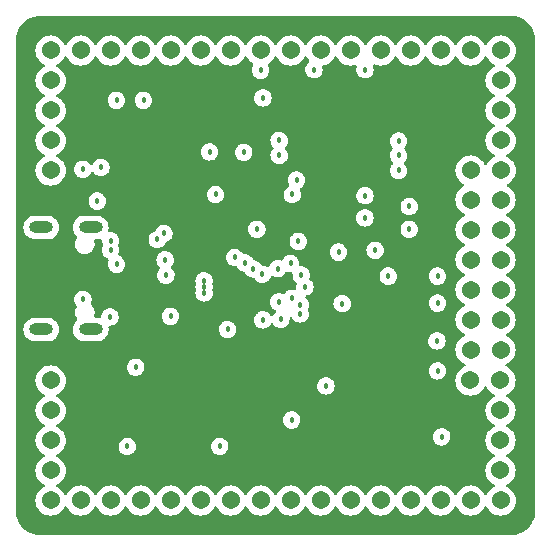
<source format=gbr>
%TF.GenerationSoftware,KiCad,Pcbnew,(6.0.6)*%
%TF.CreationDate,2024-09-09T22:51:05-04:00*%
%TF.ProjectId,ta-expt-v2,74612d65-7870-4742-9d76-322e6b696361,rev?*%
%TF.SameCoordinates,Original*%
%TF.FileFunction,Copper,L3,Inr*%
%TF.FilePolarity,Positive*%
%FSLAX46Y46*%
G04 Gerber Fmt 4.6, Leading zero omitted, Abs format (unit mm)*
G04 Created by KiCad (PCBNEW (6.0.6)) date 2024-09-09 22:51:05*
%MOMM*%
%LPD*%
G01*
G04 APERTURE LIST*
%TA.AperFunction,ComponentPad*%
%ADD10O,2.000000X1.000000*%
%TD*%
%TA.AperFunction,ComponentPad*%
%ADD11C,1.540000*%
%TD*%
%TA.AperFunction,ViaPad*%
%ADD12C,0.457200*%
%TD*%
G04 APERTURE END LIST*
D10*
%TO.N,N/C*%
%TO.C,J9*%
X139339995Y-103937800D03*
X139339995Y-112577800D03*
X135159995Y-103937800D03*
X135159995Y-112577800D03*
%TD*%
D11*
%TO.N,unconnected-(J1-Pad1)*%
%TO.C,J1*%
X135950000Y-88950000D03*
%TO.N,unconnected-(J1-Pad2)*%
X138490000Y-88950000D03*
%TO.N,GND*%
X141030000Y-88950000D03*
%TO.N,unconnected-(J1-Pad4)*%
X143570000Y-88950000D03*
%TO.N,unconnected-(J1-Pad5)*%
X146110000Y-88950000D03*
%TO.N,unconnected-(J1-Pad6)*%
X148650000Y-88950000D03*
%TO.N,/NRST*%
X151190000Y-88950000D03*
%TO.N,/USART1_CK*%
X153730000Y-88950000D03*
%TO.N,/USART1_CTS*%
X156270000Y-88950000D03*
%TO.N,/USART1_TX*%
X158810000Y-88950000D03*
%TO.N,/USART1_RX*%
X161350000Y-88950000D03*
%TO.N,/USART1_RTS*%
X163890000Y-88950000D03*
%TO.N,unconnected-(J1-Pad13)*%
X166430000Y-88950000D03*
%TO.N,unconnected-(J1-Pad14)*%
X168970000Y-88950000D03*
%TO.N,unconnected-(J1-Pad15)*%
X171510000Y-88950000D03*
%TO.N,unconnected-(J1-Pad16)*%
X174050000Y-88950000D03*
%TD*%
%TO.N,VDD*%
%TO.C,J4*%
X135950000Y-116890000D03*
%TO.N,GND*%
X135950000Y-119430000D03*
%TO.N,/SWDIO*%
X135950000Y-121970000D03*
%TO.N,/SWCLK*%
X135950000Y-124510000D03*
%TD*%
%TO.N,/DCMI_D0*%
%TO.C,J8*%
X174040800Y-114300000D03*
%TO.N,/DCMI_D1*%
X171500800Y-114300000D03*
%TO.N,/DCMI_D2*%
X174040800Y-111760000D03*
%TO.N,/DCMI_D3*%
X171500800Y-111760000D03*
%TO.N,/DCMI_D4*%
X174040800Y-109220000D03*
%TO.N,/DCMI_D5*%
X171500800Y-109220000D03*
%TO.N,/DCMI_D6*%
X174040800Y-106680000D03*
%TO.N,/DCMI_D7*%
X171500800Y-106680000D03*
%TO.N,unconnected-(J8-Pad9)*%
X174040800Y-104140000D03*
%TO.N,/DCMI_PIXCLK*%
X171500800Y-104140000D03*
%TO.N,/DCMI_HSYNC*%
X174040800Y-101600000D03*
%TO.N,/DCMI_VSYNC*%
X171500800Y-101600000D03*
%TD*%
%TO.N,unconnected-(J3-Pad1)*%
%TO.C,J3*%
X135950000Y-99110000D03*
%TO.N,GND*%
X135950000Y-96570000D03*
%TO.N,unconnected-(J3-Pad3)*%
X135950000Y-94030000D03*
%TO.N,unconnected-(J3-Pad4)*%
X135950000Y-91490000D03*
%TD*%
%TO.N,unconnected-(J5-Pad1)*%
%TO.C,J5*%
X171510000Y-99110000D03*
%TO.N,unconnected-(J5-Pad2)*%
X174050000Y-99110000D03*
%TO.N,unconnected-(J5-Pad3)*%
X174050000Y-96570000D03*
%TO.N,unconnected-(J5-Pad4)*%
X174050000Y-94030000D03*
%TO.N,unconnected-(J5-Pad5)*%
X174050000Y-91490000D03*
%TD*%
%TO.N,unconnected-(J2-Pad1)*%
%TO.C,J2*%
X135950000Y-127050000D03*
%TO.N,unconnected-(J2-Pad2)*%
X138490000Y-127050000D03*
%TO.N,unconnected-(J2-Pad3)*%
X141030000Y-127050000D03*
%TO.N,unconnected-(J2-Pad4)*%
X143570000Y-127050000D03*
%TO.N,unconnected-(J2-Pad5)*%
X146110000Y-127050000D03*
%TO.N,unconnected-(J2-Pad6)*%
X148650000Y-127050000D03*
%TO.N,unconnected-(J2-Pad7)*%
X151190000Y-127050000D03*
%TO.N,/BOOT0*%
X153730000Y-127050000D03*
%TO.N,/LPUART_CTS*%
X156270000Y-127050000D03*
%TO.N,/LPUART_TX*%
X158810000Y-127050000D03*
%TO.N,/LPUART_RX*%
X161350000Y-127050000D03*
%TO.N,/LPUART_RTS*%
X163890000Y-127050000D03*
%TO.N,unconnected-(J2-Pad13)*%
X166430000Y-127050000D03*
%TO.N,unconnected-(J2-Pad14)*%
X168970000Y-127050000D03*
%TO.N,unconnected-(J2-Pad15)*%
X171510000Y-127050000D03*
%TO.N,unconnected-(J2-Pad16)*%
X174050000Y-127050000D03*
%TD*%
%TO.N,unconnected-(J6-Pad1)*%
%TO.C,J6*%
X171500000Y-116890000D03*
%TO.N,unconnected-(J6-Pad2)*%
X174040000Y-116890000D03*
%TO.N,GND*%
X174040000Y-119430000D03*
%TO.N,unconnected-(J6-Pad4)*%
X174040000Y-121970000D03*
%TO.N,unconnected-(J6-Pad5)*%
X174040000Y-124510000D03*
%TD*%
D12*
%TO.N,GND*%
X142443200Y-122478800D03*
X160324800Y-106019600D03*
X168706800Y-108051600D03*
X140208000Y-98856800D03*
X138684000Y-99009200D03*
X168656000Y-113538000D03*
X143814800Y-93167200D03*
X156768800Y-99923600D03*
X168706800Y-116078000D03*
X149402800Y-97536000D03*
X168706800Y-110337600D03*
X164541200Y-108051600D03*
X156362400Y-120243600D03*
X152298400Y-97586800D03*
X169062400Y-121666000D03*
X166319200Y-104089200D03*
X149910800Y-101142800D03*
X150266400Y-122478800D03*
X141020800Y-105054400D03*
X141528800Y-93167200D03*
X146100800Y-111455200D03*
X166319200Y-102158800D03*
X159258000Y-117348000D03*
X160629600Y-110388400D03*
X143154400Y-115773200D03*
X162560000Y-103124000D03*
X163423600Y-105867200D03*
X162560000Y-101244400D03*
X140970000Y-111506000D03*
X156413200Y-101142800D03*
%TO.N,/VDD_FILT*%
X148183600Y-100177600D03*
X165404800Y-95300800D03*
X155752800Y-105867200D03*
X141732000Y-116890800D03*
X146100800Y-112522000D03*
X141528800Y-119481600D03*
X152146000Y-101092000D03*
X157480000Y-113944400D03*
X164033200Y-105054400D03*
X145135600Y-97942400D03*
%TO.N,/NRST*%
X157480000Y-108966000D03*
X153924000Y-92964000D03*
%TO.N,/VBUS*%
X138684000Y-110032800D03*
X141020800Y-105867200D03*
%TO.N,/DCMI_D7*%
X157073600Y-111252000D03*
%TO.N,/DCMI_D6*%
X155448000Y-111709200D03*
%TO.N,/DCMI_VSYNC*%
X155244800Y-110236000D03*
%TO.N,/DCMI_D5*%
X153924000Y-111760000D03*
%TO.N,/DCMI_D4*%
X150926800Y-112572800D03*
%TO.N,/USART1_RX*%
X148945600Y-109474000D03*
X162560000Y-90576400D03*
%TO.N,/USART1_TX*%
X148945600Y-108966000D03*
X158242000Y-90576400D03*
%TO.N,/USART1_CK*%
X148945600Y-108458000D03*
X153720800Y-90627200D03*
%TO.N,/DCMI_D3*%
X153873200Y-107899200D03*
%TO.N,/DCMI_D2*%
X153111200Y-107442000D03*
%TO.N,/DCMI_D1*%
X152400000Y-106934000D03*
%TO.N,/DCMI_D0*%
X151536400Y-106476800D03*
%TO.N,/LPUART_CTS*%
X144983200Y-104952800D03*
%TO.N,/LPUART_RTS*%
X145542000Y-104444800D03*
%TO.N,/LPUART_TX*%
X145719800Y-107975400D03*
%TO.N,/LPUART_RX*%
X145643600Y-106680000D03*
%TO.N,/QUADSPI_BK2_IO3*%
X153416000Y-104089200D03*
X165404800Y-96621600D03*
%TO.N,/DCMI_PIXCLK*%
X156362400Y-109931200D03*
%TO.N,/DCMI_HSYNC*%
X157073600Y-110490000D03*
%TO.N,/QUADSPI_CLK*%
X156921200Y-105105200D03*
X165404800Y-97840800D03*
%TO.N,/QUADSPI_BK2_IO2*%
X156260800Y-106984800D03*
X155295600Y-97840800D03*
%TO.N,/QUADSPI_BK2_IO1*%
X155168600Y-107416600D03*
X155295600Y-96570800D03*
%TO.N,/QUADSPI_BK2_IO0*%
X165404800Y-99110800D03*
X157175200Y-107950000D03*
%TO.N,Net-(J9-PadA5)*%
X141528800Y-107035600D03*
X139903200Y-101701600D03*
%TD*%
%TA.AperFunction,Conductor*%
%TO.N,/VDD_FILT*%
G36*
X174929650Y-86010037D02*
G01*
X174943889Y-86012282D01*
X174943891Y-86012282D01*
X174952752Y-86013679D01*
X174969047Y-86011580D01*
X174993615Y-86010833D01*
X175215382Y-86025785D01*
X175231714Y-86027966D01*
X175475522Y-86076927D01*
X175491429Y-86081221D01*
X175726751Y-86161573D01*
X175741962Y-86167905D01*
X175964795Y-86278279D01*
X175979050Y-86286542D01*
X176185572Y-86425048D01*
X176198627Y-86435101D01*
X176385317Y-86599378D01*
X176396948Y-86611047D01*
X176560597Y-86798269D01*
X176570607Y-86811357D01*
X176708436Y-87018347D01*
X176716651Y-87032629D01*
X176826286Y-87255819D01*
X176832568Y-87271051D01*
X176912144Y-87506645D01*
X176916383Y-87522561D01*
X176948946Y-87687536D01*
X176964538Y-87766529D01*
X176966665Y-87782867D01*
X176980424Y-87997502D01*
X176979360Y-88020648D01*
X176979313Y-88024118D01*
X176977919Y-88032985D01*
X176979070Y-88041885D01*
X176979070Y-88041888D01*
X176990459Y-88129948D01*
X176991500Y-88146109D01*
X176991500Y-127910633D01*
X176990000Y-127930018D01*
X176987690Y-127944851D01*
X176987690Y-127944855D01*
X176986309Y-127953724D01*
X176987473Y-127962626D01*
X176987473Y-127962629D01*
X176988439Y-127970012D01*
X176989233Y-127994591D01*
X176974660Y-128216922D01*
X176972509Y-128233262D01*
X176923889Y-128477693D01*
X176919625Y-128493606D01*
X176918844Y-128495908D01*
X176839516Y-128729600D01*
X176833209Y-128744826D01*
X176722984Y-128968342D01*
X176714743Y-128982616D01*
X176576287Y-129189829D01*
X176566254Y-129202905D01*
X176401932Y-129390278D01*
X176390278Y-129401932D01*
X176202905Y-129566254D01*
X176189829Y-129576287D01*
X175982616Y-129714743D01*
X175968342Y-129722984D01*
X175744826Y-129833209D01*
X175729602Y-129839515D01*
X175493606Y-129919625D01*
X175477696Y-129923888D01*
X175355477Y-129948199D01*
X175233262Y-129972509D01*
X175216922Y-129974660D01*
X175068134Y-129984413D01*
X175001763Y-129988763D01*
X174978650Y-129987733D01*
X174975146Y-129987690D01*
X174966276Y-129986309D01*
X174957374Y-129987473D01*
X174957372Y-129987473D01*
X174942516Y-129989416D01*
X174934714Y-129990436D01*
X174918379Y-129991500D01*
X135087661Y-129991500D01*
X135068944Y-129990102D01*
X135052397Y-129987616D01*
X135052394Y-129987616D01*
X135043520Y-129986283D01*
X135027298Y-129988493D01*
X135002686Y-129989416D01*
X134779734Y-129975934D01*
X134763307Y-129973851D01*
X134518177Y-129926222D01*
X134502163Y-129922002D01*
X134495066Y-129919623D01*
X134265391Y-129842635D01*
X134250084Y-129836358D01*
X134025756Y-129726623D01*
X134011394Y-129718385D01*
X133803415Y-129580193D01*
X133790255Y-129570143D01*
X133698569Y-129490055D01*
X133602180Y-129405858D01*
X133590461Y-129394178D01*
X133425552Y-129206644D01*
X133415461Y-129193521D01*
X133412991Y-129189829D01*
X133276581Y-128985998D01*
X133268295Y-128971661D01*
X133157823Y-128747707D01*
X133151489Y-128732406D01*
X133071344Y-128495908D01*
X133067071Y-128479910D01*
X133038002Y-128332905D01*
X133018628Y-128234926D01*
X133016492Y-128218511D01*
X133012651Y-128158286D01*
X133005143Y-128040593D01*
X133006387Y-128013187D01*
X133007750Y-128004432D01*
X133007750Y-128004429D01*
X133008500Y-127999614D01*
X133008500Y-127050000D01*
X134666616Y-127050000D01*
X134686113Y-127272857D01*
X134744014Y-127488943D01*
X134746339Y-127493928D01*
X134836231Y-127686705D01*
X134836234Y-127686710D01*
X134838557Y-127691692D01*
X134841714Y-127696200D01*
X134961481Y-127867245D01*
X134966871Y-127874943D01*
X135125057Y-128033129D01*
X135129565Y-128036286D01*
X135129568Y-128036288D01*
X135205928Y-128089756D01*
X135308308Y-128161443D01*
X135313290Y-128163766D01*
X135313295Y-128163769D01*
X135416177Y-128211743D01*
X135511057Y-128255986D01*
X135727143Y-128313887D01*
X135950000Y-128333384D01*
X136172857Y-128313887D01*
X136388943Y-128255986D01*
X136483823Y-128211743D01*
X136586705Y-128163769D01*
X136586710Y-128163766D01*
X136591692Y-128161443D01*
X136694072Y-128089756D01*
X136770432Y-128036288D01*
X136770435Y-128036286D01*
X136774943Y-128033129D01*
X136933129Y-127874943D01*
X136938520Y-127867245D01*
X137058286Y-127696200D01*
X137061443Y-127691692D01*
X137063766Y-127686710D01*
X137063769Y-127686705D01*
X137105805Y-127596557D01*
X137152722Y-127543272D01*
X137220999Y-127523811D01*
X137288959Y-127544353D01*
X137334195Y-127596557D01*
X137376231Y-127686705D01*
X137376234Y-127686710D01*
X137378557Y-127691692D01*
X137381714Y-127696200D01*
X137501481Y-127867245D01*
X137506871Y-127874943D01*
X137665057Y-128033129D01*
X137669565Y-128036286D01*
X137669568Y-128036288D01*
X137745928Y-128089756D01*
X137848308Y-128161443D01*
X137853290Y-128163766D01*
X137853295Y-128163769D01*
X137956177Y-128211743D01*
X138051057Y-128255986D01*
X138267143Y-128313887D01*
X138490000Y-128333384D01*
X138712857Y-128313887D01*
X138928943Y-128255986D01*
X139023823Y-128211743D01*
X139126705Y-128163769D01*
X139126710Y-128163766D01*
X139131692Y-128161443D01*
X139234072Y-128089756D01*
X139310432Y-128036288D01*
X139310435Y-128036286D01*
X139314943Y-128033129D01*
X139473129Y-127874943D01*
X139478520Y-127867245D01*
X139598286Y-127696200D01*
X139601443Y-127691692D01*
X139603766Y-127686710D01*
X139603769Y-127686705D01*
X139645805Y-127596557D01*
X139692722Y-127543272D01*
X139760999Y-127523811D01*
X139828959Y-127544353D01*
X139874195Y-127596557D01*
X139916231Y-127686705D01*
X139916234Y-127686710D01*
X139918557Y-127691692D01*
X139921714Y-127696200D01*
X140041481Y-127867245D01*
X140046871Y-127874943D01*
X140205057Y-128033129D01*
X140209565Y-128036286D01*
X140209568Y-128036288D01*
X140285928Y-128089756D01*
X140388308Y-128161443D01*
X140393290Y-128163766D01*
X140393295Y-128163769D01*
X140496177Y-128211743D01*
X140591057Y-128255986D01*
X140807143Y-128313887D01*
X141030000Y-128333384D01*
X141252857Y-128313887D01*
X141468943Y-128255986D01*
X141563823Y-128211743D01*
X141666705Y-128163769D01*
X141666710Y-128163766D01*
X141671692Y-128161443D01*
X141774072Y-128089756D01*
X141850432Y-128036288D01*
X141850435Y-128036286D01*
X141854943Y-128033129D01*
X142013129Y-127874943D01*
X142018520Y-127867245D01*
X142138286Y-127696200D01*
X142141443Y-127691692D01*
X142143766Y-127686710D01*
X142143769Y-127686705D01*
X142185805Y-127596557D01*
X142232722Y-127543272D01*
X142300999Y-127523811D01*
X142368959Y-127544353D01*
X142414195Y-127596557D01*
X142456231Y-127686705D01*
X142456234Y-127686710D01*
X142458557Y-127691692D01*
X142461714Y-127696200D01*
X142581481Y-127867245D01*
X142586871Y-127874943D01*
X142745057Y-128033129D01*
X142749565Y-128036286D01*
X142749568Y-128036288D01*
X142825928Y-128089756D01*
X142928308Y-128161443D01*
X142933290Y-128163766D01*
X142933295Y-128163769D01*
X143036177Y-128211743D01*
X143131057Y-128255986D01*
X143347143Y-128313887D01*
X143570000Y-128333384D01*
X143792857Y-128313887D01*
X144008943Y-128255986D01*
X144103823Y-128211743D01*
X144206705Y-128163769D01*
X144206710Y-128163766D01*
X144211692Y-128161443D01*
X144314072Y-128089756D01*
X144390432Y-128036288D01*
X144390435Y-128036286D01*
X144394943Y-128033129D01*
X144553129Y-127874943D01*
X144558520Y-127867245D01*
X144678286Y-127696200D01*
X144681443Y-127691692D01*
X144683766Y-127686710D01*
X144683769Y-127686705D01*
X144725805Y-127596557D01*
X144772722Y-127543272D01*
X144840999Y-127523811D01*
X144908959Y-127544353D01*
X144954195Y-127596557D01*
X144996231Y-127686705D01*
X144996234Y-127686710D01*
X144998557Y-127691692D01*
X145001714Y-127696200D01*
X145121481Y-127867245D01*
X145126871Y-127874943D01*
X145285057Y-128033129D01*
X145289565Y-128036286D01*
X145289568Y-128036288D01*
X145365928Y-128089756D01*
X145468308Y-128161443D01*
X145473290Y-128163766D01*
X145473295Y-128163769D01*
X145576177Y-128211743D01*
X145671057Y-128255986D01*
X145887143Y-128313887D01*
X146110000Y-128333384D01*
X146332857Y-128313887D01*
X146548943Y-128255986D01*
X146643823Y-128211743D01*
X146746705Y-128163769D01*
X146746710Y-128163766D01*
X146751692Y-128161443D01*
X146854072Y-128089756D01*
X146930432Y-128036288D01*
X146930435Y-128036286D01*
X146934943Y-128033129D01*
X147093129Y-127874943D01*
X147098520Y-127867245D01*
X147218286Y-127696200D01*
X147221443Y-127691692D01*
X147223766Y-127686710D01*
X147223769Y-127686705D01*
X147265805Y-127596557D01*
X147312722Y-127543272D01*
X147380999Y-127523811D01*
X147448959Y-127544353D01*
X147494195Y-127596557D01*
X147536231Y-127686705D01*
X147536234Y-127686710D01*
X147538557Y-127691692D01*
X147541714Y-127696200D01*
X147661481Y-127867245D01*
X147666871Y-127874943D01*
X147825057Y-128033129D01*
X147829565Y-128036286D01*
X147829568Y-128036288D01*
X147905928Y-128089756D01*
X148008308Y-128161443D01*
X148013290Y-128163766D01*
X148013295Y-128163769D01*
X148116177Y-128211743D01*
X148211057Y-128255986D01*
X148427143Y-128313887D01*
X148650000Y-128333384D01*
X148872857Y-128313887D01*
X149088943Y-128255986D01*
X149183823Y-128211743D01*
X149286705Y-128163769D01*
X149286710Y-128163766D01*
X149291692Y-128161443D01*
X149394072Y-128089756D01*
X149470432Y-128036288D01*
X149470435Y-128036286D01*
X149474943Y-128033129D01*
X149633129Y-127874943D01*
X149638520Y-127867245D01*
X149758286Y-127696200D01*
X149761443Y-127691692D01*
X149763766Y-127686710D01*
X149763769Y-127686705D01*
X149805805Y-127596557D01*
X149852722Y-127543272D01*
X149920999Y-127523811D01*
X149988959Y-127544353D01*
X150034195Y-127596557D01*
X150076231Y-127686705D01*
X150076234Y-127686710D01*
X150078557Y-127691692D01*
X150081714Y-127696200D01*
X150201481Y-127867245D01*
X150206871Y-127874943D01*
X150365057Y-128033129D01*
X150369565Y-128036286D01*
X150369568Y-128036288D01*
X150445928Y-128089756D01*
X150548308Y-128161443D01*
X150553290Y-128163766D01*
X150553295Y-128163769D01*
X150656177Y-128211743D01*
X150751057Y-128255986D01*
X150967143Y-128313887D01*
X151190000Y-128333384D01*
X151412857Y-128313887D01*
X151628943Y-128255986D01*
X151723823Y-128211743D01*
X151826705Y-128163769D01*
X151826710Y-128163766D01*
X151831692Y-128161443D01*
X151934072Y-128089756D01*
X152010432Y-128036288D01*
X152010435Y-128036286D01*
X152014943Y-128033129D01*
X152173129Y-127874943D01*
X152178520Y-127867245D01*
X152298286Y-127696200D01*
X152301443Y-127691692D01*
X152303766Y-127686710D01*
X152303769Y-127686705D01*
X152345805Y-127596557D01*
X152392722Y-127543272D01*
X152460999Y-127523811D01*
X152528959Y-127544353D01*
X152574195Y-127596557D01*
X152616231Y-127686705D01*
X152616234Y-127686710D01*
X152618557Y-127691692D01*
X152621714Y-127696200D01*
X152741481Y-127867245D01*
X152746871Y-127874943D01*
X152905057Y-128033129D01*
X152909565Y-128036286D01*
X152909568Y-128036288D01*
X152985928Y-128089756D01*
X153088308Y-128161443D01*
X153093290Y-128163766D01*
X153093295Y-128163769D01*
X153196177Y-128211743D01*
X153291057Y-128255986D01*
X153507143Y-128313887D01*
X153730000Y-128333384D01*
X153952857Y-128313887D01*
X154168943Y-128255986D01*
X154263823Y-128211743D01*
X154366705Y-128163769D01*
X154366710Y-128163766D01*
X154371692Y-128161443D01*
X154474072Y-128089756D01*
X154550432Y-128036288D01*
X154550435Y-128036286D01*
X154554943Y-128033129D01*
X154713129Y-127874943D01*
X154718520Y-127867245D01*
X154838286Y-127696200D01*
X154841443Y-127691692D01*
X154843766Y-127686710D01*
X154843769Y-127686705D01*
X154885805Y-127596557D01*
X154932722Y-127543272D01*
X155000999Y-127523811D01*
X155068959Y-127544353D01*
X155114195Y-127596557D01*
X155156231Y-127686705D01*
X155156234Y-127686710D01*
X155158557Y-127691692D01*
X155161714Y-127696200D01*
X155281481Y-127867245D01*
X155286871Y-127874943D01*
X155445057Y-128033129D01*
X155449565Y-128036286D01*
X155449568Y-128036288D01*
X155525928Y-128089756D01*
X155628308Y-128161443D01*
X155633290Y-128163766D01*
X155633295Y-128163769D01*
X155736177Y-128211743D01*
X155831057Y-128255986D01*
X156047143Y-128313887D01*
X156270000Y-128333384D01*
X156492857Y-128313887D01*
X156708943Y-128255986D01*
X156803823Y-128211743D01*
X156906705Y-128163769D01*
X156906710Y-128163766D01*
X156911692Y-128161443D01*
X157014072Y-128089756D01*
X157090432Y-128036288D01*
X157090435Y-128036286D01*
X157094943Y-128033129D01*
X157253129Y-127874943D01*
X157258520Y-127867245D01*
X157378286Y-127696200D01*
X157381443Y-127691692D01*
X157383766Y-127686710D01*
X157383769Y-127686705D01*
X157425805Y-127596557D01*
X157472722Y-127543272D01*
X157540999Y-127523811D01*
X157608959Y-127544353D01*
X157654195Y-127596557D01*
X157696231Y-127686705D01*
X157696234Y-127686710D01*
X157698557Y-127691692D01*
X157701714Y-127696200D01*
X157821481Y-127867245D01*
X157826871Y-127874943D01*
X157985057Y-128033129D01*
X157989565Y-128036286D01*
X157989568Y-128036288D01*
X158065928Y-128089756D01*
X158168308Y-128161443D01*
X158173290Y-128163766D01*
X158173295Y-128163769D01*
X158276177Y-128211743D01*
X158371057Y-128255986D01*
X158587143Y-128313887D01*
X158810000Y-128333384D01*
X159032857Y-128313887D01*
X159248943Y-128255986D01*
X159343823Y-128211743D01*
X159446705Y-128163769D01*
X159446710Y-128163766D01*
X159451692Y-128161443D01*
X159554072Y-128089756D01*
X159630432Y-128036288D01*
X159630435Y-128036286D01*
X159634943Y-128033129D01*
X159793129Y-127874943D01*
X159798520Y-127867245D01*
X159918286Y-127696200D01*
X159921443Y-127691692D01*
X159923766Y-127686710D01*
X159923769Y-127686705D01*
X159965805Y-127596557D01*
X160012722Y-127543272D01*
X160080999Y-127523811D01*
X160148959Y-127544353D01*
X160194195Y-127596557D01*
X160236231Y-127686705D01*
X160236234Y-127686710D01*
X160238557Y-127691692D01*
X160241714Y-127696200D01*
X160361481Y-127867245D01*
X160366871Y-127874943D01*
X160525057Y-128033129D01*
X160529565Y-128036286D01*
X160529568Y-128036288D01*
X160605928Y-128089756D01*
X160708308Y-128161443D01*
X160713290Y-128163766D01*
X160713295Y-128163769D01*
X160816177Y-128211743D01*
X160911057Y-128255986D01*
X161127143Y-128313887D01*
X161350000Y-128333384D01*
X161572857Y-128313887D01*
X161788943Y-128255986D01*
X161883823Y-128211743D01*
X161986705Y-128163769D01*
X161986710Y-128163766D01*
X161991692Y-128161443D01*
X162094072Y-128089756D01*
X162170432Y-128036288D01*
X162170435Y-128036286D01*
X162174943Y-128033129D01*
X162333129Y-127874943D01*
X162338520Y-127867245D01*
X162458286Y-127696200D01*
X162461443Y-127691692D01*
X162463766Y-127686710D01*
X162463769Y-127686705D01*
X162505805Y-127596557D01*
X162552722Y-127543272D01*
X162620999Y-127523811D01*
X162688959Y-127544353D01*
X162734195Y-127596557D01*
X162776231Y-127686705D01*
X162776234Y-127686710D01*
X162778557Y-127691692D01*
X162781714Y-127696200D01*
X162901481Y-127867245D01*
X162906871Y-127874943D01*
X163065057Y-128033129D01*
X163069565Y-128036286D01*
X163069568Y-128036288D01*
X163145928Y-128089756D01*
X163248308Y-128161443D01*
X163253290Y-128163766D01*
X163253295Y-128163769D01*
X163356177Y-128211743D01*
X163451057Y-128255986D01*
X163667143Y-128313887D01*
X163890000Y-128333384D01*
X164112857Y-128313887D01*
X164328943Y-128255986D01*
X164423823Y-128211743D01*
X164526705Y-128163769D01*
X164526710Y-128163766D01*
X164531692Y-128161443D01*
X164634072Y-128089756D01*
X164710432Y-128036288D01*
X164710435Y-128036286D01*
X164714943Y-128033129D01*
X164873129Y-127874943D01*
X164878520Y-127867245D01*
X164998286Y-127696200D01*
X165001443Y-127691692D01*
X165003766Y-127686710D01*
X165003769Y-127686705D01*
X165045805Y-127596557D01*
X165092722Y-127543272D01*
X165160999Y-127523811D01*
X165228959Y-127544353D01*
X165274195Y-127596557D01*
X165316231Y-127686705D01*
X165316234Y-127686710D01*
X165318557Y-127691692D01*
X165321714Y-127696200D01*
X165441481Y-127867245D01*
X165446871Y-127874943D01*
X165605057Y-128033129D01*
X165609565Y-128036286D01*
X165609568Y-128036288D01*
X165685928Y-128089756D01*
X165788308Y-128161443D01*
X165793290Y-128163766D01*
X165793295Y-128163769D01*
X165896177Y-128211743D01*
X165991057Y-128255986D01*
X166207143Y-128313887D01*
X166430000Y-128333384D01*
X166652857Y-128313887D01*
X166868943Y-128255986D01*
X166963823Y-128211743D01*
X167066705Y-128163769D01*
X167066710Y-128163766D01*
X167071692Y-128161443D01*
X167174072Y-128089756D01*
X167250432Y-128036288D01*
X167250435Y-128036286D01*
X167254943Y-128033129D01*
X167413129Y-127874943D01*
X167418520Y-127867245D01*
X167538286Y-127696200D01*
X167541443Y-127691692D01*
X167543766Y-127686710D01*
X167543769Y-127686705D01*
X167585805Y-127596557D01*
X167632722Y-127543272D01*
X167700999Y-127523811D01*
X167768959Y-127544353D01*
X167814195Y-127596557D01*
X167856231Y-127686705D01*
X167856234Y-127686710D01*
X167858557Y-127691692D01*
X167861714Y-127696200D01*
X167981481Y-127867245D01*
X167986871Y-127874943D01*
X168145057Y-128033129D01*
X168149565Y-128036286D01*
X168149568Y-128036288D01*
X168225928Y-128089756D01*
X168328308Y-128161443D01*
X168333290Y-128163766D01*
X168333295Y-128163769D01*
X168436177Y-128211743D01*
X168531057Y-128255986D01*
X168747143Y-128313887D01*
X168970000Y-128333384D01*
X169192857Y-128313887D01*
X169408943Y-128255986D01*
X169503823Y-128211743D01*
X169606705Y-128163769D01*
X169606710Y-128163766D01*
X169611692Y-128161443D01*
X169714072Y-128089756D01*
X169790432Y-128036288D01*
X169790435Y-128036286D01*
X169794943Y-128033129D01*
X169953129Y-127874943D01*
X169958520Y-127867245D01*
X170078286Y-127696200D01*
X170081443Y-127691692D01*
X170083766Y-127686710D01*
X170083769Y-127686705D01*
X170125805Y-127596557D01*
X170172722Y-127543272D01*
X170240999Y-127523811D01*
X170308959Y-127544353D01*
X170354195Y-127596557D01*
X170396231Y-127686705D01*
X170396234Y-127686710D01*
X170398557Y-127691692D01*
X170401714Y-127696200D01*
X170521481Y-127867245D01*
X170526871Y-127874943D01*
X170685057Y-128033129D01*
X170689565Y-128036286D01*
X170689568Y-128036288D01*
X170765928Y-128089756D01*
X170868308Y-128161443D01*
X170873290Y-128163766D01*
X170873295Y-128163769D01*
X170976177Y-128211743D01*
X171071057Y-128255986D01*
X171287143Y-128313887D01*
X171510000Y-128333384D01*
X171732857Y-128313887D01*
X171948943Y-128255986D01*
X172043823Y-128211743D01*
X172146705Y-128163769D01*
X172146710Y-128163766D01*
X172151692Y-128161443D01*
X172254072Y-128089756D01*
X172330432Y-128036288D01*
X172330435Y-128036286D01*
X172334943Y-128033129D01*
X172493129Y-127874943D01*
X172498520Y-127867245D01*
X172618286Y-127696200D01*
X172621443Y-127691692D01*
X172623766Y-127686710D01*
X172623769Y-127686705D01*
X172665805Y-127596557D01*
X172712722Y-127543272D01*
X172780999Y-127523811D01*
X172848959Y-127544353D01*
X172894195Y-127596557D01*
X172936231Y-127686705D01*
X172936234Y-127686710D01*
X172938557Y-127691692D01*
X172941714Y-127696200D01*
X173061481Y-127867245D01*
X173066871Y-127874943D01*
X173225057Y-128033129D01*
X173229565Y-128036286D01*
X173229568Y-128036288D01*
X173305928Y-128089756D01*
X173408308Y-128161443D01*
X173413290Y-128163766D01*
X173413295Y-128163769D01*
X173516177Y-128211743D01*
X173611057Y-128255986D01*
X173827143Y-128313887D01*
X174050000Y-128333384D01*
X174272857Y-128313887D01*
X174488943Y-128255986D01*
X174583823Y-128211743D01*
X174686705Y-128163769D01*
X174686710Y-128163766D01*
X174691692Y-128161443D01*
X174794072Y-128089756D01*
X174870432Y-128036288D01*
X174870435Y-128036286D01*
X174874943Y-128033129D01*
X175033129Y-127874943D01*
X175038520Y-127867245D01*
X175158286Y-127696200D01*
X175161443Y-127691692D01*
X175163766Y-127686710D01*
X175163769Y-127686705D01*
X175253661Y-127493928D01*
X175255986Y-127488943D01*
X175313887Y-127272857D01*
X175333384Y-127050000D01*
X175313887Y-126827143D01*
X175255986Y-126611057D01*
X175205805Y-126503443D01*
X175163769Y-126413295D01*
X175163766Y-126413290D01*
X175161443Y-126408308D01*
X175033129Y-126225057D01*
X174874943Y-126066871D01*
X174870435Y-126063714D01*
X174870432Y-126063712D01*
X174794072Y-126010244D01*
X174691692Y-125938557D01*
X174686710Y-125936234D01*
X174686705Y-125936231D01*
X174591557Y-125891863D01*
X174538272Y-125844945D01*
X174518811Y-125776668D01*
X174539353Y-125708708D01*
X174591558Y-125663473D01*
X174676701Y-125623771D01*
X174676707Y-125623768D01*
X174681692Y-125621443D01*
X174784072Y-125549756D01*
X174860432Y-125496288D01*
X174860435Y-125496286D01*
X174864943Y-125493129D01*
X175023129Y-125334943D01*
X175151443Y-125151692D01*
X175153766Y-125146710D01*
X175153769Y-125146705D01*
X175243661Y-124953928D01*
X175245986Y-124948943D01*
X175303887Y-124732857D01*
X175323384Y-124510000D01*
X175303887Y-124287143D01*
X175245986Y-124071057D01*
X175201743Y-123976177D01*
X175153769Y-123873295D01*
X175153766Y-123873290D01*
X175151443Y-123868308D01*
X175023129Y-123685057D01*
X174864943Y-123526871D01*
X174860435Y-123523714D01*
X174860432Y-123523712D01*
X174784072Y-123470244D01*
X174681692Y-123398557D01*
X174676710Y-123396234D01*
X174676705Y-123396231D01*
X174586557Y-123354195D01*
X174533272Y-123307278D01*
X174513811Y-123239001D01*
X174534353Y-123171041D01*
X174586557Y-123125805D01*
X174676705Y-123083769D01*
X174676710Y-123083766D01*
X174681692Y-123081443D01*
X174854479Y-122960456D01*
X174860432Y-122956288D01*
X174860435Y-122956286D01*
X174864943Y-122953129D01*
X175023129Y-122794943D01*
X175026637Y-122789934D01*
X175148286Y-122616200D01*
X175151443Y-122611692D01*
X175153766Y-122606710D01*
X175153769Y-122606705D01*
X175213411Y-122478800D01*
X175245986Y-122408943D01*
X175303887Y-122192857D01*
X175323384Y-121970000D01*
X175303887Y-121747143D01*
X175245986Y-121531057D01*
X175201743Y-121436177D01*
X175153769Y-121333295D01*
X175153766Y-121333290D01*
X175151443Y-121328308D01*
X175059628Y-121197183D01*
X175026288Y-121149568D01*
X175026286Y-121149565D01*
X175023129Y-121145057D01*
X174864943Y-120986871D01*
X174860435Y-120983714D01*
X174860432Y-120983712D01*
X174743489Y-120901828D01*
X174681692Y-120858557D01*
X174676710Y-120856234D01*
X174676705Y-120856231D01*
X174586557Y-120814195D01*
X174533272Y-120767278D01*
X174513811Y-120699001D01*
X174534353Y-120631041D01*
X174586557Y-120585805D01*
X174676705Y-120543769D01*
X174676710Y-120543766D01*
X174681692Y-120541443D01*
X174853568Y-120421094D01*
X174860432Y-120416288D01*
X174860435Y-120416286D01*
X174864943Y-120413129D01*
X175023129Y-120254943D01*
X175028298Y-120247562D01*
X175141241Y-120086262D01*
X175151443Y-120071692D01*
X175153766Y-120066710D01*
X175153769Y-120066705D01*
X175221988Y-119920407D01*
X175245986Y-119868943D01*
X175303887Y-119652857D01*
X175323384Y-119430000D01*
X175303887Y-119207143D01*
X175245986Y-118991057D01*
X175201743Y-118896177D01*
X175153769Y-118793295D01*
X175153766Y-118793290D01*
X175151443Y-118788308D01*
X175023129Y-118605057D01*
X174864943Y-118446871D01*
X174860435Y-118443714D01*
X174860432Y-118443712D01*
X174784072Y-118390244D01*
X174681692Y-118318557D01*
X174676710Y-118316234D01*
X174676705Y-118316231D01*
X174586557Y-118274195D01*
X174533272Y-118227278D01*
X174513811Y-118159001D01*
X174534353Y-118091041D01*
X174586557Y-118045805D01*
X174676705Y-118003769D01*
X174676710Y-118003766D01*
X174681692Y-118001443D01*
X174805901Y-117914471D01*
X174860432Y-117876288D01*
X174860435Y-117876286D01*
X174864943Y-117873129D01*
X175023129Y-117714943D01*
X175066887Y-117652451D01*
X175148286Y-117536200D01*
X175151443Y-117531692D01*
X175153766Y-117526710D01*
X175153769Y-117526705D01*
X175227442Y-117368711D01*
X175245986Y-117328943D01*
X175303887Y-117112857D01*
X175323384Y-116890000D01*
X175303887Y-116667143D01*
X175245986Y-116451057D01*
X175194046Y-116339671D01*
X175153769Y-116253295D01*
X175153766Y-116253290D01*
X175151443Y-116248308D01*
X175032192Y-116078000D01*
X175026288Y-116069568D01*
X175026286Y-116069565D01*
X175023129Y-116065057D01*
X174864943Y-115906871D01*
X174860435Y-115903714D01*
X174860432Y-115903712D01*
X174784072Y-115850244D01*
X174681692Y-115778557D01*
X174676704Y-115776231D01*
X174676701Y-115776229D01*
X174533345Y-115709382D01*
X174480059Y-115662465D01*
X174460598Y-115594188D01*
X174481139Y-115526228D01*
X174533344Y-115480992D01*
X174677505Y-115413769D01*
X174677510Y-115413766D01*
X174682492Y-115411443D01*
X174789873Y-115336254D01*
X174861232Y-115286288D01*
X174861235Y-115286286D01*
X174865743Y-115283129D01*
X175023929Y-115124943D01*
X175039972Y-115102032D01*
X175149086Y-114946200D01*
X175152243Y-114941692D01*
X175154566Y-114936710D01*
X175154569Y-114936705D01*
X175244461Y-114743928D01*
X175246786Y-114738943D01*
X175304687Y-114522857D01*
X175324184Y-114300000D01*
X175304687Y-114077143D01*
X175246786Y-113861057D01*
X175168057Y-113692221D01*
X175154569Y-113663295D01*
X175154566Y-113663290D01*
X175152243Y-113658308D01*
X175079731Y-113554751D01*
X175027088Y-113479568D01*
X175027086Y-113479565D01*
X175023929Y-113475057D01*
X174865743Y-113316871D01*
X174861235Y-113313714D01*
X174861232Y-113313712D01*
X174748659Y-113234888D01*
X174682492Y-113188557D01*
X174677510Y-113186234D01*
X174677505Y-113186231D01*
X174587357Y-113144195D01*
X174534072Y-113097278D01*
X174514611Y-113029001D01*
X174535153Y-112961041D01*
X174587357Y-112915805D01*
X174677505Y-112873769D01*
X174677510Y-112873766D01*
X174682492Y-112871443D01*
X174810847Y-112781568D01*
X174861232Y-112746288D01*
X174861235Y-112746286D01*
X174865743Y-112743129D01*
X175023929Y-112584943D01*
X175029586Y-112576865D01*
X175128562Y-112435512D01*
X175152243Y-112401692D01*
X175154566Y-112396710D01*
X175154569Y-112396705D01*
X175223161Y-112249607D01*
X175246786Y-112198943D01*
X175304687Y-111982857D01*
X175324184Y-111760000D01*
X175304687Y-111537143D01*
X175246786Y-111321057D01*
X175187819Y-111194602D01*
X175154569Y-111123295D01*
X175154566Y-111123290D01*
X175152243Y-111118308D01*
X175059868Y-110986383D01*
X175027088Y-110939568D01*
X175027086Y-110939565D01*
X175023929Y-110935057D01*
X174865743Y-110776871D01*
X174861235Y-110773714D01*
X174861232Y-110773712D01*
X174763898Y-110705558D01*
X174682492Y-110648557D01*
X174677510Y-110646234D01*
X174677505Y-110646231D01*
X174587357Y-110604195D01*
X174534072Y-110557278D01*
X174514611Y-110489001D01*
X174535153Y-110421041D01*
X174587357Y-110375805D01*
X174677505Y-110333769D01*
X174677510Y-110333766D01*
X174682492Y-110331443D01*
X174833590Y-110225643D01*
X174861232Y-110206288D01*
X174861235Y-110206286D01*
X174865743Y-110203129D01*
X175023929Y-110044943D01*
X175029658Y-110036762D01*
X175125234Y-109900265D01*
X175152243Y-109861692D01*
X175154566Y-109856710D01*
X175154569Y-109856705D01*
X175214806Y-109727525D01*
X175246786Y-109658943D01*
X175304687Y-109442857D01*
X175324184Y-109220000D01*
X175304687Y-108997143D01*
X175246786Y-108781057D01*
X175194556Y-108669049D01*
X175154569Y-108583295D01*
X175154566Y-108583290D01*
X175152243Y-108578308D01*
X175073374Y-108465671D01*
X175027088Y-108399568D01*
X175027086Y-108399565D01*
X175023929Y-108395057D01*
X174865743Y-108236871D01*
X174861235Y-108233714D01*
X174861232Y-108233712D01*
X174755773Y-108159869D01*
X174682492Y-108108557D01*
X174677510Y-108106234D01*
X174677505Y-108106231D01*
X174587357Y-108064195D01*
X174534072Y-108017278D01*
X174514611Y-107949001D01*
X174535153Y-107881041D01*
X174587357Y-107835805D01*
X174677505Y-107793769D01*
X174677510Y-107793766D01*
X174682492Y-107791443D01*
X174805285Y-107705462D01*
X174861232Y-107666288D01*
X174861235Y-107666286D01*
X174865743Y-107663129D01*
X175023929Y-107504943D01*
X175046989Y-107472011D01*
X175103259Y-107391648D01*
X175152243Y-107321692D01*
X175154566Y-107316710D01*
X175154569Y-107316705D01*
X175211118Y-107195434D01*
X175246786Y-107118943D01*
X175304687Y-106902857D01*
X175324184Y-106680000D01*
X175304687Y-106457143D01*
X175246786Y-106241057D01*
X175192843Y-106125376D01*
X175154569Y-106043295D01*
X175154566Y-106043290D01*
X175152243Y-106038308D01*
X175053446Y-105897211D01*
X175027088Y-105859568D01*
X175027086Y-105859565D01*
X175023929Y-105855057D01*
X174865743Y-105696871D01*
X174861235Y-105693714D01*
X174861232Y-105693712D01*
X174748659Y-105614888D01*
X174682492Y-105568557D01*
X174677510Y-105566234D01*
X174677505Y-105566231D01*
X174587357Y-105524195D01*
X174534072Y-105477278D01*
X174514611Y-105409001D01*
X174535153Y-105341041D01*
X174587357Y-105295805D01*
X174677505Y-105253769D01*
X174677510Y-105253766D01*
X174682492Y-105251443D01*
X174828701Y-105149066D01*
X174861232Y-105126288D01*
X174861235Y-105126286D01*
X174865743Y-105123129D01*
X175023929Y-104964943D01*
X175035890Y-104947862D01*
X175122000Y-104824883D01*
X175152243Y-104781692D01*
X175154566Y-104776710D01*
X175154569Y-104776705D01*
X175208644Y-104660739D01*
X175246786Y-104578943D01*
X175304687Y-104362857D01*
X175324184Y-104140000D01*
X175304687Y-103917143D01*
X175246786Y-103701057D01*
X175185935Y-103570561D01*
X175154569Y-103503295D01*
X175154566Y-103503290D01*
X175152243Y-103498308D01*
X175071440Y-103382910D01*
X175027088Y-103319568D01*
X175027086Y-103319565D01*
X175023929Y-103315057D01*
X174865743Y-103156871D01*
X174861235Y-103153714D01*
X174861232Y-103153712D01*
X174775574Y-103093734D01*
X174682492Y-103028557D01*
X174677510Y-103026234D01*
X174677505Y-103026231D01*
X174587357Y-102984195D01*
X174534072Y-102937278D01*
X174514611Y-102869001D01*
X174535153Y-102801041D01*
X174587357Y-102755805D01*
X174677505Y-102713769D01*
X174677510Y-102713766D01*
X174682492Y-102711443D01*
X174825391Y-102611384D01*
X174861232Y-102586288D01*
X174861235Y-102586286D01*
X174865743Y-102583129D01*
X175023929Y-102424943D01*
X175038457Y-102404196D01*
X175102298Y-102313021D01*
X175152243Y-102241692D01*
X175154566Y-102236710D01*
X175154569Y-102236705D01*
X175230527Y-102073811D01*
X175246786Y-102038943D01*
X175304687Y-101822857D01*
X175324184Y-101600000D01*
X175304687Y-101377143D01*
X175246786Y-101161057D01*
X175163196Y-100981796D01*
X175154569Y-100963295D01*
X175154566Y-100963290D01*
X175152243Y-100958308D01*
X175055123Y-100819607D01*
X175027088Y-100779568D01*
X175027086Y-100779565D01*
X175023929Y-100775057D01*
X174865743Y-100616871D01*
X174861235Y-100613714D01*
X174861232Y-100613712D01*
X174733961Y-100524596D01*
X174682492Y-100488557D01*
X174677510Y-100486234D01*
X174677505Y-100486231D01*
X174645570Y-100471340D01*
X174592285Y-100424423D01*
X174572824Y-100356145D01*
X174593366Y-100288186D01*
X174645570Y-100242950D01*
X174686705Y-100223769D01*
X174686710Y-100223766D01*
X174691692Y-100221443D01*
X174863568Y-100101094D01*
X174870432Y-100096288D01*
X174870435Y-100096286D01*
X174874943Y-100093129D01*
X175033129Y-99934943D01*
X175038298Y-99927562D01*
X175135678Y-99788488D01*
X175161443Y-99751692D01*
X175163766Y-99746710D01*
X175163769Y-99746705D01*
X175231988Y-99600407D01*
X175255986Y-99548943D01*
X175313887Y-99332857D01*
X175333384Y-99110000D01*
X175313887Y-98887143D01*
X175255986Y-98671057D01*
X175197813Y-98546304D01*
X175163769Y-98473295D01*
X175163766Y-98473290D01*
X175161443Y-98468308D01*
X175070223Y-98338032D01*
X175036288Y-98289568D01*
X175036286Y-98289565D01*
X175033129Y-98285057D01*
X174874943Y-98126871D01*
X174870435Y-98123714D01*
X174870432Y-98123712D01*
X174791518Y-98068456D01*
X174691692Y-97998557D01*
X174686710Y-97996234D01*
X174686705Y-97996231D01*
X174596557Y-97954195D01*
X174543272Y-97907278D01*
X174523811Y-97839001D01*
X174544353Y-97771041D01*
X174596557Y-97725805D01*
X174686705Y-97683769D01*
X174686710Y-97683766D01*
X174691692Y-97681443D01*
X174832480Y-97582862D01*
X174870432Y-97556288D01*
X174870435Y-97556286D01*
X174874943Y-97553129D01*
X175033129Y-97394943D01*
X175047054Y-97375057D01*
X175103758Y-97294074D01*
X175161443Y-97211692D01*
X175163766Y-97206710D01*
X175163769Y-97206705D01*
X175231126Y-97062255D01*
X175255986Y-97008943D01*
X175313887Y-96792857D01*
X175333384Y-96570000D01*
X175313887Y-96347143D01*
X175255986Y-96131057D01*
X175210443Y-96033390D01*
X175163769Y-95933295D01*
X175163766Y-95933290D01*
X175161443Y-95928308D01*
X175033129Y-95745057D01*
X174874943Y-95586871D01*
X174870435Y-95583714D01*
X174870432Y-95583712D01*
X174794072Y-95530244D01*
X174691692Y-95458557D01*
X174686710Y-95456234D01*
X174686705Y-95456231D01*
X174596557Y-95414195D01*
X174543272Y-95367278D01*
X174523811Y-95299001D01*
X174544353Y-95231041D01*
X174596557Y-95185805D01*
X174686705Y-95143769D01*
X174686710Y-95143766D01*
X174691692Y-95141443D01*
X174794072Y-95069756D01*
X174870432Y-95016288D01*
X174870435Y-95016286D01*
X174874943Y-95013129D01*
X175033129Y-94854943D01*
X175161443Y-94671692D01*
X175163766Y-94666710D01*
X175163769Y-94666705D01*
X175253661Y-94473928D01*
X175255986Y-94468943D01*
X175313887Y-94252857D01*
X175333384Y-94030000D01*
X175313887Y-93807143D01*
X175286679Y-93705601D01*
X175264338Y-93622228D01*
X175255986Y-93591057D01*
X175185919Y-93440797D01*
X175163769Y-93393295D01*
X175163766Y-93393290D01*
X175161443Y-93388308D01*
X175033129Y-93205057D01*
X174874943Y-93046871D01*
X174870435Y-93043714D01*
X174870432Y-93043712D01*
X174788240Y-92986161D01*
X174691692Y-92918557D01*
X174686710Y-92916234D01*
X174686705Y-92916231D01*
X174596557Y-92874195D01*
X174543272Y-92827278D01*
X174523811Y-92759001D01*
X174544353Y-92691041D01*
X174596557Y-92645805D01*
X174686705Y-92603769D01*
X174686710Y-92603766D01*
X174691692Y-92601443D01*
X174823387Y-92509229D01*
X174870432Y-92476288D01*
X174870435Y-92476286D01*
X174874943Y-92473129D01*
X175033129Y-92314943D01*
X175048612Y-92292832D01*
X175158286Y-92136200D01*
X175161443Y-92131692D01*
X175163766Y-92126710D01*
X175163769Y-92126705D01*
X175253661Y-91933928D01*
X175255986Y-91928943D01*
X175313887Y-91712857D01*
X175333384Y-91490000D01*
X175313887Y-91267143D01*
X175255986Y-91051057D01*
X175189683Y-90908869D01*
X175163769Y-90853295D01*
X175163766Y-90853290D01*
X175161443Y-90848308D01*
X175033129Y-90665057D01*
X174874943Y-90506871D01*
X174870435Y-90503714D01*
X174870432Y-90503712D01*
X174735126Y-90408970D01*
X174691692Y-90378557D01*
X174686710Y-90376234D01*
X174686705Y-90376231D01*
X174596557Y-90334195D01*
X174543272Y-90287278D01*
X174523811Y-90219001D01*
X174544353Y-90151041D01*
X174596557Y-90105805D01*
X174686705Y-90063769D01*
X174686710Y-90063766D01*
X174691692Y-90061443D01*
X174796308Y-89988190D01*
X174870432Y-89936288D01*
X174870435Y-89936286D01*
X174874943Y-89933129D01*
X175033129Y-89774943D01*
X175070840Y-89721087D01*
X175158286Y-89596200D01*
X175161443Y-89591692D01*
X175163766Y-89586710D01*
X175163769Y-89586705D01*
X175253661Y-89393928D01*
X175255986Y-89388943D01*
X175313887Y-89172857D01*
X175333384Y-88950000D01*
X175313887Y-88727143D01*
X175255986Y-88511057D01*
X175205805Y-88403443D01*
X175163769Y-88313295D01*
X175163766Y-88313290D01*
X175161443Y-88308308D01*
X175033129Y-88125057D01*
X174874943Y-87966871D01*
X174870435Y-87963714D01*
X174870432Y-87963712D01*
X174794072Y-87910244D01*
X174691692Y-87838557D01*
X174686710Y-87836234D01*
X174686705Y-87836231D01*
X174583823Y-87788257D01*
X174488943Y-87744014D01*
X174272857Y-87686113D01*
X174050000Y-87666616D01*
X173827143Y-87686113D01*
X173611057Y-87744014D01*
X173516177Y-87788257D01*
X173413295Y-87836231D01*
X173413290Y-87836234D01*
X173408308Y-87838557D01*
X173305928Y-87910244D01*
X173229568Y-87963712D01*
X173229565Y-87963714D01*
X173225057Y-87966871D01*
X173066871Y-88125057D01*
X172938557Y-88308308D01*
X172936234Y-88313290D01*
X172936231Y-88313295D01*
X172894195Y-88403443D01*
X172847278Y-88456728D01*
X172779001Y-88476189D01*
X172711041Y-88455647D01*
X172665805Y-88403443D01*
X172623769Y-88313295D01*
X172623766Y-88313290D01*
X172621443Y-88308308D01*
X172493129Y-88125057D01*
X172334943Y-87966871D01*
X172330435Y-87963714D01*
X172330432Y-87963712D01*
X172254072Y-87910244D01*
X172151692Y-87838557D01*
X172146710Y-87836234D01*
X172146705Y-87836231D01*
X172043823Y-87788257D01*
X171948943Y-87744014D01*
X171732857Y-87686113D01*
X171510000Y-87666616D01*
X171287143Y-87686113D01*
X171071057Y-87744014D01*
X170976177Y-87788257D01*
X170873295Y-87836231D01*
X170873290Y-87836234D01*
X170868308Y-87838557D01*
X170765928Y-87910244D01*
X170689568Y-87963712D01*
X170689565Y-87963714D01*
X170685057Y-87966871D01*
X170526871Y-88125057D01*
X170398557Y-88308308D01*
X170396234Y-88313290D01*
X170396231Y-88313295D01*
X170354195Y-88403443D01*
X170307278Y-88456728D01*
X170239001Y-88476189D01*
X170171041Y-88455647D01*
X170125805Y-88403443D01*
X170083769Y-88313295D01*
X170083766Y-88313290D01*
X170081443Y-88308308D01*
X169953129Y-88125057D01*
X169794943Y-87966871D01*
X169790435Y-87963714D01*
X169790432Y-87963712D01*
X169714072Y-87910244D01*
X169611692Y-87838557D01*
X169606710Y-87836234D01*
X169606705Y-87836231D01*
X169503823Y-87788257D01*
X169408943Y-87744014D01*
X169192857Y-87686113D01*
X168970000Y-87666616D01*
X168747143Y-87686113D01*
X168531057Y-87744014D01*
X168436177Y-87788257D01*
X168333295Y-87836231D01*
X168333290Y-87836234D01*
X168328308Y-87838557D01*
X168225928Y-87910244D01*
X168149568Y-87963712D01*
X168149565Y-87963714D01*
X168145057Y-87966871D01*
X167986871Y-88125057D01*
X167858557Y-88308308D01*
X167856234Y-88313290D01*
X167856231Y-88313295D01*
X167814195Y-88403443D01*
X167767278Y-88456728D01*
X167699001Y-88476189D01*
X167631041Y-88455647D01*
X167585805Y-88403443D01*
X167543769Y-88313295D01*
X167543766Y-88313290D01*
X167541443Y-88308308D01*
X167413129Y-88125057D01*
X167254943Y-87966871D01*
X167250435Y-87963714D01*
X167250432Y-87963712D01*
X167174072Y-87910244D01*
X167071692Y-87838557D01*
X167066710Y-87836234D01*
X167066705Y-87836231D01*
X166963823Y-87788257D01*
X166868943Y-87744014D01*
X166652857Y-87686113D01*
X166430000Y-87666616D01*
X166207143Y-87686113D01*
X165991057Y-87744014D01*
X165896177Y-87788257D01*
X165793295Y-87836231D01*
X165793290Y-87836234D01*
X165788308Y-87838557D01*
X165685928Y-87910244D01*
X165609568Y-87963712D01*
X165609565Y-87963714D01*
X165605057Y-87966871D01*
X165446871Y-88125057D01*
X165318557Y-88308308D01*
X165316234Y-88313290D01*
X165316231Y-88313295D01*
X165274195Y-88403443D01*
X165227278Y-88456728D01*
X165159001Y-88476189D01*
X165091041Y-88455647D01*
X165045805Y-88403443D01*
X165003769Y-88313295D01*
X165003766Y-88313290D01*
X165001443Y-88308308D01*
X164873129Y-88125057D01*
X164714943Y-87966871D01*
X164710435Y-87963714D01*
X164710432Y-87963712D01*
X164634072Y-87910244D01*
X164531692Y-87838557D01*
X164526710Y-87836234D01*
X164526705Y-87836231D01*
X164423823Y-87788257D01*
X164328943Y-87744014D01*
X164112857Y-87686113D01*
X163890000Y-87666616D01*
X163667143Y-87686113D01*
X163451057Y-87744014D01*
X163356177Y-87788257D01*
X163253295Y-87836231D01*
X163253290Y-87836234D01*
X163248308Y-87838557D01*
X163145928Y-87910244D01*
X163069568Y-87963712D01*
X163069565Y-87963714D01*
X163065057Y-87966871D01*
X162906871Y-88125057D01*
X162778557Y-88308308D01*
X162776234Y-88313290D01*
X162776231Y-88313295D01*
X162734195Y-88403443D01*
X162687278Y-88456728D01*
X162619001Y-88476189D01*
X162551041Y-88455647D01*
X162505805Y-88403443D01*
X162463769Y-88313295D01*
X162463766Y-88313290D01*
X162461443Y-88308308D01*
X162333129Y-88125057D01*
X162174943Y-87966871D01*
X162170435Y-87963714D01*
X162170432Y-87963712D01*
X162094072Y-87910244D01*
X161991692Y-87838557D01*
X161986710Y-87836234D01*
X161986705Y-87836231D01*
X161883823Y-87788257D01*
X161788943Y-87744014D01*
X161572857Y-87686113D01*
X161350000Y-87666616D01*
X161127143Y-87686113D01*
X160911057Y-87744014D01*
X160816177Y-87788257D01*
X160713295Y-87836231D01*
X160713290Y-87836234D01*
X160708308Y-87838557D01*
X160605928Y-87910244D01*
X160529568Y-87963712D01*
X160529565Y-87963714D01*
X160525057Y-87966871D01*
X160366871Y-88125057D01*
X160238557Y-88308308D01*
X160236234Y-88313290D01*
X160236231Y-88313295D01*
X160194195Y-88403443D01*
X160147278Y-88456728D01*
X160079001Y-88476189D01*
X160011041Y-88455647D01*
X159965805Y-88403443D01*
X159923769Y-88313295D01*
X159923766Y-88313290D01*
X159921443Y-88308308D01*
X159793129Y-88125057D01*
X159634943Y-87966871D01*
X159630435Y-87963714D01*
X159630432Y-87963712D01*
X159554072Y-87910244D01*
X159451692Y-87838557D01*
X159446710Y-87836234D01*
X159446705Y-87836231D01*
X159343823Y-87788257D01*
X159248943Y-87744014D01*
X159032857Y-87686113D01*
X158810000Y-87666616D01*
X158587143Y-87686113D01*
X158371057Y-87744014D01*
X158276177Y-87788257D01*
X158173295Y-87836231D01*
X158173290Y-87836234D01*
X158168308Y-87838557D01*
X158065928Y-87910244D01*
X157989568Y-87963712D01*
X157989565Y-87963714D01*
X157985057Y-87966871D01*
X157826871Y-88125057D01*
X157698557Y-88308308D01*
X157696234Y-88313290D01*
X157696231Y-88313295D01*
X157654195Y-88403443D01*
X157607278Y-88456728D01*
X157539001Y-88476189D01*
X157471041Y-88455647D01*
X157425805Y-88403443D01*
X157383769Y-88313295D01*
X157383766Y-88313290D01*
X157381443Y-88308308D01*
X157253129Y-88125057D01*
X157094943Y-87966871D01*
X157090435Y-87963714D01*
X157090432Y-87963712D01*
X157014072Y-87910244D01*
X156911692Y-87838557D01*
X156906710Y-87836234D01*
X156906705Y-87836231D01*
X156803823Y-87788257D01*
X156708943Y-87744014D01*
X156492857Y-87686113D01*
X156270000Y-87666616D01*
X156047143Y-87686113D01*
X155831057Y-87744014D01*
X155736177Y-87788257D01*
X155633295Y-87836231D01*
X155633290Y-87836234D01*
X155628308Y-87838557D01*
X155525928Y-87910244D01*
X155449568Y-87963712D01*
X155449565Y-87963714D01*
X155445057Y-87966871D01*
X155286871Y-88125057D01*
X155158557Y-88308308D01*
X155156234Y-88313290D01*
X155156231Y-88313295D01*
X155114195Y-88403443D01*
X155067278Y-88456728D01*
X154999001Y-88476189D01*
X154931041Y-88455647D01*
X154885805Y-88403443D01*
X154843769Y-88313295D01*
X154843766Y-88313290D01*
X154841443Y-88308308D01*
X154713129Y-88125057D01*
X154554943Y-87966871D01*
X154550435Y-87963714D01*
X154550432Y-87963712D01*
X154474072Y-87910244D01*
X154371692Y-87838557D01*
X154366710Y-87836234D01*
X154366705Y-87836231D01*
X154263823Y-87788257D01*
X154168943Y-87744014D01*
X153952857Y-87686113D01*
X153730000Y-87666616D01*
X153507143Y-87686113D01*
X153291057Y-87744014D01*
X153196177Y-87788257D01*
X153093295Y-87836231D01*
X153093290Y-87836234D01*
X153088308Y-87838557D01*
X152985928Y-87910244D01*
X152909568Y-87963712D01*
X152909565Y-87963714D01*
X152905057Y-87966871D01*
X152746871Y-88125057D01*
X152618557Y-88308308D01*
X152616234Y-88313290D01*
X152616231Y-88313295D01*
X152574195Y-88403443D01*
X152527278Y-88456728D01*
X152459001Y-88476189D01*
X152391041Y-88455647D01*
X152345805Y-88403443D01*
X152303769Y-88313295D01*
X152303766Y-88313290D01*
X152301443Y-88308308D01*
X152173129Y-88125057D01*
X152014943Y-87966871D01*
X152010435Y-87963714D01*
X152010432Y-87963712D01*
X151934072Y-87910244D01*
X151831692Y-87838557D01*
X151826710Y-87836234D01*
X151826705Y-87836231D01*
X151723823Y-87788257D01*
X151628943Y-87744014D01*
X151412857Y-87686113D01*
X151190000Y-87666616D01*
X150967143Y-87686113D01*
X150751057Y-87744014D01*
X150656177Y-87788257D01*
X150553295Y-87836231D01*
X150553290Y-87836234D01*
X150548308Y-87838557D01*
X150445928Y-87910244D01*
X150369568Y-87963712D01*
X150369565Y-87963714D01*
X150365057Y-87966871D01*
X150206871Y-88125057D01*
X150078557Y-88308308D01*
X150076234Y-88313290D01*
X150076231Y-88313295D01*
X150034195Y-88403443D01*
X149987278Y-88456728D01*
X149919001Y-88476189D01*
X149851041Y-88455647D01*
X149805805Y-88403443D01*
X149763769Y-88313295D01*
X149763766Y-88313290D01*
X149761443Y-88308308D01*
X149633129Y-88125057D01*
X149474943Y-87966871D01*
X149470435Y-87963714D01*
X149470432Y-87963712D01*
X149394072Y-87910244D01*
X149291692Y-87838557D01*
X149286710Y-87836234D01*
X149286705Y-87836231D01*
X149183823Y-87788257D01*
X149088943Y-87744014D01*
X148872857Y-87686113D01*
X148650000Y-87666616D01*
X148427143Y-87686113D01*
X148211057Y-87744014D01*
X148116177Y-87788257D01*
X148013295Y-87836231D01*
X148013290Y-87836234D01*
X148008308Y-87838557D01*
X147905928Y-87910244D01*
X147829568Y-87963712D01*
X147829565Y-87963714D01*
X147825057Y-87966871D01*
X147666871Y-88125057D01*
X147538557Y-88308308D01*
X147536234Y-88313290D01*
X147536231Y-88313295D01*
X147494195Y-88403443D01*
X147447278Y-88456728D01*
X147379001Y-88476189D01*
X147311041Y-88455647D01*
X147265805Y-88403443D01*
X147223769Y-88313295D01*
X147223766Y-88313290D01*
X147221443Y-88308308D01*
X147093129Y-88125057D01*
X146934943Y-87966871D01*
X146930435Y-87963714D01*
X146930432Y-87963712D01*
X146854072Y-87910244D01*
X146751692Y-87838557D01*
X146746710Y-87836234D01*
X146746705Y-87836231D01*
X146643823Y-87788257D01*
X146548943Y-87744014D01*
X146332857Y-87686113D01*
X146110000Y-87666616D01*
X145887143Y-87686113D01*
X145671057Y-87744014D01*
X145576177Y-87788257D01*
X145473295Y-87836231D01*
X145473290Y-87836234D01*
X145468308Y-87838557D01*
X145365928Y-87910244D01*
X145289568Y-87963712D01*
X145289565Y-87963714D01*
X145285057Y-87966871D01*
X145126871Y-88125057D01*
X144998557Y-88308308D01*
X144996234Y-88313290D01*
X144996231Y-88313295D01*
X144954195Y-88403443D01*
X144907278Y-88456728D01*
X144839001Y-88476189D01*
X144771041Y-88455647D01*
X144725805Y-88403443D01*
X144683769Y-88313295D01*
X144683766Y-88313290D01*
X144681443Y-88308308D01*
X144553129Y-88125057D01*
X144394943Y-87966871D01*
X144390435Y-87963714D01*
X144390432Y-87963712D01*
X144314072Y-87910244D01*
X144211692Y-87838557D01*
X144206710Y-87836234D01*
X144206705Y-87836231D01*
X144103823Y-87788257D01*
X144008943Y-87744014D01*
X143792857Y-87686113D01*
X143570000Y-87666616D01*
X143347143Y-87686113D01*
X143131057Y-87744014D01*
X143036177Y-87788257D01*
X142933295Y-87836231D01*
X142933290Y-87836234D01*
X142928308Y-87838557D01*
X142825928Y-87910244D01*
X142749568Y-87963712D01*
X142749565Y-87963714D01*
X142745057Y-87966871D01*
X142586871Y-88125057D01*
X142458557Y-88308308D01*
X142456234Y-88313290D01*
X142456231Y-88313295D01*
X142414195Y-88403443D01*
X142367278Y-88456728D01*
X142299001Y-88476189D01*
X142231041Y-88455647D01*
X142185805Y-88403443D01*
X142143769Y-88313295D01*
X142143766Y-88313290D01*
X142141443Y-88308308D01*
X142013129Y-88125057D01*
X141854943Y-87966871D01*
X141850435Y-87963714D01*
X141850432Y-87963712D01*
X141774072Y-87910244D01*
X141671692Y-87838557D01*
X141666710Y-87836234D01*
X141666705Y-87836231D01*
X141563823Y-87788257D01*
X141468943Y-87744014D01*
X141252857Y-87686113D01*
X141030000Y-87666616D01*
X140807143Y-87686113D01*
X140591057Y-87744014D01*
X140496177Y-87788257D01*
X140393295Y-87836231D01*
X140393290Y-87836234D01*
X140388308Y-87838557D01*
X140285928Y-87910244D01*
X140209568Y-87963712D01*
X140209565Y-87963714D01*
X140205057Y-87966871D01*
X140046871Y-88125057D01*
X139918557Y-88308308D01*
X139916234Y-88313290D01*
X139916231Y-88313295D01*
X139874195Y-88403443D01*
X139827278Y-88456728D01*
X139759001Y-88476189D01*
X139691041Y-88455647D01*
X139645805Y-88403443D01*
X139603769Y-88313295D01*
X139603766Y-88313290D01*
X139601443Y-88308308D01*
X139473129Y-88125057D01*
X139314943Y-87966871D01*
X139310435Y-87963714D01*
X139310432Y-87963712D01*
X139234072Y-87910244D01*
X139131692Y-87838557D01*
X139126710Y-87836234D01*
X139126705Y-87836231D01*
X139023823Y-87788257D01*
X138928943Y-87744014D01*
X138712857Y-87686113D01*
X138490000Y-87666616D01*
X138267143Y-87686113D01*
X138051057Y-87744014D01*
X137956177Y-87788257D01*
X137853295Y-87836231D01*
X137853290Y-87836234D01*
X137848308Y-87838557D01*
X137745928Y-87910244D01*
X137669568Y-87963712D01*
X137669565Y-87963714D01*
X137665057Y-87966871D01*
X137506871Y-88125057D01*
X137378557Y-88308308D01*
X137376234Y-88313290D01*
X137376231Y-88313295D01*
X137334195Y-88403443D01*
X137287278Y-88456728D01*
X137219001Y-88476189D01*
X137151041Y-88455647D01*
X137105805Y-88403443D01*
X137063769Y-88313295D01*
X137063766Y-88313290D01*
X137061443Y-88308308D01*
X136933129Y-88125057D01*
X136774943Y-87966871D01*
X136770435Y-87963714D01*
X136770432Y-87963712D01*
X136694072Y-87910244D01*
X136591692Y-87838557D01*
X136586710Y-87836234D01*
X136586705Y-87836231D01*
X136483823Y-87788257D01*
X136388943Y-87744014D01*
X136172857Y-87686113D01*
X135950000Y-87666616D01*
X135727143Y-87686113D01*
X135511057Y-87744014D01*
X135416177Y-87788257D01*
X135313295Y-87836231D01*
X135313290Y-87836234D01*
X135308308Y-87838557D01*
X135205928Y-87910244D01*
X135129568Y-87963712D01*
X135129565Y-87963714D01*
X135125057Y-87966871D01*
X134966871Y-88125057D01*
X134838557Y-88308308D01*
X134836234Y-88313290D01*
X134836231Y-88313295D01*
X134794195Y-88403443D01*
X134744014Y-88511057D01*
X134686113Y-88727143D01*
X134666616Y-88950000D01*
X134686113Y-89172857D01*
X134744014Y-89388943D01*
X134746339Y-89393928D01*
X134836231Y-89586705D01*
X134836234Y-89586710D01*
X134838557Y-89591692D01*
X134841714Y-89596200D01*
X134929161Y-89721087D01*
X134966871Y-89774943D01*
X135125057Y-89933129D01*
X135129565Y-89936286D01*
X135129568Y-89936288D01*
X135203692Y-89988190D01*
X135308308Y-90061443D01*
X135313290Y-90063766D01*
X135313295Y-90063769D01*
X135403443Y-90105805D01*
X135456728Y-90152722D01*
X135476189Y-90220999D01*
X135455647Y-90288959D01*
X135403443Y-90334195D01*
X135313295Y-90376231D01*
X135313290Y-90376234D01*
X135308308Y-90378557D01*
X135264874Y-90408970D01*
X135129568Y-90503712D01*
X135129565Y-90503714D01*
X135125057Y-90506871D01*
X134966871Y-90665057D01*
X134838557Y-90848308D01*
X134836234Y-90853290D01*
X134836231Y-90853295D01*
X134810317Y-90908869D01*
X134744014Y-91051057D01*
X134686113Y-91267143D01*
X134666616Y-91490000D01*
X134686113Y-91712857D01*
X134744014Y-91928943D01*
X134746339Y-91933928D01*
X134836231Y-92126705D01*
X134836234Y-92126710D01*
X134838557Y-92131692D01*
X134841714Y-92136200D01*
X134951389Y-92292832D01*
X134966871Y-92314943D01*
X135125057Y-92473129D01*
X135129565Y-92476286D01*
X135129568Y-92476288D01*
X135176613Y-92509229D01*
X135308308Y-92601443D01*
X135313290Y-92603766D01*
X135313295Y-92603769D01*
X135403443Y-92645805D01*
X135456728Y-92692722D01*
X135476189Y-92760999D01*
X135455647Y-92828959D01*
X135403443Y-92874195D01*
X135313295Y-92916231D01*
X135313290Y-92916234D01*
X135308308Y-92918557D01*
X135211760Y-92986161D01*
X135129568Y-93043712D01*
X135129565Y-93043714D01*
X135125057Y-93046871D01*
X134966871Y-93205057D01*
X134838557Y-93388308D01*
X134836234Y-93393290D01*
X134836231Y-93393295D01*
X134814081Y-93440797D01*
X134744014Y-93591057D01*
X134735662Y-93622228D01*
X134713322Y-93705601D01*
X134686113Y-93807143D01*
X134666616Y-94030000D01*
X134686113Y-94252857D01*
X134744014Y-94468943D01*
X134746339Y-94473928D01*
X134836231Y-94666705D01*
X134836234Y-94666710D01*
X134838557Y-94671692D01*
X134966871Y-94854943D01*
X135125057Y-95013129D01*
X135129565Y-95016286D01*
X135129568Y-95016288D01*
X135205928Y-95069756D01*
X135308308Y-95141443D01*
X135313290Y-95143766D01*
X135313295Y-95143769D01*
X135403443Y-95185805D01*
X135456728Y-95232722D01*
X135476189Y-95300999D01*
X135455647Y-95368959D01*
X135403443Y-95414195D01*
X135313295Y-95456231D01*
X135313290Y-95456234D01*
X135308308Y-95458557D01*
X135205928Y-95530244D01*
X135129568Y-95583712D01*
X135129565Y-95583714D01*
X135125057Y-95586871D01*
X134966871Y-95745057D01*
X134838557Y-95928308D01*
X134836234Y-95933290D01*
X134836231Y-95933295D01*
X134789557Y-96033390D01*
X134744014Y-96131057D01*
X134686113Y-96347143D01*
X134666616Y-96570000D01*
X134686113Y-96792857D01*
X134744014Y-97008943D01*
X134768874Y-97062255D01*
X134836231Y-97206705D01*
X134836234Y-97206710D01*
X134838557Y-97211692D01*
X134896242Y-97294074D01*
X134952947Y-97375057D01*
X134966871Y-97394943D01*
X135125057Y-97553129D01*
X135129565Y-97556286D01*
X135129568Y-97556288D01*
X135167520Y-97582862D01*
X135308308Y-97681443D01*
X135313290Y-97683766D01*
X135313295Y-97683769D01*
X135403443Y-97725805D01*
X135456728Y-97772722D01*
X135476189Y-97840999D01*
X135455647Y-97908959D01*
X135403443Y-97954195D01*
X135313295Y-97996231D01*
X135313290Y-97996234D01*
X135308308Y-97998557D01*
X135208482Y-98068456D01*
X135129568Y-98123712D01*
X135129565Y-98123714D01*
X135125057Y-98126871D01*
X134966871Y-98285057D01*
X134963714Y-98289565D01*
X134963712Y-98289568D01*
X134929777Y-98338032D01*
X134838557Y-98468308D01*
X134836234Y-98473290D01*
X134836231Y-98473295D01*
X134802187Y-98546304D01*
X134744014Y-98671057D01*
X134686113Y-98887143D01*
X134666616Y-99110000D01*
X134686113Y-99332857D01*
X134744014Y-99548943D01*
X134768012Y-99600407D01*
X134836231Y-99746705D01*
X134836234Y-99746710D01*
X134838557Y-99751692D01*
X134864322Y-99788488D01*
X134961703Y-99927562D01*
X134966871Y-99934943D01*
X135125057Y-100093129D01*
X135129565Y-100096286D01*
X135129568Y-100096288D01*
X135136432Y-100101094D01*
X135308308Y-100221443D01*
X135313290Y-100223766D01*
X135313295Y-100223769D01*
X135382564Y-100256069D01*
X135511057Y-100315986D01*
X135727143Y-100373887D01*
X135950000Y-100393384D01*
X136172857Y-100373887D01*
X136388943Y-100315986D01*
X136517436Y-100256069D01*
X136586705Y-100223769D01*
X136586710Y-100223766D01*
X136591692Y-100221443D01*
X136763568Y-100101094D01*
X136770432Y-100096288D01*
X136770435Y-100096286D01*
X136774943Y-100093129D01*
X136933129Y-99934943D01*
X136938298Y-99927562D01*
X137035678Y-99788488D01*
X137061443Y-99751692D01*
X137063766Y-99746710D01*
X137063769Y-99746705D01*
X137131988Y-99600407D01*
X137155986Y-99548943D01*
X137213887Y-99332857D01*
X137233384Y-99110000D01*
X137223659Y-98998843D01*
X137942308Y-98998843D01*
X137958445Y-99163421D01*
X138010643Y-99320334D01*
X138014290Y-99326356D01*
X138014291Y-99326358D01*
X138089084Y-99449855D01*
X138096308Y-99461784D01*
X138101197Y-99466847D01*
X138101198Y-99466848D01*
X138147725Y-99515028D01*
X138211182Y-99580739D01*
X138217074Y-99584594D01*
X138217078Y-99584598D01*
X138296629Y-99636654D01*
X138349555Y-99671288D01*
X138504551Y-99728930D01*
X138511532Y-99729861D01*
X138511534Y-99729862D01*
X138661485Y-99749870D01*
X138661489Y-99749870D01*
X138668466Y-99750801D01*
X138675478Y-99750163D01*
X138675481Y-99750163D01*
X138826134Y-99736453D01*
X138826137Y-99736452D01*
X138833152Y-99735814D01*
X138938337Y-99701637D01*
X138983730Y-99686888D01*
X138983732Y-99686887D01*
X138990426Y-99684712D01*
X139132470Y-99600037D01*
X139252224Y-99485997D01*
X139256125Y-99480126D01*
X139339836Y-99354131D01*
X139339837Y-99354129D01*
X139343737Y-99348259D01*
X139363866Y-99295269D01*
X139367681Y-99285226D01*
X139410570Y-99228647D01*
X139477238Y-99204238D01*
X139546520Y-99219748D01*
X139593244Y-99264696D01*
X139620308Y-99309384D01*
X139625197Y-99314447D01*
X139625198Y-99314448D01*
X139648987Y-99339082D01*
X139735182Y-99428339D01*
X139741074Y-99432194D01*
X139741078Y-99432198D01*
X139797057Y-99468829D01*
X139873555Y-99518888D01*
X140028551Y-99576530D01*
X140035532Y-99577461D01*
X140035534Y-99577462D01*
X140185485Y-99597470D01*
X140185489Y-99597470D01*
X140192466Y-99598401D01*
X140199478Y-99597763D01*
X140199481Y-99597763D01*
X140350134Y-99584053D01*
X140350137Y-99584052D01*
X140357152Y-99583414D01*
X140403212Y-99568448D01*
X140507730Y-99534488D01*
X140507732Y-99534487D01*
X140514426Y-99532312D01*
X140583969Y-99490856D01*
X140650418Y-99451245D01*
X140650420Y-99451244D01*
X140656470Y-99447637D01*
X140776224Y-99333597D01*
X140796311Y-99303364D01*
X140863836Y-99201731D01*
X140863837Y-99201729D01*
X140867737Y-99195859D01*
X140903982Y-99100443D01*
X164663108Y-99100443D01*
X164679245Y-99265021D01*
X164731443Y-99421934D01*
X164735090Y-99427956D01*
X164735091Y-99427958D01*
X164805146Y-99543632D01*
X164817108Y-99563384D01*
X164821997Y-99568447D01*
X164821998Y-99568448D01*
X164855988Y-99603645D01*
X164931982Y-99682339D01*
X164937874Y-99686194D01*
X164937878Y-99686198D01*
X165010373Y-99733637D01*
X165070355Y-99772888D01*
X165225351Y-99830530D01*
X165232332Y-99831461D01*
X165232334Y-99831462D01*
X165382285Y-99851470D01*
X165382289Y-99851470D01*
X165389266Y-99852401D01*
X165396278Y-99851763D01*
X165396281Y-99851763D01*
X165546934Y-99838053D01*
X165546937Y-99838052D01*
X165553952Y-99837414D01*
X165582694Y-99828075D01*
X165704530Y-99788488D01*
X165704532Y-99788487D01*
X165711226Y-99786312D01*
X165756601Y-99759263D01*
X165847218Y-99705245D01*
X165847220Y-99705244D01*
X165853270Y-99701637D01*
X165973024Y-99587597D01*
X165977250Y-99581237D01*
X166060636Y-99455731D01*
X166060637Y-99455729D01*
X166064537Y-99449859D01*
X166123260Y-99295269D01*
X166146275Y-99131511D01*
X166146564Y-99110800D01*
X166128131Y-98946463D01*
X166073747Y-98790294D01*
X165986116Y-98650055D01*
X165900733Y-98564074D01*
X165866926Y-98501643D01*
X165872238Y-98430846D01*
X165903246Y-98384046D01*
X165973024Y-98317597D01*
X165989111Y-98293384D01*
X166060636Y-98185731D01*
X166060637Y-98185729D01*
X166064537Y-98179859D01*
X166123260Y-98025269D01*
X166146275Y-97861511D01*
X166146564Y-97840800D01*
X166128131Y-97676463D01*
X166073747Y-97520294D01*
X165986116Y-97380055D01*
X165926661Y-97320183D01*
X165892854Y-97257754D01*
X165898166Y-97186956D01*
X165929175Y-97140155D01*
X165967917Y-97103261D01*
X165967920Y-97103258D01*
X165973024Y-97098397D01*
X165976925Y-97092526D01*
X166060636Y-96966531D01*
X166060637Y-96966529D01*
X166064537Y-96960659D01*
X166123260Y-96806069D01*
X166146275Y-96642311D01*
X166146564Y-96621600D01*
X166128131Y-96457263D01*
X166073747Y-96301094D01*
X165986116Y-96160855D01*
X165922760Y-96097055D01*
X165874555Y-96048512D01*
X165874551Y-96048509D01*
X165869592Y-96043515D01*
X165859456Y-96037082D01*
X165773589Y-95982590D01*
X165729968Y-95954907D01*
X165669275Y-95933295D01*
X165580816Y-95901796D01*
X165580814Y-95901795D01*
X165574182Y-95899434D01*
X165567196Y-95898601D01*
X165567192Y-95898600D01*
X165450115Y-95884640D01*
X165409978Y-95879854D01*
X165402976Y-95880590D01*
X165402974Y-95880590D01*
X165252517Y-95896404D01*
X165252515Y-95896404D01*
X165245517Y-95897140D01*
X165213951Y-95907886D01*
X165095642Y-95948161D01*
X165095639Y-95948162D01*
X165088972Y-95950432D01*
X165082973Y-95954122D01*
X165082972Y-95954123D01*
X165012119Y-95997712D01*
X164948124Y-96037082D01*
X164829974Y-96152783D01*
X164740393Y-96291786D01*
X164737984Y-96298406D01*
X164737983Y-96298407D01*
X164698654Y-96406463D01*
X164683834Y-96447180D01*
X164663108Y-96611243D01*
X164679245Y-96775821D01*
X164731443Y-96932734D01*
X164735090Y-96938756D01*
X164735091Y-96938758D01*
X164809884Y-97062255D01*
X164817108Y-97074184D01*
X164821998Y-97079247D01*
X164822002Y-97079253D01*
X164884248Y-97143710D01*
X164917181Y-97206606D01*
X164910881Y-97277323D01*
X164881769Y-97321261D01*
X164835011Y-97367050D01*
X164829974Y-97371983D01*
X164740393Y-97510986D01*
X164737984Y-97517606D01*
X164737983Y-97517607D01*
X164714232Y-97582862D01*
X164683834Y-97666380D01*
X164663108Y-97830443D01*
X164679245Y-97995021D01*
X164731443Y-98151934D01*
X164735090Y-98157956D01*
X164735091Y-98157958D01*
X164806986Y-98276670D01*
X164817108Y-98293384D01*
X164821997Y-98298447D01*
X164821998Y-98298448D01*
X164909462Y-98389019D01*
X164942394Y-98451915D01*
X164936094Y-98522632D01*
X164906983Y-98566569D01*
X164835010Y-98637050D01*
X164835004Y-98637057D01*
X164829974Y-98641983D01*
X164826159Y-98647903D01*
X164826158Y-98647904D01*
X164799871Y-98688694D01*
X164740393Y-98780986D01*
X164737984Y-98787606D01*
X164737983Y-98787607D01*
X164701755Y-98887143D01*
X164683834Y-98936380D01*
X164663108Y-99100443D01*
X140903982Y-99100443D01*
X140926460Y-99041269D01*
X140949475Y-98877511D01*
X140949764Y-98856800D01*
X140931331Y-98692463D01*
X140920626Y-98661721D01*
X140879265Y-98542951D01*
X140876947Y-98536294D01*
X140789316Y-98396055D01*
X140729441Y-98335761D01*
X140677755Y-98283712D01*
X140677751Y-98283709D01*
X140672792Y-98278715D01*
X140662656Y-98272282D01*
X140618965Y-98244555D01*
X140533168Y-98190107D01*
X140454791Y-98162198D01*
X140384016Y-98136996D01*
X140384014Y-98136995D01*
X140377382Y-98134634D01*
X140370396Y-98133801D01*
X140370392Y-98133800D01*
X140253315Y-98119840D01*
X140213178Y-98115054D01*
X140206176Y-98115790D01*
X140206174Y-98115790D01*
X140055717Y-98131604D01*
X140055715Y-98131604D01*
X140048717Y-98132340D01*
X139973464Y-98157958D01*
X139898842Y-98183361D01*
X139898839Y-98183362D01*
X139892172Y-98185632D01*
X139886173Y-98189322D01*
X139886172Y-98189323D01*
X139770578Y-98260437D01*
X139751324Y-98272282D01*
X139711045Y-98311726D01*
X139675754Y-98346286D01*
X139633174Y-98387983D01*
X139629359Y-98393903D01*
X139629358Y-98393904D01*
X139609523Y-98424682D01*
X139543593Y-98526986D01*
X139541183Y-98533608D01*
X139524584Y-98579212D01*
X139482489Y-98636383D01*
X139416168Y-98661721D01*
X139346676Y-98647180D01*
X139299329Y-98602887D01*
X139269049Y-98554429D01*
X139265316Y-98548455D01*
X139190679Y-98473295D01*
X139153755Y-98436112D01*
X139153751Y-98436109D01*
X139148792Y-98431115D01*
X139138656Y-98424682D01*
X139073061Y-98383055D01*
X139009168Y-98342507D01*
X138921352Y-98311237D01*
X138860016Y-98289396D01*
X138860014Y-98289395D01*
X138853382Y-98287034D01*
X138846396Y-98286201D01*
X138846392Y-98286200D01*
X138729315Y-98272240D01*
X138689178Y-98267454D01*
X138682176Y-98268190D01*
X138682174Y-98268190D01*
X138531717Y-98284004D01*
X138531715Y-98284004D01*
X138524717Y-98284740D01*
X138484450Y-98298448D01*
X138374842Y-98335761D01*
X138374839Y-98335762D01*
X138368172Y-98338032D01*
X138362173Y-98341722D01*
X138362172Y-98341723D01*
X138233325Y-98420990D01*
X138227324Y-98424682D01*
X138215652Y-98436112D01*
X138122855Y-98526986D01*
X138109174Y-98540383D01*
X138105359Y-98546303D01*
X138105358Y-98546304D01*
X138082095Y-98582401D01*
X138019593Y-98679386D01*
X138017184Y-98686006D01*
X138017183Y-98686007D01*
X137979226Y-98790294D01*
X137963034Y-98834780D01*
X137942308Y-98998843D01*
X137223659Y-98998843D01*
X137213887Y-98887143D01*
X137155986Y-98671057D01*
X137097813Y-98546304D01*
X137063769Y-98473295D01*
X137063766Y-98473290D01*
X137061443Y-98468308D01*
X136970223Y-98338032D01*
X136936288Y-98289568D01*
X136936286Y-98289565D01*
X136933129Y-98285057D01*
X136774943Y-98126871D01*
X136770435Y-98123714D01*
X136770432Y-98123712D01*
X136691518Y-98068456D01*
X136591692Y-97998557D01*
X136586710Y-97996234D01*
X136586705Y-97996231D01*
X136496557Y-97954195D01*
X136443272Y-97907278D01*
X136423811Y-97839001D01*
X136444353Y-97771041D01*
X136496557Y-97725805D01*
X136586705Y-97683769D01*
X136586710Y-97683766D01*
X136591692Y-97681443D01*
X136732480Y-97582862D01*
X136770432Y-97556288D01*
X136770435Y-97556286D01*
X136774943Y-97553129D01*
X136802429Y-97525643D01*
X148661108Y-97525643D01*
X148677245Y-97690221D01*
X148729443Y-97847134D01*
X148733090Y-97853156D01*
X148733091Y-97853158D01*
X148780677Y-97931731D01*
X148815108Y-97988584D01*
X148819997Y-97993647D01*
X148819998Y-97993648D01*
X148843799Y-98018294D01*
X148929982Y-98107539D01*
X148935874Y-98111394D01*
X148935878Y-98111398D01*
X149007030Y-98157958D01*
X149068355Y-98198088D01*
X149223351Y-98255730D01*
X149230332Y-98256661D01*
X149230334Y-98256662D01*
X149380285Y-98276670D01*
X149380289Y-98276670D01*
X149387266Y-98277601D01*
X149394278Y-98276963D01*
X149394281Y-98276963D01*
X149544934Y-98263253D01*
X149544937Y-98263252D01*
X149551952Y-98262614D01*
X149606076Y-98245028D01*
X149702530Y-98213688D01*
X149702532Y-98213687D01*
X149709226Y-98211512D01*
X149745133Y-98190107D01*
X149845218Y-98130445D01*
X149845220Y-98130444D01*
X149851270Y-98126837D01*
X149971024Y-98012797D01*
X149980485Y-97998557D01*
X150058636Y-97880931D01*
X150058637Y-97880929D01*
X150062537Y-97875059D01*
X150121260Y-97720469D01*
X150141502Y-97576443D01*
X151556708Y-97576443D01*
X151572845Y-97741021D01*
X151625043Y-97897934D01*
X151628690Y-97903956D01*
X151628691Y-97903958D01*
X151702160Y-98025269D01*
X151710708Y-98039384D01*
X151715597Y-98044447D01*
X151715598Y-98044448D01*
X151771631Y-98102471D01*
X151825582Y-98158339D01*
X151831474Y-98162194D01*
X151831478Y-98162198D01*
X151890078Y-98200544D01*
X151963955Y-98248888D01*
X152118951Y-98306530D01*
X152125932Y-98307461D01*
X152125934Y-98307462D01*
X152275885Y-98327470D01*
X152275889Y-98327470D01*
X152282866Y-98328401D01*
X152289878Y-98327763D01*
X152289881Y-98327763D01*
X152440534Y-98314053D01*
X152440537Y-98314052D01*
X152447552Y-98313414D01*
X152493612Y-98298448D01*
X152598130Y-98264488D01*
X152598132Y-98264487D01*
X152604826Y-98262312D01*
X152712563Y-98198088D01*
X152740818Y-98181245D01*
X152740820Y-98181244D01*
X152746870Y-98177637D01*
X152866624Y-98063597D01*
X152886713Y-98033361D01*
X152954236Y-97931731D01*
X152954237Y-97931729D01*
X152958137Y-97925859D01*
X152994382Y-97830443D01*
X154553908Y-97830443D01*
X154570045Y-97995021D01*
X154622243Y-98151934D01*
X154625890Y-98157956D01*
X154625891Y-98157958D01*
X154697786Y-98276670D01*
X154707908Y-98293384D01*
X154712797Y-98298447D01*
X154712798Y-98298448D01*
X154741724Y-98328401D01*
X154822782Y-98412339D01*
X154828674Y-98416194D01*
X154828678Y-98416198D01*
X154883260Y-98451915D01*
X154961155Y-98502888D01*
X155116151Y-98560530D01*
X155123132Y-98561461D01*
X155123134Y-98561462D01*
X155273085Y-98581470D01*
X155273089Y-98581470D01*
X155280066Y-98582401D01*
X155287078Y-98581763D01*
X155287081Y-98581763D01*
X155437734Y-98568053D01*
X155437737Y-98568052D01*
X155444752Y-98567414D01*
X155503101Y-98548455D01*
X155595330Y-98518488D01*
X155595332Y-98518487D01*
X155602026Y-98516312D01*
X155636360Y-98495845D01*
X155738018Y-98435245D01*
X155738020Y-98435244D01*
X155744070Y-98431637D01*
X155863824Y-98317597D01*
X155879911Y-98293384D01*
X155951436Y-98185731D01*
X155951437Y-98185729D01*
X155955337Y-98179859D01*
X156014060Y-98025269D01*
X156037075Y-97861511D01*
X156037364Y-97840800D01*
X156018931Y-97676463D01*
X155964547Y-97520294D01*
X155876916Y-97380055D01*
X155791533Y-97294074D01*
X155757726Y-97231643D01*
X155763038Y-97160846D01*
X155794046Y-97114046D01*
X155863824Y-97047597D01*
X155889657Y-97008715D01*
X155951436Y-96915731D01*
X155951437Y-96915729D01*
X155955337Y-96909859D01*
X156014060Y-96755269D01*
X156037075Y-96591511D01*
X156037364Y-96570800D01*
X156018931Y-96406463D01*
X155964547Y-96250294D01*
X155876916Y-96110055D01*
X155807090Y-96039740D01*
X155765355Y-95997712D01*
X155765351Y-95997709D01*
X155760392Y-95992715D01*
X155750256Y-95986282D01*
X155697089Y-95952542D01*
X155620768Y-95904107D01*
X155552658Y-95879854D01*
X155471616Y-95850996D01*
X155471614Y-95850995D01*
X155464982Y-95848634D01*
X155457996Y-95847801D01*
X155457992Y-95847800D01*
X155340915Y-95833840D01*
X155300778Y-95829054D01*
X155293776Y-95829790D01*
X155293774Y-95829790D01*
X155143317Y-95845604D01*
X155143315Y-95845604D01*
X155136317Y-95846340D01*
X155054031Y-95874352D01*
X154986442Y-95897361D01*
X154986439Y-95897362D01*
X154979772Y-95899632D01*
X154973773Y-95903322D01*
X154973772Y-95903323D01*
X154844925Y-95982590D01*
X154838924Y-95986282D01*
X154720774Y-96101983D01*
X154631193Y-96240986D01*
X154628784Y-96247606D01*
X154628783Y-96247607D01*
X154592555Y-96347143D01*
X154574634Y-96396380D01*
X154553908Y-96560443D01*
X154570045Y-96725021D01*
X154622243Y-96881934D01*
X154625890Y-96887956D01*
X154625891Y-96887958D01*
X154695946Y-97003632D01*
X154707908Y-97023384D01*
X154712797Y-97028447D01*
X154712798Y-97028448D01*
X154800262Y-97119019D01*
X154833194Y-97181915D01*
X154826894Y-97252632D01*
X154797783Y-97296569D01*
X154725810Y-97367050D01*
X154725804Y-97367057D01*
X154720774Y-97371983D01*
X154631193Y-97510986D01*
X154628784Y-97517606D01*
X154628783Y-97517607D01*
X154605032Y-97582862D01*
X154574634Y-97666380D01*
X154553908Y-97830443D01*
X152994382Y-97830443D01*
X153016860Y-97771269D01*
X153039875Y-97607511D01*
X153040164Y-97586800D01*
X153021731Y-97422463D01*
X153012148Y-97394943D01*
X152986489Y-97321261D01*
X152967347Y-97266294D01*
X152879716Y-97126055D01*
X152801804Y-97047597D01*
X152768155Y-97013712D01*
X152768151Y-97013709D01*
X152763192Y-97008715D01*
X152755183Y-97003632D01*
X152709365Y-96974555D01*
X152623568Y-96920107D01*
X152574081Y-96902485D01*
X152474416Y-96866996D01*
X152474414Y-96866995D01*
X152467782Y-96864634D01*
X152460796Y-96863801D01*
X152460792Y-96863800D01*
X152343715Y-96849840D01*
X152303578Y-96845054D01*
X152296576Y-96845790D01*
X152296574Y-96845790D01*
X152146117Y-96861604D01*
X152146115Y-96861604D01*
X152139117Y-96862340D01*
X152081560Y-96881934D01*
X151989242Y-96913361D01*
X151989239Y-96913362D01*
X151982572Y-96915632D01*
X151976573Y-96919322D01*
X151976572Y-96919323D01*
X151847725Y-96998590D01*
X151841724Y-97002282D01*
X151815004Y-97028448D01*
X151738608Y-97103261D01*
X151723574Y-97117983D01*
X151633993Y-97256986D01*
X151631584Y-97263606D01*
X151631583Y-97263607D01*
X151582362Y-97398840D01*
X151577434Y-97412380D01*
X151556708Y-97576443D01*
X150141502Y-97576443D01*
X150144275Y-97556711D01*
X150144564Y-97536000D01*
X150126131Y-97371663D01*
X150071747Y-97215494D01*
X149984116Y-97075255D01*
X149925608Y-97016337D01*
X149872555Y-96962912D01*
X149872551Y-96962909D01*
X149867592Y-96957915D01*
X149857456Y-96951482D01*
X149804289Y-96917742D01*
X149727968Y-96869307D01*
X149659858Y-96845054D01*
X149578816Y-96816196D01*
X149578814Y-96816195D01*
X149572182Y-96813834D01*
X149565196Y-96813001D01*
X149565192Y-96813000D01*
X149448115Y-96799040D01*
X149407978Y-96794254D01*
X149400976Y-96794990D01*
X149400974Y-96794990D01*
X149250517Y-96810804D01*
X149250515Y-96810804D01*
X149243517Y-96811540D01*
X149161231Y-96839552D01*
X149093642Y-96862561D01*
X149093639Y-96862562D01*
X149086972Y-96864832D01*
X149080973Y-96868522D01*
X149080972Y-96868523D01*
X148952125Y-96947790D01*
X148946124Y-96951482D01*
X148889215Y-97007211D01*
X148843013Y-97052456D01*
X148827974Y-97067183D01*
X148824159Y-97073103D01*
X148824158Y-97073104D01*
X148807858Y-97098397D01*
X148738393Y-97206186D01*
X148681834Y-97361580D01*
X148661108Y-97525643D01*
X136802429Y-97525643D01*
X136933129Y-97394943D01*
X136947054Y-97375057D01*
X137003758Y-97294074D01*
X137061443Y-97211692D01*
X137063766Y-97206710D01*
X137063769Y-97206705D01*
X137131126Y-97062255D01*
X137155986Y-97008943D01*
X137213887Y-96792857D01*
X137233384Y-96570000D01*
X137213887Y-96347143D01*
X137155986Y-96131057D01*
X137110443Y-96033390D01*
X137063769Y-95933295D01*
X137063766Y-95933290D01*
X137061443Y-95928308D01*
X136933129Y-95745057D01*
X136774943Y-95586871D01*
X136770435Y-95583714D01*
X136770432Y-95583712D01*
X136694072Y-95530244D01*
X136591692Y-95458557D01*
X136586710Y-95456234D01*
X136586705Y-95456231D01*
X136496557Y-95414195D01*
X136443272Y-95367278D01*
X136423811Y-95299001D01*
X136444353Y-95231041D01*
X136496557Y-95185805D01*
X136586705Y-95143769D01*
X136586710Y-95143766D01*
X136591692Y-95141443D01*
X136694072Y-95069756D01*
X136770432Y-95016288D01*
X136770435Y-95016286D01*
X136774943Y-95013129D01*
X136933129Y-94854943D01*
X137061443Y-94671692D01*
X137063766Y-94666710D01*
X137063769Y-94666705D01*
X137153661Y-94473928D01*
X137155986Y-94468943D01*
X137213887Y-94252857D01*
X137233384Y-94030000D01*
X137213887Y-93807143D01*
X137186679Y-93705601D01*
X137164338Y-93622228D01*
X137155986Y-93591057D01*
X137085919Y-93440797D01*
X137063769Y-93393295D01*
X137063766Y-93393290D01*
X137061443Y-93388308D01*
X136933129Y-93205057D01*
X136884915Y-93156843D01*
X140787108Y-93156843D01*
X140803245Y-93321421D01*
X140855443Y-93478334D01*
X140859090Y-93484356D01*
X140859091Y-93484358D01*
X140926927Y-93596368D01*
X140941108Y-93619784D01*
X140945997Y-93624847D01*
X140945998Y-93624848D01*
X141000489Y-93681275D01*
X141055982Y-93738739D01*
X141061874Y-93742594D01*
X141061878Y-93742598D01*
X141141429Y-93794654D01*
X141194355Y-93829288D01*
X141349351Y-93886930D01*
X141356332Y-93887861D01*
X141356334Y-93887862D01*
X141506285Y-93907870D01*
X141506289Y-93907870D01*
X141513266Y-93908801D01*
X141520278Y-93908163D01*
X141520281Y-93908163D01*
X141670934Y-93894453D01*
X141670937Y-93894452D01*
X141677952Y-93893814D01*
X141706694Y-93884475D01*
X141828530Y-93844888D01*
X141828532Y-93844887D01*
X141835226Y-93842712D01*
X141977270Y-93758037D01*
X142097024Y-93643997D01*
X142109747Y-93624848D01*
X142184636Y-93512131D01*
X142184637Y-93512129D01*
X142188537Y-93506259D01*
X142247260Y-93351669D01*
X142270275Y-93187911D01*
X142270564Y-93167200D01*
X142269402Y-93156843D01*
X143073108Y-93156843D01*
X143089245Y-93321421D01*
X143141443Y-93478334D01*
X143145090Y-93484356D01*
X143145091Y-93484358D01*
X143212927Y-93596368D01*
X143227108Y-93619784D01*
X143231997Y-93624847D01*
X143231998Y-93624848D01*
X143286489Y-93681275D01*
X143341982Y-93738739D01*
X143347874Y-93742594D01*
X143347878Y-93742598D01*
X143427429Y-93794654D01*
X143480355Y-93829288D01*
X143635351Y-93886930D01*
X143642332Y-93887861D01*
X143642334Y-93887862D01*
X143792285Y-93907870D01*
X143792289Y-93907870D01*
X143799266Y-93908801D01*
X143806278Y-93908163D01*
X143806281Y-93908163D01*
X143956934Y-93894453D01*
X143956937Y-93894452D01*
X143963952Y-93893814D01*
X143992694Y-93884475D01*
X144114530Y-93844888D01*
X144114532Y-93844887D01*
X144121226Y-93842712D01*
X144263270Y-93758037D01*
X144383024Y-93643997D01*
X144395747Y-93624848D01*
X144470636Y-93512131D01*
X144470637Y-93512129D01*
X144474537Y-93506259D01*
X144533260Y-93351669D01*
X144556275Y-93187911D01*
X144556564Y-93167200D01*
X144538131Y-93002863D01*
X144524598Y-92964000D01*
X144520991Y-92953643D01*
X153182308Y-92953643D01*
X153198445Y-93118221D01*
X153250643Y-93275134D01*
X153254290Y-93281156D01*
X153254291Y-93281158D01*
X153322204Y-93393295D01*
X153336308Y-93416584D01*
X153341197Y-93421647D01*
X153341198Y-93421648D01*
X153401757Y-93484358D01*
X153451182Y-93535539D01*
X153457074Y-93539394D01*
X153457078Y-93539398D01*
X153528404Y-93586072D01*
X153589555Y-93626088D01*
X153744551Y-93683730D01*
X153751532Y-93684661D01*
X153751534Y-93684662D01*
X153901485Y-93704670D01*
X153901489Y-93704670D01*
X153908466Y-93705601D01*
X153915478Y-93704963D01*
X153915481Y-93704963D01*
X154066134Y-93691253D01*
X154066137Y-93691252D01*
X154073152Y-93690614D01*
X154101894Y-93681275D01*
X154223730Y-93641688D01*
X154223732Y-93641687D01*
X154230426Y-93639512D01*
X154372470Y-93554837D01*
X154492224Y-93440797D01*
X154512313Y-93410561D01*
X154579836Y-93308931D01*
X154579837Y-93308929D01*
X154583737Y-93303059D01*
X154642460Y-93148469D01*
X154665475Y-92984711D01*
X154665764Y-92964000D01*
X154647331Y-92799663D01*
X154592947Y-92643494D01*
X154505316Y-92503255D01*
X154428056Y-92425454D01*
X154393755Y-92390912D01*
X154393751Y-92390909D01*
X154388792Y-92385915D01*
X154378656Y-92379482D01*
X154334965Y-92351755D01*
X154249168Y-92297307D01*
X154199681Y-92279685D01*
X154100016Y-92244196D01*
X154100014Y-92244195D01*
X154093382Y-92241834D01*
X154086396Y-92241001D01*
X154086392Y-92241000D01*
X153969315Y-92227040D01*
X153929178Y-92222254D01*
X153922176Y-92222990D01*
X153922174Y-92222990D01*
X153771717Y-92238804D01*
X153771715Y-92238804D01*
X153764717Y-92239540D01*
X153682431Y-92267552D01*
X153614842Y-92290561D01*
X153614839Y-92290562D01*
X153608172Y-92292832D01*
X153602173Y-92296522D01*
X153602172Y-92296523D01*
X153572231Y-92314943D01*
X153467324Y-92379482D01*
X153349174Y-92495183D01*
X153345359Y-92501103D01*
X153345358Y-92501104D01*
X153340122Y-92509229D01*
X153259593Y-92634186D01*
X153257184Y-92640806D01*
X153257183Y-92640807D01*
X153236227Y-92698383D01*
X153203034Y-92789580D01*
X153182308Y-92953643D01*
X144520991Y-92953643D01*
X144486065Y-92853351D01*
X144483747Y-92846694D01*
X144396116Y-92706455D01*
X144330925Y-92640807D01*
X144284555Y-92594112D01*
X144284551Y-92594109D01*
X144279592Y-92589115D01*
X144269456Y-92582682D01*
X144225765Y-92554955D01*
X144139968Y-92500507D01*
X144052138Y-92469232D01*
X143990816Y-92447396D01*
X143990814Y-92447395D01*
X143984182Y-92445034D01*
X143977196Y-92444201D01*
X143977192Y-92444200D01*
X143860115Y-92430240D01*
X143819978Y-92425454D01*
X143812976Y-92426190D01*
X143812974Y-92426190D01*
X143662517Y-92442004D01*
X143662515Y-92442004D01*
X143655517Y-92442740D01*
X143577697Y-92469232D01*
X143505642Y-92493761D01*
X143505639Y-92493762D01*
X143498972Y-92496032D01*
X143492973Y-92499722D01*
X143492972Y-92499723D01*
X143364125Y-92578990D01*
X143358124Y-92582682D01*
X143239974Y-92698383D01*
X143236159Y-92704303D01*
X143236158Y-92704304D01*
X143200265Y-92760000D01*
X143150393Y-92837386D01*
X143147984Y-92844006D01*
X143147983Y-92844007D01*
X143121696Y-92916231D01*
X143093834Y-92992780D01*
X143073108Y-93156843D01*
X142269402Y-93156843D01*
X142252131Y-93002863D01*
X142238598Y-92964000D01*
X142200065Y-92853351D01*
X142197747Y-92846694D01*
X142110116Y-92706455D01*
X142044925Y-92640807D01*
X141998555Y-92594112D01*
X141998551Y-92594109D01*
X141993592Y-92589115D01*
X141983456Y-92582682D01*
X141939765Y-92554955D01*
X141853968Y-92500507D01*
X141766138Y-92469232D01*
X141704816Y-92447396D01*
X141704814Y-92447395D01*
X141698182Y-92445034D01*
X141691196Y-92444201D01*
X141691192Y-92444200D01*
X141574115Y-92430240D01*
X141533978Y-92425454D01*
X141526976Y-92426190D01*
X141526974Y-92426190D01*
X141376517Y-92442004D01*
X141376515Y-92442004D01*
X141369517Y-92442740D01*
X141291697Y-92469232D01*
X141219642Y-92493761D01*
X141219639Y-92493762D01*
X141212972Y-92496032D01*
X141206973Y-92499722D01*
X141206972Y-92499723D01*
X141078125Y-92578990D01*
X141072124Y-92582682D01*
X140953974Y-92698383D01*
X140950159Y-92704303D01*
X140950158Y-92704304D01*
X140914265Y-92760000D01*
X140864393Y-92837386D01*
X140861984Y-92844006D01*
X140861983Y-92844007D01*
X140835696Y-92916231D01*
X140807834Y-92992780D01*
X140787108Y-93156843D01*
X136884915Y-93156843D01*
X136774943Y-93046871D01*
X136770435Y-93043714D01*
X136770432Y-93043712D01*
X136688240Y-92986161D01*
X136591692Y-92918557D01*
X136586710Y-92916234D01*
X136586705Y-92916231D01*
X136496557Y-92874195D01*
X136443272Y-92827278D01*
X136423811Y-92759001D01*
X136444353Y-92691041D01*
X136496557Y-92645805D01*
X136586705Y-92603769D01*
X136586710Y-92603766D01*
X136591692Y-92601443D01*
X136723387Y-92509229D01*
X136770432Y-92476288D01*
X136770435Y-92476286D01*
X136774943Y-92473129D01*
X136933129Y-92314943D01*
X136948612Y-92292832D01*
X137058286Y-92136200D01*
X137061443Y-92131692D01*
X137063766Y-92126710D01*
X137063769Y-92126705D01*
X137153661Y-91933928D01*
X137155986Y-91928943D01*
X137213887Y-91712857D01*
X137233384Y-91490000D01*
X137213887Y-91267143D01*
X137155986Y-91051057D01*
X137089683Y-90908869D01*
X137063769Y-90853295D01*
X137063766Y-90853290D01*
X137061443Y-90848308D01*
X136933129Y-90665057D01*
X136774943Y-90506871D01*
X136770435Y-90503714D01*
X136770432Y-90503712D01*
X136635126Y-90408970D01*
X136591692Y-90378557D01*
X136586710Y-90376234D01*
X136586705Y-90376231D01*
X136496557Y-90334195D01*
X136443272Y-90287278D01*
X136423811Y-90219001D01*
X136444353Y-90151041D01*
X136496557Y-90105805D01*
X136586705Y-90063769D01*
X136586710Y-90063766D01*
X136591692Y-90061443D01*
X136696308Y-89988190D01*
X136770432Y-89936288D01*
X136770435Y-89936286D01*
X136774943Y-89933129D01*
X136933129Y-89774943D01*
X136970840Y-89721087D01*
X137058286Y-89596200D01*
X137061443Y-89591692D01*
X137063766Y-89586710D01*
X137063769Y-89586705D01*
X137105805Y-89496557D01*
X137152722Y-89443272D01*
X137220999Y-89423811D01*
X137288959Y-89444353D01*
X137334195Y-89496557D01*
X137376231Y-89586705D01*
X137376234Y-89586710D01*
X137378557Y-89591692D01*
X137381714Y-89596200D01*
X137469161Y-89721087D01*
X137506871Y-89774943D01*
X137665057Y-89933129D01*
X137669565Y-89936286D01*
X137669568Y-89936288D01*
X137743692Y-89988190D01*
X137848308Y-90061443D01*
X137853290Y-90063766D01*
X137853295Y-90063769D01*
X137943443Y-90105805D01*
X138051057Y-90155986D01*
X138267143Y-90213887D01*
X138490000Y-90233384D01*
X138712857Y-90213887D01*
X138928943Y-90155986D01*
X139036557Y-90105805D01*
X139126705Y-90063769D01*
X139126710Y-90063766D01*
X139131692Y-90061443D01*
X139236308Y-89988190D01*
X139310432Y-89936288D01*
X139310435Y-89936286D01*
X139314943Y-89933129D01*
X139473129Y-89774943D01*
X139510840Y-89721087D01*
X139598286Y-89596200D01*
X139601443Y-89591692D01*
X139603766Y-89586710D01*
X139603769Y-89586705D01*
X139645805Y-89496557D01*
X139692722Y-89443272D01*
X139760999Y-89423811D01*
X139828959Y-89444353D01*
X139874195Y-89496557D01*
X139916231Y-89586705D01*
X139916234Y-89586710D01*
X139918557Y-89591692D01*
X139921714Y-89596200D01*
X140009161Y-89721087D01*
X140046871Y-89774943D01*
X140205057Y-89933129D01*
X140209565Y-89936286D01*
X140209568Y-89936288D01*
X140283692Y-89988190D01*
X140388308Y-90061443D01*
X140393290Y-90063766D01*
X140393295Y-90063769D01*
X140483443Y-90105805D01*
X140591057Y-90155986D01*
X140807143Y-90213887D01*
X141030000Y-90233384D01*
X141252857Y-90213887D01*
X141468943Y-90155986D01*
X141576557Y-90105805D01*
X141666705Y-90063769D01*
X141666710Y-90063766D01*
X141671692Y-90061443D01*
X141776308Y-89988190D01*
X141850432Y-89936288D01*
X141850435Y-89936286D01*
X141854943Y-89933129D01*
X142013129Y-89774943D01*
X142050840Y-89721087D01*
X142138286Y-89596200D01*
X142141443Y-89591692D01*
X142143766Y-89586710D01*
X142143769Y-89586705D01*
X142185805Y-89496557D01*
X142232722Y-89443272D01*
X142300999Y-89423811D01*
X142368959Y-89444353D01*
X142414195Y-89496557D01*
X142456231Y-89586705D01*
X142456234Y-89586710D01*
X142458557Y-89591692D01*
X142461714Y-89596200D01*
X142549161Y-89721087D01*
X142586871Y-89774943D01*
X142745057Y-89933129D01*
X142749565Y-89936286D01*
X142749568Y-89936288D01*
X142823692Y-89988190D01*
X142928308Y-90061443D01*
X142933290Y-90063766D01*
X142933295Y-90063769D01*
X143023443Y-90105805D01*
X143131057Y-90155986D01*
X143347143Y-90213887D01*
X143570000Y-90233384D01*
X143792857Y-90213887D01*
X144008943Y-90155986D01*
X144116557Y-90105805D01*
X144206705Y-90063769D01*
X144206710Y-90063766D01*
X144211692Y-90061443D01*
X144316308Y-89988190D01*
X144390432Y-89936288D01*
X144390435Y-89936286D01*
X144394943Y-89933129D01*
X144553129Y-89774943D01*
X144590840Y-89721087D01*
X144678286Y-89596200D01*
X144681443Y-89591692D01*
X144683766Y-89586710D01*
X144683769Y-89586705D01*
X144725805Y-89496557D01*
X144772722Y-89443272D01*
X144840999Y-89423811D01*
X144908959Y-89444353D01*
X144954195Y-89496557D01*
X144996231Y-89586705D01*
X144996234Y-89586710D01*
X144998557Y-89591692D01*
X145001714Y-89596200D01*
X145089161Y-89721087D01*
X145126871Y-89774943D01*
X145285057Y-89933129D01*
X145289565Y-89936286D01*
X145289568Y-89936288D01*
X145363692Y-89988190D01*
X145468308Y-90061443D01*
X145473290Y-90063766D01*
X145473295Y-90063769D01*
X145563443Y-90105805D01*
X145671057Y-90155986D01*
X145887143Y-90213887D01*
X146110000Y-90233384D01*
X146332857Y-90213887D01*
X146548943Y-90155986D01*
X146656557Y-90105805D01*
X146746705Y-90063769D01*
X146746710Y-90063766D01*
X146751692Y-90061443D01*
X146856308Y-89988190D01*
X146930432Y-89936288D01*
X146930435Y-89936286D01*
X146934943Y-89933129D01*
X147093129Y-89774943D01*
X147130840Y-89721087D01*
X147218286Y-89596200D01*
X147221443Y-89591692D01*
X147223766Y-89586710D01*
X147223769Y-89586705D01*
X147265805Y-89496557D01*
X147312722Y-89443272D01*
X147380999Y-89423811D01*
X147448959Y-89444353D01*
X147494195Y-89496557D01*
X147536231Y-89586705D01*
X147536234Y-89586710D01*
X147538557Y-89591692D01*
X147541714Y-89596200D01*
X147629161Y-89721087D01*
X147666871Y-89774943D01*
X147825057Y-89933129D01*
X147829565Y-89936286D01*
X147829568Y-89936288D01*
X147903692Y-89988190D01*
X148008308Y-90061443D01*
X148013290Y-90063766D01*
X148013295Y-90063769D01*
X148103443Y-90105805D01*
X148211057Y-90155986D01*
X148427143Y-90213887D01*
X148650000Y-90233384D01*
X148872857Y-90213887D01*
X149088943Y-90155986D01*
X149196557Y-90105805D01*
X149286705Y-90063769D01*
X149286710Y-90063766D01*
X149291692Y-90061443D01*
X149396308Y-89988190D01*
X149470432Y-89936288D01*
X149470435Y-89936286D01*
X149474943Y-89933129D01*
X149633129Y-89774943D01*
X149670840Y-89721087D01*
X149758286Y-89596200D01*
X149761443Y-89591692D01*
X149763766Y-89586710D01*
X149763769Y-89586705D01*
X149805805Y-89496557D01*
X149852722Y-89443272D01*
X149920999Y-89423811D01*
X149988959Y-89444353D01*
X150034195Y-89496557D01*
X150076231Y-89586705D01*
X150076234Y-89586710D01*
X150078557Y-89591692D01*
X150081714Y-89596200D01*
X150169161Y-89721087D01*
X150206871Y-89774943D01*
X150365057Y-89933129D01*
X150369565Y-89936286D01*
X150369568Y-89936288D01*
X150443692Y-89988190D01*
X150548308Y-90061443D01*
X150553290Y-90063766D01*
X150553295Y-90063769D01*
X150643443Y-90105805D01*
X150751057Y-90155986D01*
X150967143Y-90213887D01*
X151190000Y-90233384D01*
X151412857Y-90213887D01*
X151628943Y-90155986D01*
X151736557Y-90105805D01*
X151826705Y-90063769D01*
X151826710Y-90063766D01*
X151831692Y-90061443D01*
X151936308Y-89988190D01*
X152010432Y-89936288D01*
X152010435Y-89936286D01*
X152014943Y-89933129D01*
X152173129Y-89774943D01*
X152210840Y-89721087D01*
X152298286Y-89596200D01*
X152301443Y-89591692D01*
X152303766Y-89586710D01*
X152303769Y-89586705D01*
X152345805Y-89496557D01*
X152392722Y-89443272D01*
X152460999Y-89423811D01*
X152528959Y-89444353D01*
X152574195Y-89496557D01*
X152616231Y-89586705D01*
X152616234Y-89586710D01*
X152618557Y-89591692D01*
X152621714Y-89596200D01*
X152709161Y-89721087D01*
X152746871Y-89774943D01*
X152905057Y-89933129D01*
X152909565Y-89936286D01*
X152909568Y-89936288D01*
X153071767Y-90049861D01*
X153116095Y-90105318D01*
X153123404Y-90175938D01*
X153105408Y-90221329D01*
X153097948Y-90232905D01*
X153056393Y-90297386D01*
X153053984Y-90304006D01*
X153053983Y-90304007D01*
X153014654Y-90412063D01*
X152999834Y-90452780D01*
X152979108Y-90616843D01*
X152995245Y-90781421D01*
X153047443Y-90938334D01*
X153051090Y-90944356D01*
X153051091Y-90944358D01*
X153118927Y-91056368D01*
X153133108Y-91079784D01*
X153137997Y-91084847D01*
X153137998Y-91084848D01*
X153194031Y-91142871D01*
X153247982Y-91198739D01*
X153253874Y-91202594D01*
X153253878Y-91202598D01*
X153312478Y-91240944D01*
X153386355Y-91289288D01*
X153541351Y-91346930D01*
X153548332Y-91347861D01*
X153548334Y-91347862D01*
X153698285Y-91367870D01*
X153698289Y-91367870D01*
X153705266Y-91368801D01*
X153712278Y-91368163D01*
X153712281Y-91368163D01*
X153862934Y-91354453D01*
X153862937Y-91354452D01*
X153869952Y-91353814D01*
X153898694Y-91344475D01*
X154020530Y-91304888D01*
X154020532Y-91304887D01*
X154027226Y-91302712D01*
X154086894Y-91267143D01*
X154163218Y-91221645D01*
X154163220Y-91221644D01*
X154169270Y-91218037D01*
X154289024Y-91103997D01*
X154320669Y-91056368D01*
X154376636Y-90972131D01*
X154376637Y-90972129D01*
X154380537Y-90966259D01*
X154439260Y-90811669D01*
X154462275Y-90647911D01*
X154462564Y-90627200D01*
X154444131Y-90462863D01*
X154389747Y-90306694D01*
X154341008Y-90228695D01*
X154321872Y-90160327D01*
X154342737Y-90092466D01*
X154375591Y-90058713D01*
X154550432Y-89936288D01*
X154550435Y-89936286D01*
X154554943Y-89933129D01*
X154713129Y-89774943D01*
X154750840Y-89721087D01*
X154838286Y-89596200D01*
X154841443Y-89591692D01*
X154843766Y-89586710D01*
X154843769Y-89586705D01*
X154885805Y-89496557D01*
X154932722Y-89443272D01*
X155000999Y-89423811D01*
X155068959Y-89444353D01*
X155114195Y-89496557D01*
X155156231Y-89586705D01*
X155156234Y-89586710D01*
X155158557Y-89591692D01*
X155161714Y-89596200D01*
X155249161Y-89721087D01*
X155286871Y-89774943D01*
X155445057Y-89933129D01*
X155449565Y-89936286D01*
X155449568Y-89936288D01*
X155523692Y-89988190D01*
X155628308Y-90061443D01*
X155633290Y-90063766D01*
X155633295Y-90063769D01*
X155723443Y-90105805D01*
X155831057Y-90155986D01*
X156047143Y-90213887D01*
X156270000Y-90233384D01*
X156492857Y-90213887D01*
X156708943Y-90155986D01*
X156816557Y-90105805D01*
X156906705Y-90063769D01*
X156906710Y-90063766D01*
X156911692Y-90061443D01*
X157016308Y-89988190D01*
X157090432Y-89936288D01*
X157090435Y-89936286D01*
X157094943Y-89933129D01*
X157253129Y-89774943D01*
X157290840Y-89721087D01*
X157378286Y-89596200D01*
X157381443Y-89591692D01*
X157383766Y-89586710D01*
X157383769Y-89586705D01*
X157425805Y-89496557D01*
X157472722Y-89443272D01*
X157540999Y-89423811D01*
X157608959Y-89444353D01*
X157654195Y-89496557D01*
X157696231Y-89586705D01*
X157696234Y-89586710D01*
X157698557Y-89591692D01*
X157701714Y-89596200D01*
X157789161Y-89721087D01*
X157826871Y-89774943D01*
X157832543Y-89780615D01*
X157833075Y-89781589D01*
X157834295Y-89783043D01*
X157834003Y-89783288D01*
X157866569Y-89842927D01*
X157861504Y-89913742D01*
X157818957Y-89970578D01*
X157809475Y-89977024D01*
X157785324Y-89991882D01*
X157667174Y-90107583D01*
X157663359Y-90113503D01*
X157663358Y-90113504D01*
X157635063Y-90157409D01*
X157577593Y-90246586D01*
X157521034Y-90401980D01*
X157500308Y-90566043D01*
X157516445Y-90730621D01*
X157568643Y-90887534D01*
X157572290Y-90893556D01*
X157572291Y-90893558D01*
X157619877Y-90972131D01*
X157654308Y-91028984D01*
X157659197Y-91034047D01*
X157659198Y-91034048D01*
X157697549Y-91073761D01*
X157769182Y-91147939D01*
X157775074Y-91151794D01*
X157775078Y-91151798D01*
X157846812Y-91198739D01*
X157907555Y-91238488D01*
X158062551Y-91296130D01*
X158069532Y-91297061D01*
X158069534Y-91297062D01*
X158219485Y-91317070D01*
X158219489Y-91317070D01*
X158226466Y-91318001D01*
X158233478Y-91317363D01*
X158233481Y-91317363D01*
X158384134Y-91303653D01*
X158384137Y-91303652D01*
X158391152Y-91303014D01*
X158445276Y-91285428D01*
X158541730Y-91254088D01*
X158541732Y-91254087D01*
X158548426Y-91251912D01*
X158582760Y-91231445D01*
X158684418Y-91170845D01*
X158684420Y-91170844D01*
X158690470Y-91167237D01*
X158810224Y-91053197D01*
X158830313Y-91022961D01*
X158897836Y-90921331D01*
X158897837Y-90921329D01*
X158901737Y-90915459D01*
X158960460Y-90760869D01*
X158983475Y-90597111D01*
X158983764Y-90576400D01*
X158965331Y-90412063D01*
X158952563Y-90375398D01*
X158949051Y-90304489D01*
X158984432Y-90242937D01*
X159038942Y-90212256D01*
X159248943Y-90155986D01*
X159356557Y-90105805D01*
X159446705Y-90063769D01*
X159446710Y-90063766D01*
X159451692Y-90061443D01*
X159556308Y-89988190D01*
X159630432Y-89936288D01*
X159630435Y-89936286D01*
X159634943Y-89933129D01*
X159793129Y-89774943D01*
X159830840Y-89721087D01*
X159918286Y-89596200D01*
X159921443Y-89591692D01*
X159923766Y-89586710D01*
X159923769Y-89586705D01*
X159965805Y-89496557D01*
X160012722Y-89443272D01*
X160080999Y-89423811D01*
X160148959Y-89444353D01*
X160194195Y-89496557D01*
X160236231Y-89586705D01*
X160236234Y-89586710D01*
X160238557Y-89591692D01*
X160241714Y-89596200D01*
X160329161Y-89721087D01*
X160366871Y-89774943D01*
X160525057Y-89933129D01*
X160529565Y-89936286D01*
X160529568Y-89936288D01*
X160603692Y-89988190D01*
X160708308Y-90061443D01*
X160713290Y-90063766D01*
X160713295Y-90063769D01*
X160803443Y-90105805D01*
X160911057Y-90155986D01*
X161127143Y-90213887D01*
X161350000Y-90233384D01*
X161572857Y-90213887D01*
X161578163Y-90212465D01*
X161578170Y-90212464D01*
X161709861Y-90177177D01*
X161780837Y-90178867D01*
X161839633Y-90218661D01*
X161867581Y-90283925D01*
X161860873Y-90341978D01*
X161839034Y-90401980D01*
X161818308Y-90566043D01*
X161834445Y-90730621D01*
X161886643Y-90887534D01*
X161890290Y-90893556D01*
X161890291Y-90893558D01*
X161937877Y-90972131D01*
X161972308Y-91028984D01*
X161977197Y-91034047D01*
X161977198Y-91034048D01*
X162015549Y-91073761D01*
X162087182Y-91147939D01*
X162093074Y-91151794D01*
X162093078Y-91151798D01*
X162164812Y-91198739D01*
X162225555Y-91238488D01*
X162380551Y-91296130D01*
X162387532Y-91297061D01*
X162387534Y-91297062D01*
X162537485Y-91317070D01*
X162537489Y-91317070D01*
X162544466Y-91318001D01*
X162551478Y-91317363D01*
X162551481Y-91317363D01*
X162702134Y-91303653D01*
X162702137Y-91303652D01*
X162709152Y-91303014D01*
X162763276Y-91285428D01*
X162859730Y-91254088D01*
X162859732Y-91254087D01*
X162866426Y-91251912D01*
X162900760Y-91231445D01*
X163002418Y-91170845D01*
X163002420Y-91170844D01*
X163008470Y-91167237D01*
X163128224Y-91053197D01*
X163148313Y-91022961D01*
X163215836Y-90921331D01*
X163215837Y-90921329D01*
X163219737Y-90915459D01*
X163278460Y-90760869D01*
X163301475Y-90597111D01*
X163301764Y-90576400D01*
X163283331Y-90412063D01*
X163242446Y-90294657D01*
X163238932Y-90223750D01*
X163274313Y-90162198D01*
X163337355Y-90129545D01*
X163408043Y-90136158D01*
X163414685Y-90139026D01*
X163430410Y-90146358D01*
X163451057Y-90155986D01*
X163667143Y-90213887D01*
X163890000Y-90233384D01*
X164112857Y-90213887D01*
X164328943Y-90155986D01*
X164436557Y-90105805D01*
X164526705Y-90063769D01*
X164526710Y-90063766D01*
X164531692Y-90061443D01*
X164636308Y-89988190D01*
X164710432Y-89936288D01*
X164710435Y-89936286D01*
X164714943Y-89933129D01*
X164873129Y-89774943D01*
X164910840Y-89721087D01*
X164998286Y-89596200D01*
X165001443Y-89591692D01*
X165003766Y-89586710D01*
X165003769Y-89586705D01*
X165045805Y-89496557D01*
X165092722Y-89443272D01*
X165160999Y-89423811D01*
X165228959Y-89444353D01*
X165274195Y-89496557D01*
X165316231Y-89586705D01*
X165316234Y-89586710D01*
X165318557Y-89591692D01*
X165321714Y-89596200D01*
X165409161Y-89721087D01*
X165446871Y-89774943D01*
X165605057Y-89933129D01*
X165609565Y-89936286D01*
X165609568Y-89936288D01*
X165683692Y-89988190D01*
X165788308Y-90061443D01*
X165793290Y-90063766D01*
X165793295Y-90063769D01*
X165883443Y-90105805D01*
X165991057Y-90155986D01*
X166207143Y-90213887D01*
X166430000Y-90233384D01*
X166652857Y-90213887D01*
X166868943Y-90155986D01*
X166976557Y-90105805D01*
X167066705Y-90063769D01*
X167066710Y-90063766D01*
X167071692Y-90061443D01*
X167176308Y-89988190D01*
X167250432Y-89936288D01*
X167250435Y-89936286D01*
X167254943Y-89933129D01*
X167413129Y-89774943D01*
X167450840Y-89721087D01*
X167538286Y-89596200D01*
X167541443Y-89591692D01*
X167543766Y-89586710D01*
X167543769Y-89586705D01*
X167585805Y-89496557D01*
X167632722Y-89443272D01*
X167700999Y-89423811D01*
X167768959Y-89444353D01*
X167814195Y-89496557D01*
X167856231Y-89586705D01*
X167856234Y-89586710D01*
X167858557Y-89591692D01*
X167861714Y-89596200D01*
X167949161Y-89721087D01*
X167986871Y-89774943D01*
X168145057Y-89933129D01*
X168149565Y-89936286D01*
X168149568Y-89936288D01*
X168223692Y-89988190D01*
X168328308Y-90061443D01*
X168333290Y-90063766D01*
X168333295Y-90063769D01*
X168423443Y-90105805D01*
X168531057Y-90155986D01*
X168747143Y-90213887D01*
X168970000Y-90233384D01*
X169192857Y-90213887D01*
X169408943Y-90155986D01*
X169516557Y-90105805D01*
X169606705Y-90063769D01*
X169606710Y-90063766D01*
X169611692Y-90061443D01*
X169716308Y-89988190D01*
X169790432Y-89936288D01*
X169790435Y-89936286D01*
X169794943Y-89933129D01*
X169953129Y-89774943D01*
X169990840Y-89721087D01*
X170078286Y-89596200D01*
X170081443Y-89591692D01*
X170083766Y-89586710D01*
X170083769Y-89586705D01*
X170125805Y-89496557D01*
X170172722Y-89443272D01*
X170240999Y-89423811D01*
X170308959Y-89444353D01*
X170354195Y-89496557D01*
X170396231Y-89586705D01*
X170396234Y-89586710D01*
X170398557Y-89591692D01*
X170401714Y-89596200D01*
X170489161Y-89721087D01*
X170526871Y-89774943D01*
X170685057Y-89933129D01*
X170689565Y-89936286D01*
X170689568Y-89936288D01*
X170763692Y-89988190D01*
X170868308Y-90061443D01*
X170873290Y-90063766D01*
X170873295Y-90063769D01*
X170963443Y-90105805D01*
X171071057Y-90155986D01*
X171287143Y-90213887D01*
X171510000Y-90233384D01*
X171732857Y-90213887D01*
X171948943Y-90155986D01*
X172056557Y-90105805D01*
X172146705Y-90063769D01*
X172146710Y-90063766D01*
X172151692Y-90061443D01*
X172256308Y-89988190D01*
X172330432Y-89936288D01*
X172330435Y-89936286D01*
X172334943Y-89933129D01*
X172493129Y-89774943D01*
X172530840Y-89721087D01*
X172618286Y-89596200D01*
X172621443Y-89591692D01*
X172623766Y-89586710D01*
X172623769Y-89586705D01*
X172665805Y-89496557D01*
X172712722Y-89443272D01*
X172780999Y-89423811D01*
X172848959Y-89444353D01*
X172894195Y-89496557D01*
X172936231Y-89586705D01*
X172936234Y-89586710D01*
X172938557Y-89591692D01*
X172941714Y-89596200D01*
X173029161Y-89721087D01*
X173066871Y-89774943D01*
X173225057Y-89933129D01*
X173229565Y-89936286D01*
X173229568Y-89936288D01*
X173303692Y-89988190D01*
X173408308Y-90061443D01*
X173413290Y-90063766D01*
X173413295Y-90063769D01*
X173503443Y-90105805D01*
X173556728Y-90152722D01*
X173576189Y-90220999D01*
X173555647Y-90288959D01*
X173503443Y-90334195D01*
X173413295Y-90376231D01*
X173413290Y-90376234D01*
X173408308Y-90378557D01*
X173364874Y-90408970D01*
X173229568Y-90503712D01*
X173229565Y-90503714D01*
X173225057Y-90506871D01*
X173066871Y-90665057D01*
X172938557Y-90848308D01*
X172936234Y-90853290D01*
X172936231Y-90853295D01*
X172910317Y-90908869D01*
X172844014Y-91051057D01*
X172786113Y-91267143D01*
X172766616Y-91490000D01*
X172786113Y-91712857D01*
X172844014Y-91928943D01*
X172846339Y-91933928D01*
X172936231Y-92126705D01*
X172936234Y-92126710D01*
X172938557Y-92131692D01*
X172941714Y-92136200D01*
X173051389Y-92292832D01*
X173066871Y-92314943D01*
X173225057Y-92473129D01*
X173229565Y-92476286D01*
X173229568Y-92476288D01*
X173276613Y-92509229D01*
X173408308Y-92601443D01*
X173413290Y-92603766D01*
X173413295Y-92603769D01*
X173503443Y-92645805D01*
X173556728Y-92692722D01*
X173576189Y-92760999D01*
X173555647Y-92828959D01*
X173503443Y-92874195D01*
X173413295Y-92916231D01*
X173413290Y-92916234D01*
X173408308Y-92918557D01*
X173311760Y-92986161D01*
X173229568Y-93043712D01*
X173229565Y-93043714D01*
X173225057Y-93046871D01*
X173066871Y-93205057D01*
X172938557Y-93388308D01*
X172936234Y-93393290D01*
X172936231Y-93393295D01*
X172914081Y-93440797D01*
X172844014Y-93591057D01*
X172835662Y-93622228D01*
X172813322Y-93705601D01*
X172786113Y-93807143D01*
X172766616Y-94030000D01*
X172786113Y-94252857D01*
X172844014Y-94468943D01*
X172846339Y-94473928D01*
X172936231Y-94666705D01*
X172936234Y-94666710D01*
X172938557Y-94671692D01*
X173066871Y-94854943D01*
X173225057Y-95013129D01*
X173229565Y-95016286D01*
X173229568Y-95016288D01*
X173305928Y-95069756D01*
X173408308Y-95141443D01*
X173413290Y-95143766D01*
X173413295Y-95143769D01*
X173503443Y-95185805D01*
X173556728Y-95232722D01*
X173576189Y-95300999D01*
X173555647Y-95368959D01*
X173503443Y-95414195D01*
X173413295Y-95456231D01*
X173413290Y-95456234D01*
X173408308Y-95458557D01*
X173305928Y-95530244D01*
X173229568Y-95583712D01*
X173229565Y-95583714D01*
X173225057Y-95586871D01*
X173066871Y-95745057D01*
X172938557Y-95928308D01*
X172936234Y-95933290D01*
X172936231Y-95933295D01*
X172889557Y-96033390D01*
X172844014Y-96131057D01*
X172786113Y-96347143D01*
X172766616Y-96570000D01*
X172786113Y-96792857D01*
X172844014Y-97008943D01*
X172868874Y-97062255D01*
X172936231Y-97206705D01*
X172936234Y-97206710D01*
X172938557Y-97211692D01*
X172996242Y-97294074D01*
X173052947Y-97375057D01*
X173066871Y-97394943D01*
X173225057Y-97553129D01*
X173229565Y-97556286D01*
X173229568Y-97556288D01*
X173267520Y-97582862D01*
X173408308Y-97681443D01*
X173413290Y-97683766D01*
X173413295Y-97683769D01*
X173503443Y-97725805D01*
X173556728Y-97772722D01*
X173576189Y-97840999D01*
X173555647Y-97908959D01*
X173503443Y-97954195D01*
X173413295Y-97996231D01*
X173413290Y-97996234D01*
X173408308Y-97998557D01*
X173308482Y-98068456D01*
X173229568Y-98123712D01*
X173229565Y-98123714D01*
X173225057Y-98126871D01*
X173066871Y-98285057D01*
X173063714Y-98289565D01*
X173063712Y-98289568D01*
X173029777Y-98338032D01*
X172938557Y-98468308D01*
X172936234Y-98473290D01*
X172936231Y-98473295D01*
X172894195Y-98563443D01*
X172847278Y-98616728D01*
X172779001Y-98636189D01*
X172711041Y-98615647D01*
X172665805Y-98563443D01*
X172623769Y-98473295D01*
X172623766Y-98473290D01*
X172621443Y-98468308D01*
X172530223Y-98338032D01*
X172496288Y-98289568D01*
X172496286Y-98289565D01*
X172493129Y-98285057D01*
X172334943Y-98126871D01*
X172330435Y-98123714D01*
X172330432Y-98123712D01*
X172251518Y-98068456D01*
X172151692Y-97998557D01*
X172146710Y-97996234D01*
X172146705Y-97996231D01*
X172043823Y-97948257D01*
X171948943Y-97904014D01*
X171732857Y-97846113D01*
X171510000Y-97826616D01*
X171287143Y-97846113D01*
X171071057Y-97904014D01*
X170976177Y-97948257D01*
X170873295Y-97996231D01*
X170873290Y-97996234D01*
X170868308Y-97998557D01*
X170768482Y-98068456D01*
X170689568Y-98123712D01*
X170689565Y-98123714D01*
X170685057Y-98126871D01*
X170526871Y-98285057D01*
X170523714Y-98289565D01*
X170523712Y-98289568D01*
X170489777Y-98338032D01*
X170398557Y-98468308D01*
X170396234Y-98473290D01*
X170396231Y-98473295D01*
X170362187Y-98546304D01*
X170304014Y-98671057D01*
X170246113Y-98887143D01*
X170226616Y-99110000D01*
X170246113Y-99332857D01*
X170304014Y-99548943D01*
X170328012Y-99600407D01*
X170396231Y-99746705D01*
X170396234Y-99746710D01*
X170398557Y-99751692D01*
X170424322Y-99788488D01*
X170521703Y-99927562D01*
X170526871Y-99934943D01*
X170685057Y-100093129D01*
X170689565Y-100096286D01*
X170689568Y-100096288D01*
X170696432Y-100101094D01*
X170868308Y-100221443D01*
X170873290Y-100223766D01*
X170873295Y-100223769D01*
X170905230Y-100238660D01*
X170958515Y-100285577D01*
X170977976Y-100353855D01*
X170957434Y-100421814D01*
X170905230Y-100467050D01*
X170864095Y-100486231D01*
X170864090Y-100486234D01*
X170859108Y-100488557D01*
X170807639Y-100524596D01*
X170680368Y-100613712D01*
X170680365Y-100613714D01*
X170675857Y-100616871D01*
X170517671Y-100775057D01*
X170514514Y-100779565D01*
X170514512Y-100779568D01*
X170486477Y-100819607D01*
X170389357Y-100958308D01*
X170387034Y-100963290D01*
X170387031Y-100963295D01*
X170378404Y-100981796D01*
X170294814Y-101161057D01*
X170236913Y-101377143D01*
X170217416Y-101600000D01*
X170236913Y-101822857D01*
X170294814Y-102038943D01*
X170311073Y-102073811D01*
X170387031Y-102236705D01*
X170387034Y-102236710D01*
X170389357Y-102241692D01*
X170439302Y-102313021D01*
X170503144Y-102404196D01*
X170517671Y-102424943D01*
X170675857Y-102583129D01*
X170680365Y-102586286D01*
X170680368Y-102586288D01*
X170716209Y-102611384D01*
X170859108Y-102711443D01*
X170864090Y-102713766D01*
X170864095Y-102713769D01*
X170954243Y-102755805D01*
X171007528Y-102802722D01*
X171026989Y-102870999D01*
X171006447Y-102938959D01*
X170954243Y-102984195D01*
X170864095Y-103026231D01*
X170864090Y-103026234D01*
X170859108Y-103028557D01*
X170766026Y-103093734D01*
X170680368Y-103153712D01*
X170680365Y-103153714D01*
X170675857Y-103156871D01*
X170517671Y-103315057D01*
X170514514Y-103319565D01*
X170514512Y-103319568D01*
X170470160Y-103382910D01*
X170389357Y-103498308D01*
X170387034Y-103503290D01*
X170387031Y-103503295D01*
X170355665Y-103570561D01*
X170294814Y-103701057D01*
X170236913Y-103917143D01*
X170217416Y-104140000D01*
X170236913Y-104362857D01*
X170294814Y-104578943D01*
X170332956Y-104660739D01*
X170387031Y-104776705D01*
X170387034Y-104776710D01*
X170389357Y-104781692D01*
X170419600Y-104824883D01*
X170505711Y-104947862D01*
X170517671Y-104964943D01*
X170675857Y-105123129D01*
X170680365Y-105126286D01*
X170680368Y-105126288D01*
X170712899Y-105149066D01*
X170859108Y-105251443D01*
X170864090Y-105253766D01*
X170864095Y-105253769D01*
X170954243Y-105295805D01*
X171007528Y-105342722D01*
X171026989Y-105410999D01*
X171006447Y-105478959D01*
X170954243Y-105524195D01*
X170864095Y-105566231D01*
X170864090Y-105566234D01*
X170859108Y-105568557D01*
X170792941Y-105614888D01*
X170680368Y-105693712D01*
X170680365Y-105693714D01*
X170675857Y-105696871D01*
X170517671Y-105855057D01*
X170514514Y-105859565D01*
X170514512Y-105859568D01*
X170488154Y-105897211D01*
X170389357Y-106038308D01*
X170387034Y-106043290D01*
X170387031Y-106043295D01*
X170348757Y-106125376D01*
X170294814Y-106241057D01*
X170236913Y-106457143D01*
X170217416Y-106680000D01*
X170236913Y-106902857D01*
X170294814Y-107118943D01*
X170330482Y-107195434D01*
X170387031Y-107316705D01*
X170387034Y-107316710D01*
X170389357Y-107321692D01*
X170438341Y-107391648D01*
X170494612Y-107472011D01*
X170517671Y-107504943D01*
X170675857Y-107663129D01*
X170680365Y-107666286D01*
X170680368Y-107666288D01*
X170736315Y-107705462D01*
X170859108Y-107791443D01*
X170864090Y-107793766D01*
X170864095Y-107793769D01*
X170954243Y-107835805D01*
X171007528Y-107882722D01*
X171026989Y-107950999D01*
X171006447Y-108018959D01*
X170954243Y-108064195D01*
X170864095Y-108106231D01*
X170864090Y-108106234D01*
X170859108Y-108108557D01*
X170785827Y-108159869D01*
X170680368Y-108233712D01*
X170680365Y-108233714D01*
X170675857Y-108236871D01*
X170517671Y-108395057D01*
X170514514Y-108399565D01*
X170514512Y-108399568D01*
X170468226Y-108465671D01*
X170389357Y-108578308D01*
X170387034Y-108583290D01*
X170387031Y-108583295D01*
X170347044Y-108669049D01*
X170294814Y-108781057D01*
X170236913Y-108997143D01*
X170217416Y-109220000D01*
X170236913Y-109442857D01*
X170294814Y-109658943D01*
X170326794Y-109727525D01*
X170387031Y-109856705D01*
X170387034Y-109856710D01*
X170389357Y-109861692D01*
X170416366Y-109900265D01*
X170511943Y-110036762D01*
X170517671Y-110044943D01*
X170675857Y-110203129D01*
X170680365Y-110206286D01*
X170680368Y-110206288D01*
X170708010Y-110225643D01*
X170859108Y-110331443D01*
X170864090Y-110333766D01*
X170864095Y-110333769D01*
X170954243Y-110375805D01*
X171007528Y-110422722D01*
X171026989Y-110490999D01*
X171006447Y-110558959D01*
X170954243Y-110604195D01*
X170864095Y-110646231D01*
X170864090Y-110646234D01*
X170859108Y-110648557D01*
X170777702Y-110705558D01*
X170680368Y-110773712D01*
X170680365Y-110773714D01*
X170675857Y-110776871D01*
X170517671Y-110935057D01*
X170514514Y-110939565D01*
X170514512Y-110939568D01*
X170481732Y-110986383D01*
X170389357Y-111118308D01*
X170387034Y-111123290D01*
X170387031Y-111123295D01*
X170353781Y-111194602D01*
X170294814Y-111321057D01*
X170236913Y-111537143D01*
X170217416Y-111760000D01*
X170236913Y-111982857D01*
X170294814Y-112198943D01*
X170318439Y-112249607D01*
X170387031Y-112396705D01*
X170387034Y-112396710D01*
X170389357Y-112401692D01*
X170413038Y-112435512D01*
X170512015Y-112576865D01*
X170517671Y-112584943D01*
X170675857Y-112743129D01*
X170680365Y-112746286D01*
X170680368Y-112746288D01*
X170730753Y-112781568D01*
X170859108Y-112871443D01*
X170864090Y-112873766D01*
X170864095Y-112873769D01*
X170954243Y-112915805D01*
X171007528Y-112962722D01*
X171026989Y-113030999D01*
X171006447Y-113098959D01*
X170954243Y-113144195D01*
X170864095Y-113186231D01*
X170864090Y-113186234D01*
X170859108Y-113188557D01*
X170792941Y-113234888D01*
X170680368Y-113313712D01*
X170680365Y-113313714D01*
X170675857Y-113316871D01*
X170517671Y-113475057D01*
X170514514Y-113479565D01*
X170514512Y-113479568D01*
X170461869Y-113554751D01*
X170389357Y-113658308D01*
X170387034Y-113663290D01*
X170387031Y-113663295D01*
X170373543Y-113692221D01*
X170294814Y-113861057D01*
X170236913Y-114077143D01*
X170217416Y-114300000D01*
X170236913Y-114522857D01*
X170294814Y-114738943D01*
X170297139Y-114743928D01*
X170387031Y-114936705D01*
X170387034Y-114936710D01*
X170389357Y-114941692D01*
X170392514Y-114946200D01*
X170501629Y-115102032D01*
X170517671Y-115124943D01*
X170675857Y-115283129D01*
X170680365Y-115286286D01*
X170680368Y-115286288D01*
X170751727Y-115336254D01*
X170859108Y-115411443D01*
X170864093Y-115413768D01*
X170864099Y-115413771D01*
X171007455Y-115480618D01*
X171060741Y-115527535D01*
X171080202Y-115595812D01*
X171059661Y-115663772D01*
X171007456Y-115709008D01*
X170863295Y-115776231D01*
X170863290Y-115776234D01*
X170858308Y-115778557D01*
X170755928Y-115850244D01*
X170679568Y-115903712D01*
X170679565Y-115903714D01*
X170675057Y-115906871D01*
X170516871Y-116065057D01*
X170513714Y-116069565D01*
X170513712Y-116069568D01*
X170507808Y-116078000D01*
X170388557Y-116248308D01*
X170386234Y-116253290D01*
X170386231Y-116253295D01*
X170345954Y-116339671D01*
X170294014Y-116451057D01*
X170236113Y-116667143D01*
X170216616Y-116890000D01*
X170236113Y-117112857D01*
X170294014Y-117328943D01*
X170312558Y-117368711D01*
X170386231Y-117526705D01*
X170386234Y-117526710D01*
X170388557Y-117531692D01*
X170391714Y-117536200D01*
X170473114Y-117652451D01*
X170516871Y-117714943D01*
X170675057Y-117873129D01*
X170679565Y-117876286D01*
X170679568Y-117876288D01*
X170734099Y-117914471D01*
X170858308Y-118001443D01*
X170863290Y-118003766D01*
X170863295Y-118003769D01*
X170953443Y-118045805D01*
X171061057Y-118095986D01*
X171277143Y-118153887D01*
X171500000Y-118173384D01*
X171722857Y-118153887D01*
X171938943Y-118095986D01*
X172046557Y-118045805D01*
X172136705Y-118003769D01*
X172136710Y-118003766D01*
X172141692Y-118001443D01*
X172265901Y-117914471D01*
X172320432Y-117876288D01*
X172320435Y-117876286D01*
X172324943Y-117873129D01*
X172483129Y-117714943D01*
X172526887Y-117652451D01*
X172608286Y-117536200D01*
X172611443Y-117531692D01*
X172613766Y-117526710D01*
X172613769Y-117526705D01*
X172655805Y-117436557D01*
X172702722Y-117383272D01*
X172770999Y-117363811D01*
X172838959Y-117384353D01*
X172884195Y-117436557D01*
X172926231Y-117526705D01*
X172926234Y-117526710D01*
X172928557Y-117531692D01*
X172931714Y-117536200D01*
X173013114Y-117652451D01*
X173056871Y-117714943D01*
X173215057Y-117873129D01*
X173219565Y-117876286D01*
X173219568Y-117876288D01*
X173274099Y-117914471D01*
X173398308Y-118001443D01*
X173403290Y-118003766D01*
X173403295Y-118003769D01*
X173493443Y-118045805D01*
X173546728Y-118092722D01*
X173566189Y-118160999D01*
X173545647Y-118228959D01*
X173493443Y-118274195D01*
X173403295Y-118316231D01*
X173403290Y-118316234D01*
X173398308Y-118318557D01*
X173295928Y-118390244D01*
X173219568Y-118443712D01*
X173219565Y-118443714D01*
X173215057Y-118446871D01*
X173056871Y-118605057D01*
X172928557Y-118788308D01*
X172926234Y-118793290D01*
X172926231Y-118793295D01*
X172878257Y-118896177D01*
X172834014Y-118991057D01*
X172776113Y-119207143D01*
X172756616Y-119430000D01*
X172776113Y-119652857D01*
X172834014Y-119868943D01*
X172858012Y-119920407D01*
X172926231Y-120066705D01*
X172926234Y-120066710D01*
X172928557Y-120071692D01*
X172938759Y-120086262D01*
X173051703Y-120247562D01*
X173056871Y-120254943D01*
X173215057Y-120413129D01*
X173219565Y-120416286D01*
X173219568Y-120416288D01*
X173226432Y-120421094D01*
X173398308Y-120541443D01*
X173403290Y-120543766D01*
X173403295Y-120543769D01*
X173493443Y-120585805D01*
X173546728Y-120632722D01*
X173566189Y-120700999D01*
X173545647Y-120768959D01*
X173493443Y-120814195D01*
X173403295Y-120856231D01*
X173403290Y-120856234D01*
X173398308Y-120858557D01*
X173336511Y-120901828D01*
X173219568Y-120983712D01*
X173219565Y-120983714D01*
X173215057Y-120986871D01*
X173056871Y-121145057D01*
X173053714Y-121149565D01*
X173053712Y-121149568D01*
X173020372Y-121197183D01*
X172928557Y-121328308D01*
X172926234Y-121333290D01*
X172926231Y-121333295D01*
X172878257Y-121436177D01*
X172834014Y-121531057D01*
X172776113Y-121747143D01*
X172756616Y-121970000D01*
X172776113Y-122192857D01*
X172834014Y-122408943D01*
X172866589Y-122478800D01*
X172926231Y-122606705D01*
X172926234Y-122606710D01*
X172928557Y-122611692D01*
X172931714Y-122616200D01*
X173053364Y-122789934D01*
X173056871Y-122794943D01*
X173215057Y-122953129D01*
X173219565Y-122956286D01*
X173219568Y-122956288D01*
X173225521Y-122960456D01*
X173398308Y-123081443D01*
X173403290Y-123083766D01*
X173403295Y-123083769D01*
X173493443Y-123125805D01*
X173546728Y-123172722D01*
X173566189Y-123240999D01*
X173545647Y-123308959D01*
X173493443Y-123354195D01*
X173403295Y-123396231D01*
X173403290Y-123396234D01*
X173398308Y-123398557D01*
X173295928Y-123470244D01*
X173219568Y-123523712D01*
X173219565Y-123523714D01*
X173215057Y-123526871D01*
X173056871Y-123685057D01*
X172928557Y-123868308D01*
X172926234Y-123873290D01*
X172926231Y-123873295D01*
X172878257Y-123976177D01*
X172834014Y-124071057D01*
X172776113Y-124287143D01*
X172756616Y-124510000D01*
X172776113Y-124732857D01*
X172834014Y-124948943D01*
X172836339Y-124953928D01*
X172926231Y-125146705D01*
X172926234Y-125146710D01*
X172928557Y-125151692D01*
X173056871Y-125334943D01*
X173215057Y-125493129D01*
X173219565Y-125496286D01*
X173219568Y-125496288D01*
X173295928Y-125549756D01*
X173398308Y-125621443D01*
X173403290Y-125623766D01*
X173403295Y-125623769D01*
X173498443Y-125668137D01*
X173551728Y-125715055D01*
X173571189Y-125783332D01*
X173550647Y-125851292D01*
X173498442Y-125896527D01*
X173413299Y-125936229D01*
X173413296Y-125936231D01*
X173408308Y-125938557D01*
X173305928Y-126010244D01*
X173229568Y-126063712D01*
X173229565Y-126063714D01*
X173225057Y-126066871D01*
X173066871Y-126225057D01*
X172938557Y-126408308D01*
X172936234Y-126413290D01*
X172936231Y-126413295D01*
X172894195Y-126503443D01*
X172847278Y-126556728D01*
X172779001Y-126576189D01*
X172711041Y-126555647D01*
X172665805Y-126503443D01*
X172623769Y-126413295D01*
X172623766Y-126413290D01*
X172621443Y-126408308D01*
X172493129Y-126225057D01*
X172334943Y-126066871D01*
X172330435Y-126063714D01*
X172330432Y-126063712D01*
X172254072Y-126010244D01*
X172151692Y-125938557D01*
X172146710Y-125936234D01*
X172146705Y-125936231D01*
X172043823Y-125888257D01*
X171948943Y-125844014D01*
X171732857Y-125786113D01*
X171510000Y-125766616D01*
X171287143Y-125786113D01*
X171071057Y-125844014D01*
X170976177Y-125888257D01*
X170873295Y-125936231D01*
X170873290Y-125936234D01*
X170868308Y-125938557D01*
X170765928Y-126010244D01*
X170689568Y-126063712D01*
X170689565Y-126063714D01*
X170685057Y-126066871D01*
X170526871Y-126225057D01*
X170398557Y-126408308D01*
X170396234Y-126413290D01*
X170396231Y-126413295D01*
X170354195Y-126503443D01*
X170307278Y-126556728D01*
X170239001Y-126576189D01*
X170171041Y-126555647D01*
X170125805Y-126503443D01*
X170083769Y-126413295D01*
X170083766Y-126413290D01*
X170081443Y-126408308D01*
X169953129Y-126225057D01*
X169794943Y-126066871D01*
X169790435Y-126063714D01*
X169790432Y-126063712D01*
X169714072Y-126010244D01*
X169611692Y-125938557D01*
X169606710Y-125936234D01*
X169606705Y-125936231D01*
X169503823Y-125888257D01*
X169408943Y-125844014D01*
X169192857Y-125786113D01*
X168970000Y-125766616D01*
X168747143Y-125786113D01*
X168531057Y-125844014D01*
X168436177Y-125888257D01*
X168333295Y-125936231D01*
X168333290Y-125936234D01*
X168328308Y-125938557D01*
X168225928Y-126010244D01*
X168149568Y-126063712D01*
X168149565Y-126063714D01*
X168145057Y-126066871D01*
X167986871Y-126225057D01*
X167858557Y-126408308D01*
X167856234Y-126413290D01*
X167856231Y-126413295D01*
X167814195Y-126503443D01*
X167767278Y-126556728D01*
X167699001Y-126576189D01*
X167631041Y-126555647D01*
X167585805Y-126503443D01*
X167543769Y-126413295D01*
X167543766Y-126413290D01*
X167541443Y-126408308D01*
X167413129Y-126225057D01*
X167254943Y-126066871D01*
X167250435Y-126063714D01*
X167250432Y-126063712D01*
X167174072Y-126010244D01*
X167071692Y-125938557D01*
X167066710Y-125936234D01*
X167066705Y-125936231D01*
X166963823Y-125888257D01*
X166868943Y-125844014D01*
X166652857Y-125786113D01*
X166430000Y-125766616D01*
X166207143Y-125786113D01*
X165991057Y-125844014D01*
X165896177Y-125888257D01*
X165793295Y-125936231D01*
X165793290Y-125936234D01*
X165788308Y-125938557D01*
X165685928Y-126010244D01*
X165609568Y-126063712D01*
X165609565Y-126063714D01*
X165605057Y-126066871D01*
X165446871Y-126225057D01*
X165318557Y-126408308D01*
X165316234Y-126413290D01*
X165316231Y-126413295D01*
X165274195Y-126503443D01*
X165227278Y-126556728D01*
X165159001Y-126576189D01*
X165091041Y-126555647D01*
X165045805Y-126503443D01*
X165003769Y-126413295D01*
X165003766Y-126413290D01*
X165001443Y-126408308D01*
X164873129Y-126225057D01*
X164714943Y-126066871D01*
X164710435Y-126063714D01*
X164710432Y-126063712D01*
X164634072Y-126010244D01*
X164531692Y-125938557D01*
X164526710Y-125936234D01*
X164526705Y-125936231D01*
X164423823Y-125888257D01*
X164328943Y-125844014D01*
X164112857Y-125786113D01*
X163890000Y-125766616D01*
X163667143Y-125786113D01*
X163451057Y-125844014D01*
X163356177Y-125888257D01*
X163253295Y-125936231D01*
X163253290Y-125936234D01*
X163248308Y-125938557D01*
X163145928Y-126010244D01*
X163069568Y-126063712D01*
X163069565Y-126063714D01*
X163065057Y-126066871D01*
X162906871Y-126225057D01*
X162778557Y-126408308D01*
X162776234Y-126413290D01*
X162776231Y-126413295D01*
X162734195Y-126503443D01*
X162687278Y-126556728D01*
X162619001Y-126576189D01*
X162551041Y-126555647D01*
X162505805Y-126503443D01*
X162463769Y-126413295D01*
X162463766Y-126413290D01*
X162461443Y-126408308D01*
X162333129Y-126225057D01*
X162174943Y-126066871D01*
X162170435Y-126063714D01*
X162170432Y-126063712D01*
X162094072Y-126010244D01*
X161991692Y-125938557D01*
X161986710Y-125936234D01*
X161986705Y-125936231D01*
X161883823Y-125888257D01*
X161788943Y-125844014D01*
X161572857Y-125786113D01*
X161350000Y-125766616D01*
X161127143Y-125786113D01*
X160911057Y-125844014D01*
X160816177Y-125888257D01*
X160713295Y-125936231D01*
X160713290Y-125936234D01*
X160708308Y-125938557D01*
X160605928Y-126010244D01*
X160529568Y-126063712D01*
X160529565Y-126063714D01*
X160525057Y-126066871D01*
X160366871Y-126225057D01*
X160238557Y-126408308D01*
X160236234Y-126413290D01*
X160236231Y-126413295D01*
X160194195Y-126503443D01*
X160147278Y-126556728D01*
X160079001Y-126576189D01*
X160011041Y-126555647D01*
X159965805Y-126503443D01*
X159923769Y-126413295D01*
X159923766Y-126413290D01*
X159921443Y-126408308D01*
X159793129Y-126225057D01*
X159634943Y-126066871D01*
X159630435Y-126063714D01*
X159630432Y-126063712D01*
X159554072Y-126010244D01*
X159451692Y-125938557D01*
X159446710Y-125936234D01*
X159446705Y-125936231D01*
X159343823Y-125888257D01*
X159248943Y-125844014D01*
X159032857Y-125786113D01*
X158810000Y-125766616D01*
X158587143Y-125786113D01*
X158371057Y-125844014D01*
X158276177Y-125888257D01*
X158173295Y-125936231D01*
X158173290Y-125936234D01*
X158168308Y-125938557D01*
X158065928Y-126010244D01*
X157989568Y-126063712D01*
X157989565Y-126063714D01*
X157985057Y-126066871D01*
X157826871Y-126225057D01*
X157698557Y-126408308D01*
X157696234Y-126413290D01*
X157696231Y-126413295D01*
X157654195Y-126503443D01*
X157607278Y-126556728D01*
X157539001Y-126576189D01*
X157471041Y-126555647D01*
X157425805Y-126503443D01*
X157383769Y-126413295D01*
X157383766Y-126413290D01*
X157381443Y-126408308D01*
X157253129Y-126225057D01*
X157094943Y-126066871D01*
X157090435Y-126063714D01*
X157090432Y-126063712D01*
X157014072Y-126010244D01*
X156911692Y-125938557D01*
X156906710Y-125936234D01*
X156906705Y-125936231D01*
X156803823Y-125888257D01*
X156708943Y-125844014D01*
X156492857Y-125786113D01*
X156270000Y-125766616D01*
X156047143Y-125786113D01*
X155831057Y-125844014D01*
X155736177Y-125888257D01*
X155633295Y-125936231D01*
X155633290Y-125936234D01*
X155628308Y-125938557D01*
X155525928Y-126010244D01*
X155449568Y-126063712D01*
X155449565Y-126063714D01*
X155445057Y-126066871D01*
X155286871Y-126225057D01*
X155158557Y-126408308D01*
X155156234Y-126413290D01*
X155156231Y-126413295D01*
X155114195Y-126503443D01*
X155067278Y-126556728D01*
X154999001Y-126576189D01*
X154931041Y-126555647D01*
X154885805Y-126503443D01*
X154843769Y-126413295D01*
X154843766Y-126413290D01*
X154841443Y-126408308D01*
X154713129Y-126225057D01*
X154554943Y-126066871D01*
X154550435Y-126063714D01*
X154550432Y-126063712D01*
X154474072Y-126010244D01*
X154371692Y-125938557D01*
X154366710Y-125936234D01*
X154366705Y-125936231D01*
X154263823Y-125888257D01*
X154168943Y-125844014D01*
X153952857Y-125786113D01*
X153730000Y-125766616D01*
X153507143Y-125786113D01*
X153291057Y-125844014D01*
X153196177Y-125888257D01*
X153093295Y-125936231D01*
X153093290Y-125936234D01*
X153088308Y-125938557D01*
X152985928Y-126010244D01*
X152909568Y-126063712D01*
X152909565Y-126063714D01*
X152905057Y-126066871D01*
X152746871Y-126225057D01*
X152618557Y-126408308D01*
X152616234Y-126413290D01*
X152616231Y-126413295D01*
X152574195Y-126503443D01*
X152527278Y-126556728D01*
X152459001Y-126576189D01*
X152391041Y-126555647D01*
X152345805Y-126503443D01*
X152303769Y-126413295D01*
X152303766Y-126413290D01*
X152301443Y-126408308D01*
X152173129Y-126225057D01*
X152014943Y-126066871D01*
X152010435Y-126063714D01*
X152010432Y-126063712D01*
X151934072Y-126010244D01*
X151831692Y-125938557D01*
X151826710Y-125936234D01*
X151826705Y-125936231D01*
X151723823Y-125888257D01*
X151628943Y-125844014D01*
X151412857Y-125786113D01*
X151190000Y-125766616D01*
X150967143Y-125786113D01*
X150751057Y-125844014D01*
X150656177Y-125888257D01*
X150553295Y-125936231D01*
X150553290Y-125936234D01*
X150548308Y-125938557D01*
X150445928Y-126010244D01*
X150369568Y-126063712D01*
X150369565Y-126063714D01*
X150365057Y-126066871D01*
X150206871Y-126225057D01*
X150078557Y-126408308D01*
X150076234Y-126413290D01*
X150076231Y-126413295D01*
X150034195Y-126503443D01*
X149987278Y-126556728D01*
X149919001Y-126576189D01*
X149851041Y-126555647D01*
X149805805Y-126503443D01*
X149763769Y-126413295D01*
X149763766Y-126413290D01*
X149761443Y-126408308D01*
X149633129Y-126225057D01*
X149474943Y-126066871D01*
X149470435Y-126063714D01*
X149470432Y-126063712D01*
X149394072Y-126010244D01*
X149291692Y-125938557D01*
X149286710Y-125936234D01*
X149286705Y-125936231D01*
X149183823Y-125888257D01*
X149088943Y-125844014D01*
X148872857Y-125786113D01*
X148650000Y-125766616D01*
X148427143Y-125786113D01*
X148211057Y-125844014D01*
X148116177Y-125888257D01*
X148013295Y-125936231D01*
X148013290Y-125936234D01*
X148008308Y-125938557D01*
X147905928Y-126010244D01*
X147829568Y-126063712D01*
X147829565Y-126063714D01*
X147825057Y-126066871D01*
X147666871Y-126225057D01*
X147538557Y-126408308D01*
X147536234Y-126413290D01*
X147536231Y-126413295D01*
X147494195Y-126503443D01*
X147447278Y-126556728D01*
X147379001Y-126576189D01*
X147311041Y-126555647D01*
X147265805Y-126503443D01*
X147223769Y-126413295D01*
X147223766Y-126413290D01*
X147221443Y-126408308D01*
X147093129Y-126225057D01*
X146934943Y-126066871D01*
X146930435Y-126063714D01*
X146930432Y-126063712D01*
X146854072Y-126010244D01*
X146751692Y-125938557D01*
X146746710Y-125936234D01*
X146746705Y-125936231D01*
X146643823Y-125888257D01*
X146548943Y-125844014D01*
X146332857Y-125786113D01*
X146110000Y-125766616D01*
X145887143Y-125786113D01*
X145671057Y-125844014D01*
X145576177Y-125888257D01*
X145473295Y-125936231D01*
X145473290Y-125936234D01*
X145468308Y-125938557D01*
X145365928Y-126010244D01*
X145289568Y-126063712D01*
X145289565Y-126063714D01*
X145285057Y-126066871D01*
X145126871Y-126225057D01*
X144998557Y-126408308D01*
X144996234Y-126413290D01*
X144996231Y-126413295D01*
X144954195Y-126503443D01*
X144907278Y-126556728D01*
X144839001Y-126576189D01*
X144771041Y-126555647D01*
X144725805Y-126503443D01*
X144683769Y-126413295D01*
X144683766Y-126413290D01*
X144681443Y-126408308D01*
X144553129Y-126225057D01*
X144394943Y-126066871D01*
X144390435Y-126063714D01*
X144390432Y-126063712D01*
X144314072Y-126010244D01*
X144211692Y-125938557D01*
X144206710Y-125936234D01*
X144206705Y-125936231D01*
X144103823Y-125888257D01*
X144008943Y-125844014D01*
X143792857Y-125786113D01*
X143570000Y-125766616D01*
X143347143Y-125786113D01*
X143131057Y-125844014D01*
X143036177Y-125888257D01*
X142933295Y-125936231D01*
X142933290Y-125936234D01*
X142928308Y-125938557D01*
X142825928Y-126010244D01*
X142749568Y-126063712D01*
X142749565Y-126063714D01*
X142745057Y-126066871D01*
X142586871Y-126225057D01*
X142458557Y-126408308D01*
X142456234Y-126413290D01*
X142456231Y-126413295D01*
X142414195Y-126503443D01*
X142367278Y-126556728D01*
X142299001Y-126576189D01*
X142231041Y-126555647D01*
X142185805Y-126503443D01*
X142143769Y-126413295D01*
X142143766Y-126413290D01*
X142141443Y-126408308D01*
X142013129Y-126225057D01*
X141854943Y-126066871D01*
X141850435Y-126063714D01*
X141850432Y-126063712D01*
X141774072Y-126010244D01*
X141671692Y-125938557D01*
X141666710Y-125936234D01*
X141666705Y-125936231D01*
X141563823Y-125888257D01*
X141468943Y-125844014D01*
X141252857Y-125786113D01*
X141030000Y-125766616D01*
X140807143Y-125786113D01*
X140591057Y-125844014D01*
X140496177Y-125888257D01*
X140393295Y-125936231D01*
X140393290Y-125936234D01*
X140388308Y-125938557D01*
X140285928Y-126010244D01*
X140209568Y-126063712D01*
X140209565Y-126063714D01*
X140205057Y-126066871D01*
X140046871Y-126225057D01*
X139918557Y-126408308D01*
X139916234Y-126413290D01*
X139916231Y-126413295D01*
X139874195Y-126503443D01*
X139827278Y-126556728D01*
X139759001Y-126576189D01*
X139691041Y-126555647D01*
X139645805Y-126503443D01*
X139603769Y-126413295D01*
X139603766Y-126413290D01*
X139601443Y-126408308D01*
X139473129Y-126225057D01*
X139314943Y-126066871D01*
X139310435Y-126063714D01*
X139310432Y-126063712D01*
X139234072Y-126010244D01*
X139131692Y-125938557D01*
X139126710Y-125936234D01*
X139126705Y-125936231D01*
X139023823Y-125888257D01*
X138928943Y-125844014D01*
X138712857Y-125786113D01*
X138490000Y-125766616D01*
X138267143Y-125786113D01*
X138051057Y-125844014D01*
X137956177Y-125888257D01*
X137853295Y-125936231D01*
X137853290Y-125936234D01*
X137848308Y-125938557D01*
X137745928Y-126010244D01*
X137669568Y-126063712D01*
X137669565Y-126063714D01*
X137665057Y-126066871D01*
X137506871Y-126225057D01*
X137378557Y-126408308D01*
X137376234Y-126413290D01*
X137376231Y-126413295D01*
X137334195Y-126503443D01*
X137287278Y-126556728D01*
X137219001Y-126576189D01*
X137151041Y-126555647D01*
X137105805Y-126503443D01*
X137063769Y-126413295D01*
X137063766Y-126413290D01*
X137061443Y-126408308D01*
X136933129Y-126225057D01*
X136774943Y-126066871D01*
X136770435Y-126063714D01*
X136770432Y-126063712D01*
X136694072Y-126010244D01*
X136591692Y-125938557D01*
X136586710Y-125936234D01*
X136586705Y-125936231D01*
X136496557Y-125894195D01*
X136443272Y-125847278D01*
X136423811Y-125779001D01*
X136444353Y-125711041D01*
X136496557Y-125665805D01*
X136586705Y-125623769D01*
X136586710Y-125623766D01*
X136591692Y-125621443D01*
X136694072Y-125549756D01*
X136770432Y-125496288D01*
X136770435Y-125496286D01*
X136774943Y-125493129D01*
X136933129Y-125334943D01*
X137061443Y-125151692D01*
X137063766Y-125146710D01*
X137063769Y-125146705D01*
X137153661Y-124953928D01*
X137155986Y-124948943D01*
X137213887Y-124732857D01*
X137233384Y-124510000D01*
X137213887Y-124287143D01*
X137155986Y-124071057D01*
X137111743Y-123976177D01*
X137063769Y-123873295D01*
X137063766Y-123873290D01*
X137061443Y-123868308D01*
X136933129Y-123685057D01*
X136774943Y-123526871D01*
X136770435Y-123523714D01*
X136770432Y-123523712D01*
X136694072Y-123470244D01*
X136591692Y-123398557D01*
X136586710Y-123396234D01*
X136586705Y-123396231D01*
X136496557Y-123354195D01*
X136443272Y-123307278D01*
X136423811Y-123239001D01*
X136444353Y-123171041D01*
X136496557Y-123125805D01*
X136586705Y-123083769D01*
X136586710Y-123083766D01*
X136591692Y-123081443D01*
X136764479Y-122960456D01*
X136770432Y-122956288D01*
X136770435Y-122956286D01*
X136774943Y-122953129D01*
X136933129Y-122794943D01*
X136936637Y-122789934D01*
X137058286Y-122616200D01*
X137061443Y-122611692D01*
X137063766Y-122606710D01*
X137063769Y-122606705D01*
X137123411Y-122478800D01*
X137128241Y-122468443D01*
X141701508Y-122468443D01*
X141717645Y-122633021D01*
X141769843Y-122789934D01*
X141773490Y-122795956D01*
X141773491Y-122795958D01*
X141775237Y-122798840D01*
X141855508Y-122931384D01*
X141860397Y-122936447D01*
X141860398Y-122936448D01*
X141930945Y-123009501D01*
X141970382Y-123050339D01*
X141976274Y-123054194D01*
X141976278Y-123054198D01*
X142021468Y-123083769D01*
X142108755Y-123140888D01*
X142263751Y-123198530D01*
X142270732Y-123199461D01*
X142270734Y-123199462D01*
X142420685Y-123219470D01*
X142420689Y-123219470D01*
X142427666Y-123220401D01*
X142434678Y-123219763D01*
X142434681Y-123219763D01*
X142585334Y-123206053D01*
X142585337Y-123206052D01*
X142592352Y-123205414D01*
X142621094Y-123196075D01*
X142742930Y-123156488D01*
X142742932Y-123156487D01*
X142749626Y-123154312D01*
X142797447Y-123125805D01*
X142885618Y-123073245D01*
X142885620Y-123073244D01*
X142891670Y-123069637D01*
X143011424Y-122955597D01*
X143102937Y-122817859D01*
X143161660Y-122663269D01*
X143184675Y-122499511D01*
X143184964Y-122478800D01*
X143183802Y-122468443D01*
X149524708Y-122468443D01*
X149540845Y-122633021D01*
X149593043Y-122789934D01*
X149596690Y-122795956D01*
X149596691Y-122795958D01*
X149598437Y-122798840D01*
X149678708Y-122931384D01*
X149683597Y-122936447D01*
X149683598Y-122936448D01*
X149754145Y-123009501D01*
X149793582Y-123050339D01*
X149799474Y-123054194D01*
X149799478Y-123054198D01*
X149844668Y-123083769D01*
X149931955Y-123140888D01*
X150086951Y-123198530D01*
X150093932Y-123199461D01*
X150093934Y-123199462D01*
X150243885Y-123219470D01*
X150243889Y-123219470D01*
X150250866Y-123220401D01*
X150257878Y-123219763D01*
X150257881Y-123219763D01*
X150408534Y-123206053D01*
X150408537Y-123206052D01*
X150415552Y-123205414D01*
X150444294Y-123196075D01*
X150566130Y-123156488D01*
X150566132Y-123156487D01*
X150572826Y-123154312D01*
X150620647Y-123125805D01*
X150708818Y-123073245D01*
X150708820Y-123073244D01*
X150714870Y-123069637D01*
X150834624Y-122955597D01*
X150926137Y-122817859D01*
X150984860Y-122663269D01*
X151007875Y-122499511D01*
X151008164Y-122478800D01*
X150989731Y-122314463D01*
X150935347Y-122158294D01*
X150847716Y-122018055D01*
X150789208Y-121959137D01*
X150736155Y-121905712D01*
X150736151Y-121905709D01*
X150731192Y-121900715D01*
X150721056Y-121894282D01*
X150641026Y-121843494D01*
X150591568Y-121812107D01*
X150542081Y-121794485D01*
X150442416Y-121758996D01*
X150442414Y-121758995D01*
X150435782Y-121756634D01*
X150428796Y-121755801D01*
X150428792Y-121755800D01*
X150311656Y-121741833D01*
X150271578Y-121737054D01*
X150264576Y-121737790D01*
X150264574Y-121737790D01*
X150114117Y-121753604D01*
X150114115Y-121753604D01*
X150107117Y-121754340D01*
X150024831Y-121782352D01*
X149957242Y-121805361D01*
X149957239Y-121805362D01*
X149950572Y-121807632D01*
X149944573Y-121811322D01*
X149944572Y-121811323D01*
X149919242Y-121826906D01*
X149809724Y-121894282D01*
X149804691Y-121899211D01*
X149703332Y-121998469D01*
X149691574Y-122009983D01*
X149601993Y-122148986D01*
X149599584Y-122155606D01*
X149599583Y-122155607D01*
X149571607Y-122232471D01*
X149545434Y-122304380D01*
X149524708Y-122468443D01*
X143183802Y-122468443D01*
X143166531Y-122314463D01*
X143112147Y-122158294D01*
X143024516Y-122018055D01*
X142966008Y-121959137D01*
X142912955Y-121905712D01*
X142912951Y-121905709D01*
X142907992Y-121900715D01*
X142897856Y-121894282D01*
X142817826Y-121843494D01*
X142768368Y-121812107D01*
X142718881Y-121794485D01*
X142619216Y-121758996D01*
X142619214Y-121758995D01*
X142612582Y-121756634D01*
X142605596Y-121755801D01*
X142605592Y-121755800D01*
X142488456Y-121741833D01*
X142448378Y-121737054D01*
X142441376Y-121737790D01*
X142441374Y-121737790D01*
X142290917Y-121753604D01*
X142290915Y-121753604D01*
X142283917Y-121754340D01*
X142201631Y-121782352D01*
X142134042Y-121805361D01*
X142134039Y-121805362D01*
X142127372Y-121807632D01*
X142121373Y-121811322D01*
X142121372Y-121811323D01*
X142096042Y-121826906D01*
X141986524Y-121894282D01*
X141981491Y-121899211D01*
X141880132Y-121998469D01*
X141868374Y-122009983D01*
X141778793Y-122148986D01*
X141776384Y-122155606D01*
X141776383Y-122155607D01*
X141748407Y-122232471D01*
X141722234Y-122304380D01*
X141701508Y-122468443D01*
X137128241Y-122468443D01*
X137155986Y-122408943D01*
X137213887Y-122192857D01*
X137233384Y-121970000D01*
X137213887Y-121747143D01*
X137189369Y-121655643D01*
X168320708Y-121655643D01*
X168336845Y-121820221D01*
X168389043Y-121977134D01*
X168392690Y-121983156D01*
X168392691Y-121983158D01*
X168417444Y-122024029D01*
X168474708Y-122118584D01*
X168479597Y-122123647D01*
X168479598Y-122123648D01*
X168504067Y-122148986D01*
X168589582Y-122237539D01*
X168595474Y-122241394D01*
X168595478Y-122241398D01*
X168675029Y-122293454D01*
X168727955Y-122328088D01*
X168882951Y-122385730D01*
X168889932Y-122386661D01*
X168889934Y-122386662D01*
X169039885Y-122406670D01*
X169039889Y-122406670D01*
X169046866Y-122407601D01*
X169053878Y-122406963D01*
X169053881Y-122406963D01*
X169204534Y-122393253D01*
X169204537Y-122393252D01*
X169211552Y-122392614D01*
X169240294Y-122383275D01*
X169362130Y-122343688D01*
X169362132Y-122343687D01*
X169368826Y-122341512D01*
X169419390Y-122311370D01*
X169504818Y-122260445D01*
X169504820Y-122260444D01*
X169510870Y-122256837D01*
X169630624Y-122142797D01*
X169650713Y-122112561D01*
X169718236Y-122010931D01*
X169718237Y-122010929D01*
X169722137Y-122005059D01*
X169780860Y-121850469D01*
X169803875Y-121686711D01*
X169804164Y-121666000D01*
X169785731Y-121501663D01*
X169731347Y-121345494D01*
X169643716Y-121205255D01*
X169580067Y-121141160D01*
X169532155Y-121092912D01*
X169532151Y-121092909D01*
X169527192Y-121087915D01*
X169517056Y-121081482D01*
X169473365Y-121053755D01*
X169387568Y-120999307D01*
X169299752Y-120968037D01*
X169238416Y-120946196D01*
X169238414Y-120946195D01*
X169231782Y-120943834D01*
X169224796Y-120943001D01*
X169224792Y-120943000D01*
X169107715Y-120929040D01*
X169067578Y-120924254D01*
X169060576Y-120924990D01*
X169060574Y-120924990D01*
X168910117Y-120940804D01*
X168910115Y-120940804D01*
X168903117Y-120941540D01*
X168846321Y-120960875D01*
X168753242Y-120992561D01*
X168753239Y-120992562D01*
X168746572Y-120994832D01*
X168605724Y-121081482D01*
X168487574Y-121197183D01*
X168397993Y-121336186D01*
X168341434Y-121491580D01*
X168320708Y-121655643D01*
X137189369Y-121655643D01*
X137155986Y-121531057D01*
X137111743Y-121436177D01*
X137063769Y-121333295D01*
X137063766Y-121333290D01*
X137061443Y-121328308D01*
X136969628Y-121197183D01*
X136936288Y-121149568D01*
X136936286Y-121149565D01*
X136933129Y-121145057D01*
X136774943Y-120986871D01*
X136770435Y-120983714D01*
X136770432Y-120983712D01*
X136653489Y-120901828D01*
X136591692Y-120858557D01*
X136586710Y-120856234D01*
X136586705Y-120856231D01*
X136496557Y-120814195D01*
X136443272Y-120767278D01*
X136423811Y-120699001D01*
X136444353Y-120631041D01*
X136496557Y-120585805D01*
X136586705Y-120543769D01*
X136586710Y-120543766D01*
X136591692Y-120541443D01*
X136763568Y-120421094D01*
X136770432Y-120416288D01*
X136770435Y-120416286D01*
X136774943Y-120413129D01*
X136933129Y-120254943D01*
X136938298Y-120247562D01*
X136948324Y-120233243D01*
X155620708Y-120233243D01*
X155636845Y-120397821D01*
X155689043Y-120554734D01*
X155774708Y-120696184D01*
X155779597Y-120701247D01*
X155779598Y-120701248D01*
X155840211Y-120764014D01*
X155889582Y-120815139D01*
X155895474Y-120818994D01*
X155895478Y-120818998D01*
X155952377Y-120856231D01*
X156027955Y-120905688D01*
X156182951Y-120963330D01*
X156189932Y-120964261D01*
X156189934Y-120964262D01*
X156339885Y-120984270D01*
X156339889Y-120984270D01*
X156346866Y-120985201D01*
X156353878Y-120984563D01*
X156353881Y-120984563D01*
X156504534Y-120970853D01*
X156504537Y-120970852D01*
X156511552Y-120970214D01*
X156585471Y-120946196D01*
X156662130Y-120921288D01*
X156662132Y-120921287D01*
X156668826Y-120919112D01*
X156703160Y-120898645D01*
X156804818Y-120838045D01*
X156804820Y-120838044D01*
X156810870Y-120834437D01*
X156930624Y-120720397D01*
X156934525Y-120714526D01*
X157018236Y-120588531D01*
X157018237Y-120588529D01*
X157022137Y-120582659D01*
X157080860Y-120428069D01*
X157103875Y-120264311D01*
X157104164Y-120243600D01*
X157085731Y-120079263D01*
X157083095Y-120071692D01*
X157033665Y-119929751D01*
X157031347Y-119923094D01*
X156943716Y-119782855D01*
X156885208Y-119723937D01*
X156832155Y-119670512D01*
X156832151Y-119670509D01*
X156827192Y-119665515D01*
X156817056Y-119659082D01*
X156773365Y-119631355D01*
X156687568Y-119576907D01*
X156638081Y-119559285D01*
X156538416Y-119523796D01*
X156538414Y-119523795D01*
X156531782Y-119521434D01*
X156524796Y-119520601D01*
X156524792Y-119520600D01*
X156407715Y-119506640D01*
X156367578Y-119501854D01*
X156360576Y-119502590D01*
X156360574Y-119502590D01*
X156210117Y-119518404D01*
X156210115Y-119518404D01*
X156203117Y-119519140D01*
X156120831Y-119547152D01*
X156053242Y-119570161D01*
X156053239Y-119570162D01*
X156046572Y-119572432D01*
X156040573Y-119576122D01*
X156040572Y-119576123D01*
X155911725Y-119655390D01*
X155905724Y-119659082D01*
X155787574Y-119774783D01*
X155697993Y-119913786D01*
X155641434Y-120069180D01*
X155620708Y-120233243D01*
X136948324Y-120233243D01*
X137051241Y-120086262D01*
X137061443Y-120071692D01*
X137063766Y-120066710D01*
X137063769Y-120066705D01*
X137131988Y-119920407D01*
X137155986Y-119868943D01*
X137213887Y-119652857D01*
X137233384Y-119430000D01*
X137213887Y-119207143D01*
X137155986Y-118991057D01*
X137111743Y-118896177D01*
X137063769Y-118793295D01*
X137063766Y-118793290D01*
X137061443Y-118788308D01*
X136933129Y-118605057D01*
X136774943Y-118446871D01*
X136770435Y-118443714D01*
X136770432Y-118443712D01*
X136694072Y-118390244D01*
X136591692Y-118318557D01*
X136586710Y-118316234D01*
X136586705Y-118316231D01*
X136496557Y-118274195D01*
X136443272Y-118227278D01*
X136423811Y-118159001D01*
X136444353Y-118091041D01*
X136496557Y-118045805D01*
X136586705Y-118003769D01*
X136586710Y-118003766D01*
X136591692Y-118001443D01*
X136715901Y-117914471D01*
X136770432Y-117876288D01*
X136770435Y-117876286D01*
X136774943Y-117873129D01*
X136933129Y-117714943D01*
X136976887Y-117652451D01*
X137058286Y-117536200D01*
X137061443Y-117531692D01*
X137063766Y-117526710D01*
X137063769Y-117526705D01*
X137137442Y-117368711D01*
X137151929Y-117337643D01*
X158516308Y-117337643D01*
X158532445Y-117502221D01*
X158584643Y-117659134D01*
X158670308Y-117800584D01*
X158675197Y-117805647D01*
X158675198Y-117805648D01*
X158736601Y-117869232D01*
X158785182Y-117919539D01*
X158791074Y-117923394D01*
X158791078Y-117923398D01*
X158870629Y-117975454D01*
X158923555Y-118010088D01*
X159078551Y-118067730D01*
X159085532Y-118068661D01*
X159085534Y-118068662D01*
X159235485Y-118088670D01*
X159235489Y-118088670D01*
X159242466Y-118089601D01*
X159249478Y-118088963D01*
X159249481Y-118088963D01*
X159400134Y-118075253D01*
X159400137Y-118075252D01*
X159407152Y-118074614D01*
X159435894Y-118065275D01*
X159557730Y-118025688D01*
X159557732Y-118025687D01*
X159564426Y-118023512D01*
X159706470Y-117938837D01*
X159826224Y-117824797D01*
X159917737Y-117687059D01*
X159976460Y-117532469D01*
X159999475Y-117368711D01*
X159999764Y-117348000D01*
X159981331Y-117183663D01*
X159926947Y-117027494D01*
X159839316Y-116887255D01*
X159780808Y-116828337D01*
X159727755Y-116774912D01*
X159727751Y-116774909D01*
X159722792Y-116769915D01*
X159712656Y-116763482D01*
X159668965Y-116735755D01*
X159583168Y-116681307D01*
X159504791Y-116653398D01*
X159434016Y-116628196D01*
X159434014Y-116628195D01*
X159427382Y-116625834D01*
X159420396Y-116625001D01*
X159420392Y-116625000D01*
X159303315Y-116611040D01*
X159263178Y-116606254D01*
X159256176Y-116606990D01*
X159256174Y-116606990D01*
X159105717Y-116622804D01*
X159105715Y-116622804D01*
X159098717Y-116623540D01*
X159022345Y-116649539D01*
X158948842Y-116674561D01*
X158948839Y-116674562D01*
X158942172Y-116676832D01*
X158936173Y-116680522D01*
X158936172Y-116680523D01*
X158817530Y-116753512D01*
X158801324Y-116763482D01*
X158683174Y-116879183D01*
X158679359Y-116885103D01*
X158679358Y-116885104D01*
X158638383Y-116948685D01*
X158593593Y-117018186D01*
X158591184Y-117024806D01*
X158591183Y-117024807D01*
X158561129Y-117107380D01*
X158537034Y-117173580D01*
X158516308Y-117337643D01*
X137151929Y-117337643D01*
X137155986Y-117328943D01*
X137213887Y-117112857D01*
X137233384Y-116890000D01*
X137213887Y-116667143D01*
X137155986Y-116451057D01*
X137104046Y-116339671D01*
X137063769Y-116253295D01*
X137063766Y-116253290D01*
X137061443Y-116248308D01*
X136942192Y-116078000D01*
X136936288Y-116069568D01*
X136936286Y-116069565D01*
X136933129Y-116065057D01*
X136774943Y-115906871D01*
X136770435Y-115903714D01*
X136770432Y-115903712D01*
X136694072Y-115850244D01*
X136591692Y-115778557D01*
X136586710Y-115776234D01*
X136586705Y-115776231D01*
X136557994Y-115762843D01*
X142412708Y-115762843D01*
X142428845Y-115927421D01*
X142481043Y-116084334D01*
X142484690Y-116090356D01*
X142484691Y-116090358D01*
X142487352Y-116094751D01*
X142566708Y-116225784D01*
X142571597Y-116230847D01*
X142571598Y-116230848D01*
X142595399Y-116255494D01*
X142681582Y-116344739D01*
X142687474Y-116348594D01*
X142687478Y-116348598D01*
X142749424Y-116389134D01*
X142819955Y-116435288D01*
X142974951Y-116492930D01*
X142981932Y-116493861D01*
X142981934Y-116493862D01*
X143131885Y-116513870D01*
X143131889Y-116513870D01*
X143138866Y-116514801D01*
X143145878Y-116514163D01*
X143145881Y-116514163D01*
X143296534Y-116500453D01*
X143296537Y-116500452D01*
X143303552Y-116499814D01*
X143437264Y-116456368D01*
X143454130Y-116450888D01*
X143454132Y-116450887D01*
X143460826Y-116448712D01*
X143515384Y-116416189D01*
X143596818Y-116367645D01*
X143596820Y-116367644D01*
X143602870Y-116364037D01*
X143722624Y-116249997D01*
X143726525Y-116244126D01*
X143810236Y-116118131D01*
X143810237Y-116118129D01*
X143814137Y-116112259D01*
X143831085Y-116067643D01*
X167965108Y-116067643D01*
X167981245Y-116232221D01*
X168033443Y-116389134D01*
X168037090Y-116395156D01*
X168037091Y-116395158D01*
X168108986Y-116513870D01*
X168119108Y-116530584D01*
X168123997Y-116535647D01*
X168123998Y-116535648D01*
X168192182Y-116606254D01*
X168233982Y-116649539D01*
X168239874Y-116653394D01*
X168239878Y-116653398D01*
X168278914Y-116678942D01*
X168372355Y-116740088D01*
X168527351Y-116797730D01*
X168534332Y-116798661D01*
X168534334Y-116798662D01*
X168684285Y-116818670D01*
X168684289Y-116818670D01*
X168691266Y-116819601D01*
X168698278Y-116818963D01*
X168698281Y-116818963D01*
X168848934Y-116805253D01*
X168848937Y-116805252D01*
X168855952Y-116804614D01*
X168884694Y-116795275D01*
X169006530Y-116755688D01*
X169006532Y-116755687D01*
X169013226Y-116753512D01*
X169128012Y-116685086D01*
X169149218Y-116672445D01*
X169149220Y-116672444D01*
X169155270Y-116668837D01*
X169275024Y-116554797D01*
X169295113Y-116524561D01*
X169362636Y-116422931D01*
X169362637Y-116422929D01*
X169366537Y-116417059D01*
X169425260Y-116262469D01*
X169448275Y-116098711D01*
X169448564Y-116078000D01*
X169430131Y-115913663D01*
X169375747Y-115757494D01*
X169288116Y-115617255D01*
X169197722Y-115526228D01*
X169176555Y-115504912D01*
X169176551Y-115504909D01*
X169171592Y-115499915D01*
X169161456Y-115493482D01*
X169107673Y-115459351D01*
X169031968Y-115411307D01*
X168982481Y-115393685D01*
X168882816Y-115358196D01*
X168882814Y-115358195D01*
X168876182Y-115355834D01*
X168869196Y-115355001D01*
X168869192Y-115355000D01*
X168752115Y-115341040D01*
X168711978Y-115336254D01*
X168704976Y-115336990D01*
X168704974Y-115336990D01*
X168554517Y-115352804D01*
X168554515Y-115352804D01*
X168547517Y-115353540D01*
X168465231Y-115381552D01*
X168397642Y-115404561D01*
X168397639Y-115404562D01*
X168390972Y-115406832D01*
X168384973Y-115410522D01*
X168384972Y-115410523D01*
X168331554Y-115443386D01*
X168250124Y-115493482D01*
X168216685Y-115526228D01*
X168139096Y-115602209D01*
X168131974Y-115609183D01*
X168042393Y-115748186D01*
X168039984Y-115754806D01*
X168039983Y-115754807D01*
X168031339Y-115778557D01*
X167985834Y-115903580D01*
X167965108Y-116067643D01*
X143831085Y-116067643D01*
X143872860Y-115957669D01*
X143895875Y-115793911D01*
X143896164Y-115773200D01*
X143877731Y-115608863D01*
X143823347Y-115452694D01*
X143735716Y-115312455D01*
X143677208Y-115253537D01*
X143624155Y-115200112D01*
X143624151Y-115200109D01*
X143619192Y-115195115D01*
X143609056Y-115188682D01*
X143514759Y-115128840D01*
X143479568Y-115106507D01*
X143430081Y-115088885D01*
X143330416Y-115053396D01*
X143330414Y-115053395D01*
X143323782Y-115051034D01*
X143316796Y-115050201D01*
X143316792Y-115050200D01*
X143199715Y-115036240D01*
X143159578Y-115031454D01*
X143152576Y-115032190D01*
X143152574Y-115032190D01*
X143002117Y-115048004D01*
X143002115Y-115048004D01*
X142995117Y-115048740D01*
X142912831Y-115076752D01*
X142845242Y-115099761D01*
X142845239Y-115099762D01*
X142838572Y-115102032D01*
X142832573Y-115105722D01*
X142832572Y-115105723D01*
X142794996Y-115128840D01*
X142697724Y-115188682D01*
X142579574Y-115304383D01*
X142489993Y-115443386D01*
X142487584Y-115450006D01*
X142487583Y-115450007D01*
X142476305Y-115480992D01*
X142433434Y-115598780D01*
X142412708Y-115762843D01*
X136557994Y-115762843D01*
X136442543Y-115709008D01*
X136388943Y-115684014D01*
X136172857Y-115626113D01*
X135950000Y-115606616D01*
X135727143Y-115626113D01*
X135511057Y-115684014D01*
X135457457Y-115709008D01*
X135313295Y-115776231D01*
X135313290Y-115776234D01*
X135308308Y-115778557D01*
X135205928Y-115850244D01*
X135129568Y-115903712D01*
X135129565Y-115903714D01*
X135125057Y-115906871D01*
X134966871Y-116065057D01*
X134963714Y-116069565D01*
X134963712Y-116069568D01*
X134957808Y-116078000D01*
X134838557Y-116248308D01*
X134836234Y-116253290D01*
X134836231Y-116253295D01*
X134795954Y-116339671D01*
X134744014Y-116451057D01*
X134686113Y-116667143D01*
X134666616Y-116890000D01*
X134686113Y-117112857D01*
X134744014Y-117328943D01*
X134762558Y-117368711D01*
X134836231Y-117526705D01*
X134836234Y-117526710D01*
X134838557Y-117531692D01*
X134841714Y-117536200D01*
X134923114Y-117652451D01*
X134966871Y-117714943D01*
X135125057Y-117873129D01*
X135129565Y-117876286D01*
X135129568Y-117876288D01*
X135184099Y-117914471D01*
X135308308Y-118001443D01*
X135313290Y-118003766D01*
X135313295Y-118003769D01*
X135403443Y-118045805D01*
X135456728Y-118092722D01*
X135476189Y-118160999D01*
X135455647Y-118228959D01*
X135403443Y-118274195D01*
X135313295Y-118316231D01*
X135313290Y-118316234D01*
X135308308Y-118318557D01*
X135205928Y-118390244D01*
X135129568Y-118443712D01*
X135129565Y-118443714D01*
X135125057Y-118446871D01*
X134966871Y-118605057D01*
X134838557Y-118788308D01*
X134836234Y-118793290D01*
X134836231Y-118793295D01*
X134788257Y-118896177D01*
X134744014Y-118991057D01*
X134686113Y-119207143D01*
X134666616Y-119430000D01*
X134686113Y-119652857D01*
X134744014Y-119868943D01*
X134768012Y-119920407D01*
X134836231Y-120066705D01*
X134836234Y-120066710D01*
X134838557Y-120071692D01*
X134848759Y-120086262D01*
X134961703Y-120247562D01*
X134966871Y-120254943D01*
X135125057Y-120413129D01*
X135129565Y-120416286D01*
X135129568Y-120416288D01*
X135136432Y-120421094D01*
X135308308Y-120541443D01*
X135313290Y-120543766D01*
X135313295Y-120543769D01*
X135403443Y-120585805D01*
X135456728Y-120632722D01*
X135476189Y-120700999D01*
X135455647Y-120768959D01*
X135403443Y-120814195D01*
X135313295Y-120856231D01*
X135313290Y-120856234D01*
X135308308Y-120858557D01*
X135246511Y-120901828D01*
X135129568Y-120983712D01*
X135129565Y-120983714D01*
X135125057Y-120986871D01*
X134966871Y-121145057D01*
X134963714Y-121149565D01*
X134963712Y-121149568D01*
X134930372Y-121197183D01*
X134838557Y-121328308D01*
X134836234Y-121333290D01*
X134836231Y-121333295D01*
X134788257Y-121436177D01*
X134744014Y-121531057D01*
X134686113Y-121747143D01*
X134666616Y-121970000D01*
X134686113Y-122192857D01*
X134744014Y-122408943D01*
X134776589Y-122478800D01*
X134836231Y-122606705D01*
X134836234Y-122606710D01*
X134838557Y-122611692D01*
X134841714Y-122616200D01*
X134963364Y-122789934D01*
X134966871Y-122794943D01*
X135125057Y-122953129D01*
X135129565Y-122956286D01*
X135129568Y-122956288D01*
X135135521Y-122960456D01*
X135308308Y-123081443D01*
X135313290Y-123083766D01*
X135313295Y-123083769D01*
X135403443Y-123125805D01*
X135456728Y-123172722D01*
X135476189Y-123240999D01*
X135455647Y-123308959D01*
X135403443Y-123354195D01*
X135313295Y-123396231D01*
X135313290Y-123396234D01*
X135308308Y-123398557D01*
X135205928Y-123470244D01*
X135129568Y-123523712D01*
X135129565Y-123523714D01*
X135125057Y-123526871D01*
X134966871Y-123685057D01*
X134838557Y-123868308D01*
X134836234Y-123873290D01*
X134836231Y-123873295D01*
X134788257Y-123976177D01*
X134744014Y-124071057D01*
X134686113Y-124287143D01*
X134666616Y-124510000D01*
X134686113Y-124732857D01*
X134744014Y-124948943D01*
X134746339Y-124953928D01*
X134836231Y-125146705D01*
X134836234Y-125146710D01*
X134838557Y-125151692D01*
X134966871Y-125334943D01*
X135125057Y-125493129D01*
X135129565Y-125496286D01*
X135129568Y-125496288D01*
X135205928Y-125549756D01*
X135308308Y-125621443D01*
X135313290Y-125623766D01*
X135313295Y-125623769D01*
X135403443Y-125665805D01*
X135456728Y-125712722D01*
X135476189Y-125780999D01*
X135455647Y-125848959D01*
X135403443Y-125894195D01*
X135313295Y-125936231D01*
X135313290Y-125936234D01*
X135308308Y-125938557D01*
X135205928Y-126010244D01*
X135129568Y-126063712D01*
X135129565Y-126063714D01*
X135125057Y-126066871D01*
X134966871Y-126225057D01*
X134838557Y-126408308D01*
X134836234Y-126413290D01*
X134836231Y-126413295D01*
X134794195Y-126503443D01*
X134744014Y-126611057D01*
X134686113Y-126827143D01*
X134666616Y-127050000D01*
X133008500Y-127050000D01*
X133008500Y-112570725D01*
X133646640Y-112570725D01*
X133664565Y-112767688D01*
X133666303Y-112773594D01*
X133666304Y-112773598D01*
X133695061Y-112871307D01*
X133720405Y-112957419D01*
X133723258Y-112962877D01*
X133723260Y-112962881D01*
X133752788Y-113019361D01*
X133812035Y-113132690D01*
X133935963Y-113286825D01*
X133940687Y-113290789D01*
X133950966Y-113299414D01*
X134087469Y-113413954D01*
X134092867Y-113416921D01*
X134092872Y-113416925D01*
X134206821Y-113479568D01*
X134260782Y-113509233D01*
X134266649Y-113511094D01*
X134266651Y-113511095D01*
X134429119Y-113562633D01*
X134449301Y-113569035D01*
X134603222Y-113586300D01*
X135709764Y-113586300D01*
X135712820Y-113586000D01*
X135712827Y-113586000D01*
X135771335Y-113580263D01*
X135856828Y-113571880D01*
X135862729Y-113570098D01*
X135862731Y-113570098D01*
X135955921Y-113541962D01*
X136046164Y-113514716D01*
X136220791Y-113421866D01*
X136307057Y-113351509D01*
X136369282Y-113300760D01*
X136369285Y-113300757D01*
X136374057Y-113296865D01*
X136386339Y-113282019D01*
X136496196Y-113149225D01*
X136496198Y-113149221D01*
X136500125Y-113144475D01*
X136594193Y-112970501D01*
X136652677Y-112781568D01*
X136657127Y-112739232D01*
X136672706Y-112591004D01*
X136672706Y-112591002D01*
X136673350Y-112584875D01*
X136672062Y-112570725D01*
X137826640Y-112570725D01*
X137844565Y-112767688D01*
X137846303Y-112773594D01*
X137846304Y-112773598D01*
X137875061Y-112871307D01*
X137900405Y-112957419D01*
X137903258Y-112962877D01*
X137903260Y-112962881D01*
X137932788Y-113019361D01*
X137992035Y-113132690D01*
X138115963Y-113286825D01*
X138120687Y-113290789D01*
X138130966Y-113299414D01*
X138267469Y-113413954D01*
X138272867Y-113416921D01*
X138272872Y-113416925D01*
X138386821Y-113479568D01*
X138440782Y-113509233D01*
X138446649Y-113511094D01*
X138446651Y-113511095D01*
X138609119Y-113562633D01*
X138629301Y-113569035D01*
X138783222Y-113586300D01*
X139889764Y-113586300D01*
X139892820Y-113586000D01*
X139892827Y-113586000D01*
X139951335Y-113580263D01*
X140036828Y-113571880D01*
X140042729Y-113570098D01*
X140042731Y-113570098D01*
X140135921Y-113541962D01*
X140183348Y-113527643D01*
X167914308Y-113527643D01*
X167930445Y-113692221D01*
X167982643Y-113849134D01*
X168068308Y-113990584D01*
X168073197Y-113995647D01*
X168073198Y-113995648D01*
X168143745Y-114068701D01*
X168183182Y-114109539D01*
X168189074Y-114113394D01*
X168189078Y-114113398D01*
X168240454Y-114147017D01*
X168321555Y-114200088D01*
X168476551Y-114257730D01*
X168483532Y-114258661D01*
X168483534Y-114258662D01*
X168633485Y-114278670D01*
X168633489Y-114278670D01*
X168640466Y-114279601D01*
X168647478Y-114278963D01*
X168647481Y-114278963D01*
X168798134Y-114265253D01*
X168798137Y-114265252D01*
X168805152Y-114264614D01*
X168833894Y-114255275D01*
X168955730Y-114215688D01*
X168955732Y-114215687D01*
X168962426Y-114213512D01*
X169104470Y-114128837D01*
X169224224Y-114014797D01*
X169315737Y-113877059D01*
X169374460Y-113722469D01*
X169397475Y-113558711D01*
X169397764Y-113538000D01*
X169379331Y-113373663D01*
X169324947Y-113217494D01*
X169237316Y-113077255D01*
X169136685Y-112975919D01*
X169125755Y-112964912D01*
X169125751Y-112964909D01*
X169120792Y-112959915D01*
X169110656Y-112953482D01*
X169066965Y-112925755D01*
X168981168Y-112871307D01*
X168931681Y-112853685D01*
X168832016Y-112818196D01*
X168832014Y-112818195D01*
X168825382Y-112815834D01*
X168818396Y-112815001D01*
X168818392Y-112815000D01*
X168701315Y-112801040D01*
X168661178Y-112796254D01*
X168654176Y-112796990D01*
X168654174Y-112796990D01*
X168503717Y-112812804D01*
X168503715Y-112812804D01*
X168496717Y-112813540D01*
X168414431Y-112841552D01*
X168346842Y-112864561D01*
X168346839Y-112864562D01*
X168340172Y-112866832D01*
X168334173Y-112870522D01*
X168334172Y-112870523D01*
X168205325Y-112949790D01*
X168199324Y-112953482D01*
X168181945Y-112970501D01*
X168096213Y-113054456D01*
X168081174Y-113069183D01*
X168077359Y-113075103D01*
X168077358Y-113075104D01*
X168063068Y-113097278D01*
X167991593Y-113208186D01*
X167989184Y-113214806D01*
X167989183Y-113214807D01*
X167953166Y-113313763D01*
X167935034Y-113363580D01*
X167914308Y-113527643D01*
X140183348Y-113527643D01*
X140226164Y-113514716D01*
X140400791Y-113421866D01*
X140487057Y-113351509D01*
X140549282Y-113300760D01*
X140549285Y-113300757D01*
X140554057Y-113296865D01*
X140566339Y-113282019D01*
X140676196Y-113149225D01*
X140676198Y-113149221D01*
X140680125Y-113144475D01*
X140774193Y-112970501D01*
X140832677Y-112781568D01*
X140837127Y-112739232D01*
X140852706Y-112591004D01*
X140852706Y-112591002D01*
X140853350Y-112584875D01*
X140851309Y-112562443D01*
X150185108Y-112562443D01*
X150201245Y-112727021D01*
X150253443Y-112883934D01*
X150257090Y-112889956D01*
X150257091Y-112889958D01*
X150305870Y-112970501D01*
X150339108Y-113025384D01*
X150343997Y-113030447D01*
X150343998Y-113030448D01*
X150408536Y-113097278D01*
X150453982Y-113144339D01*
X150459874Y-113148194D01*
X150459878Y-113148198D01*
X150521554Y-113188557D01*
X150592355Y-113234888D01*
X150747351Y-113292530D01*
X150754332Y-113293461D01*
X150754334Y-113293462D01*
X150904285Y-113313470D01*
X150904289Y-113313470D01*
X150911266Y-113314401D01*
X150918278Y-113313763D01*
X150918281Y-113313763D01*
X151068934Y-113300053D01*
X151068937Y-113300052D01*
X151075952Y-113299414D01*
X151129488Y-113282019D01*
X151226530Y-113250488D01*
X151226532Y-113250487D01*
X151233226Y-113248312D01*
X151310471Y-113202265D01*
X151369218Y-113167245D01*
X151369220Y-113167244D01*
X151375270Y-113163637D01*
X151495024Y-113049597D01*
X151503983Y-113036113D01*
X151582636Y-112917731D01*
X151582637Y-112917729D01*
X151586537Y-112911859D01*
X151645260Y-112757269D01*
X151668275Y-112593511D01*
X151668481Y-112578735D01*
X151668509Y-112576762D01*
X151668509Y-112576757D01*
X151668564Y-112572800D01*
X151650131Y-112408463D01*
X151646037Y-112396705D01*
X151606996Y-112284598D01*
X151595747Y-112252294D01*
X151508116Y-112112055D01*
X151438477Y-112041928D01*
X151396555Y-111999712D01*
X151396551Y-111999709D01*
X151391592Y-111994715D01*
X151381456Y-111988282D01*
X151312417Y-111944469D01*
X151251968Y-111906107D01*
X151132269Y-111863484D01*
X151102816Y-111852996D01*
X151102814Y-111852995D01*
X151096182Y-111850634D01*
X151089196Y-111849801D01*
X151089192Y-111849800D01*
X150972115Y-111835840D01*
X150931978Y-111831054D01*
X150924976Y-111831790D01*
X150924974Y-111831790D01*
X150774517Y-111847604D01*
X150774515Y-111847604D01*
X150767517Y-111848340D01*
X150693372Y-111873581D01*
X150617642Y-111899361D01*
X150617639Y-111899362D01*
X150610972Y-111901632D01*
X150604973Y-111905322D01*
X150604972Y-111905323D01*
X150478942Y-111982857D01*
X150470124Y-111988282D01*
X150351974Y-112103983D01*
X150348159Y-112109903D01*
X150348158Y-112109904D01*
X150314724Y-112161784D01*
X150262393Y-112242986D01*
X150259984Y-112249606D01*
X150259983Y-112249607D01*
X150248652Y-112280739D01*
X150205834Y-112398380D01*
X150185108Y-112562443D01*
X140851309Y-112562443D01*
X140835425Y-112387912D01*
X140837326Y-112387739D01*
X140843348Y-112325912D01*
X140887341Y-112270188D01*
X140953416Y-112247461D01*
X140954466Y-112247601D01*
X140960894Y-112247016D01*
X140960899Y-112247016D01*
X141112134Y-112233253D01*
X141112137Y-112233252D01*
X141119152Y-112232614D01*
X141165212Y-112217648D01*
X141269730Y-112183688D01*
X141269732Y-112183687D01*
X141276426Y-112181512D01*
X141384163Y-112117288D01*
X141412418Y-112100445D01*
X141412420Y-112100444D01*
X141418470Y-112096837D01*
X141538224Y-111982797D01*
X141568747Y-111936856D01*
X141625836Y-111850931D01*
X141625837Y-111850929D01*
X141629737Y-111845059D01*
X141688460Y-111690469D01*
X141705447Y-111569600D01*
X141710924Y-111530633D01*
X141710924Y-111530630D01*
X141711475Y-111526711D01*
X141711764Y-111506000D01*
X141704904Y-111444843D01*
X145359108Y-111444843D01*
X145375245Y-111609421D01*
X145427443Y-111766334D01*
X145431090Y-111772356D01*
X145431091Y-111772358D01*
X145504560Y-111893669D01*
X145513108Y-111907784D01*
X145517997Y-111912847D01*
X145517998Y-111912848D01*
X145548534Y-111944469D01*
X145627982Y-112026739D01*
X145633874Y-112030594D01*
X145633878Y-112030598D01*
X145695824Y-112071134D01*
X145766355Y-112117288D01*
X145921351Y-112174930D01*
X145928332Y-112175861D01*
X145928334Y-112175862D01*
X146078285Y-112195870D01*
X146078289Y-112195870D01*
X146085266Y-112196801D01*
X146092278Y-112196163D01*
X146092281Y-112196163D01*
X146242934Y-112182453D01*
X146242937Y-112182452D01*
X146249952Y-112181814D01*
X146296012Y-112166848D01*
X146400530Y-112132888D01*
X146400532Y-112132887D01*
X146407226Y-112130712D01*
X146452064Y-112103983D01*
X146543218Y-112049645D01*
X146543220Y-112049644D01*
X146549270Y-112046037D01*
X146669024Y-111931997D01*
X146679291Y-111916544D01*
X146756636Y-111800131D01*
X146756637Y-111800129D01*
X146760537Y-111794259D01*
X146819260Y-111639669D01*
X146842275Y-111475911D01*
X146842415Y-111465885D01*
X146842509Y-111459162D01*
X146842509Y-111459157D01*
X146842564Y-111455200D01*
X146824131Y-111290863D01*
X146810598Y-111252000D01*
X146785356Y-111179518D01*
X146769747Y-111134694D01*
X146682116Y-110994455D01*
X146610276Y-110922112D01*
X146570555Y-110882112D01*
X146570551Y-110882109D01*
X146565592Y-110877115D01*
X146556844Y-110871563D01*
X146499168Y-110834961D01*
X146425968Y-110788507D01*
X146347386Y-110760525D01*
X146276816Y-110735396D01*
X146276814Y-110735395D01*
X146270182Y-110733034D01*
X146263196Y-110732201D01*
X146263192Y-110732200D01*
X146141217Y-110717656D01*
X146105978Y-110713454D01*
X146098976Y-110714190D01*
X146098974Y-110714190D01*
X145948517Y-110730004D01*
X145948515Y-110730004D01*
X145941517Y-110730740D01*
X145872639Y-110754188D01*
X145791642Y-110781761D01*
X145791639Y-110781762D01*
X145784972Y-110784032D01*
X145778973Y-110787722D01*
X145778972Y-110787723D01*
X145650125Y-110866990D01*
X145644124Y-110870682D01*
X145588465Y-110925187D01*
X145545304Y-110967454D01*
X145525974Y-110986383D01*
X145522159Y-110992303D01*
X145522158Y-110992304D01*
X145516922Y-111000429D01*
X145436393Y-111125386D01*
X145433984Y-111132006D01*
X145433983Y-111132007D01*
X145384212Y-111268751D01*
X145379834Y-111280780D01*
X145359108Y-111444843D01*
X141704904Y-111444843D01*
X141693331Y-111341663D01*
X141638947Y-111185494D01*
X141551316Y-111045255D01*
X141485757Y-110979237D01*
X141439755Y-110932912D01*
X141439751Y-110932909D01*
X141434792Y-110927915D01*
X141424656Y-110921482D01*
X141352374Y-110875611D01*
X141295168Y-110839307D01*
X141225213Y-110814397D01*
X141146016Y-110786196D01*
X141146014Y-110786195D01*
X141139382Y-110783834D01*
X141132396Y-110783001D01*
X141132392Y-110783000D01*
X141015315Y-110769040D01*
X140975178Y-110764254D01*
X140968176Y-110764990D01*
X140968174Y-110764990D01*
X140817717Y-110780804D01*
X140817715Y-110780804D01*
X140810717Y-110781540D01*
X140734345Y-110807539D01*
X140660842Y-110832561D01*
X140660839Y-110832562D01*
X140654172Y-110834832D01*
X140648173Y-110838522D01*
X140648172Y-110838523D01*
X140519325Y-110917790D01*
X140513324Y-110921482D01*
X140501652Y-110932912D01*
X140400664Y-111031807D01*
X140395174Y-111037183D01*
X140391359Y-111043103D01*
X140391358Y-111043104D01*
X140368095Y-111079201D01*
X140305593Y-111176186D01*
X140303184Y-111182806D01*
X140303183Y-111182807D01*
X140261582Y-111297104D01*
X140249034Y-111331580D01*
X140232498Y-111462480D01*
X140229375Y-111487198D01*
X140200993Y-111552275D01*
X140141934Y-111591676D01*
X140066268Y-111591507D01*
X140050689Y-111586565D01*
X139896768Y-111569300D01*
X139755218Y-111569300D01*
X139687097Y-111549298D01*
X139640604Y-111495642D01*
X139630500Y-111425368D01*
X139638229Y-111396508D01*
X139641354Y-111388694D01*
X139647525Y-111373266D01*
X139648639Y-111366538D01*
X139648640Y-111366534D01*
X139675988Y-111201339D01*
X139675988Y-111201336D01*
X139677103Y-111194602D01*
X139676439Y-111181915D01*
X139667982Y-111020566D01*
X139667625Y-111013753D01*
X139664428Y-111002144D01*
X139621347Y-110845741D01*
X139619534Y-110839159D01*
X139535073Y-110678964D01*
X139530668Y-110673751D01*
X139530665Y-110673747D01*
X139433660Y-110558959D01*
X139418182Y-110540643D01*
X139411602Y-110535612D01*
X139385416Y-110515591D01*
X139343449Y-110458325D01*
X139339104Y-110387462D01*
X139344158Y-110370752D01*
X139396615Y-110232656D01*
X139402460Y-110217269D01*
X139423883Y-110064837D01*
X139424924Y-110057433D01*
X139424924Y-110057430D01*
X139425475Y-110053511D01*
X139425764Y-110032800D01*
X139407331Y-109868463D01*
X139404235Y-109859571D01*
X139368867Y-109758011D01*
X139352947Y-109712294D01*
X139265316Y-109572055D01*
X139188056Y-109494254D01*
X139157659Y-109463643D01*
X148203908Y-109463643D01*
X148220045Y-109628221D01*
X148272243Y-109785134D01*
X148275890Y-109791156D01*
X148275891Y-109791158D01*
X148350684Y-109914655D01*
X148357908Y-109926584D01*
X148362797Y-109931647D01*
X148362798Y-109931648D01*
X148430606Y-110001865D01*
X148472782Y-110045539D01*
X148478674Y-110049394D01*
X148478678Y-110049398D01*
X148558229Y-110101454D01*
X148611155Y-110136088D01*
X148766151Y-110193730D01*
X148773132Y-110194661D01*
X148773134Y-110194662D01*
X148923085Y-110214670D01*
X148923089Y-110214670D01*
X148930066Y-110215601D01*
X148937078Y-110214963D01*
X148937081Y-110214963D01*
X149087734Y-110201253D01*
X149087737Y-110201252D01*
X149094752Y-110200614D01*
X149123494Y-110191275D01*
X149245330Y-110151688D01*
X149245332Y-110151687D01*
X149252026Y-110149512D01*
X149394070Y-110064837D01*
X149513824Y-109950797D01*
X149517725Y-109944926D01*
X149601436Y-109818931D01*
X149601437Y-109818929D01*
X149605337Y-109813059D01*
X149664060Y-109658469D01*
X149681958Y-109531120D01*
X149686524Y-109498633D01*
X149686524Y-109498630D01*
X149687075Y-109494711D01*
X149687364Y-109474000D01*
X149668931Y-109309663D01*
X149652760Y-109263226D01*
X149649248Y-109192318D01*
X149653963Y-109177049D01*
X149657950Y-109166553D01*
X149664060Y-109150469D01*
X149687075Y-108986711D01*
X149687364Y-108966000D01*
X149668931Y-108801663D01*
X149652760Y-108755226D01*
X149649248Y-108684318D01*
X149653963Y-108669049D01*
X149660382Y-108652151D01*
X149664060Y-108642469D01*
X149682783Y-108509248D01*
X149686524Y-108482633D01*
X149686524Y-108482630D01*
X149687075Y-108478711D01*
X149687364Y-108458000D01*
X149668931Y-108293663D01*
X149666449Y-108286534D01*
X149630603Y-108183601D01*
X149614547Y-108137494D01*
X149526916Y-107997255D01*
X149429988Y-107899648D01*
X149415355Y-107884912D01*
X149415351Y-107884909D01*
X149410392Y-107879915D01*
X149400256Y-107873482D01*
X149312927Y-107818062D01*
X149270768Y-107791307D01*
X149189066Y-107762214D01*
X149121616Y-107738196D01*
X149121614Y-107738195D01*
X149114982Y-107735834D01*
X149107996Y-107735001D01*
X149107992Y-107735000D01*
X148988843Y-107720793D01*
X148950778Y-107716254D01*
X148943776Y-107716990D01*
X148943774Y-107716990D01*
X148793317Y-107732804D01*
X148793315Y-107732804D01*
X148786317Y-107733540D01*
X148740692Y-107749072D01*
X148636442Y-107784561D01*
X148636439Y-107784562D01*
X148629772Y-107786832D01*
X148623773Y-107790522D01*
X148623772Y-107790523D01*
X148590385Y-107811063D01*
X148488924Y-107873482D01*
X148463626Y-107898256D01*
X148384849Y-107975400D01*
X148370774Y-107989183D01*
X148366959Y-107995103D01*
X148366958Y-107995104D01*
X148351585Y-108018959D01*
X148281193Y-108128186D01*
X148278784Y-108134806D01*
X148278783Y-108134807D01*
X148239274Y-108243358D01*
X148224634Y-108283580D01*
X148203908Y-108447643D01*
X148220045Y-108612221D01*
X148239560Y-108670885D01*
X148242083Y-108741835D01*
X148238407Y-108753740D01*
X148224634Y-108791580D01*
X148203908Y-108955643D01*
X148220045Y-109120221D01*
X148239560Y-109178885D01*
X148242083Y-109249835D01*
X148238407Y-109261740D01*
X148224634Y-109299580D01*
X148203908Y-109463643D01*
X139157659Y-109463643D01*
X139153755Y-109459712D01*
X139153751Y-109459709D01*
X139148792Y-109454715D01*
X139138656Y-109448282D01*
X139091859Y-109418584D01*
X139009168Y-109366107D01*
X138870311Y-109316662D01*
X138860016Y-109312996D01*
X138860014Y-109312995D01*
X138853382Y-109310634D01*
X138846396Y-109309801D01*
X138846392Y-109309800D01*
X138729315Y-109295840D01*
X138689178Y-109291054D01*
X138682176Y-109291790D01*
X138682174Y-109291790D01*
X138531717Y-109307604D01*
X138531715Y-109307604D01*
X138524717Y-109308340D01*
X138442431Y-109336352D01*
X138374842Y-109359361D01*
X138374839Y-109359362D01*
X138368172Y-109361632D01*
X138362173Y-109365322D01*
X138362172Y-109365323D01*
X138236142Y-109442857D01*
X138227324Y-109448282D01*
X138201062Y-109474000D01*
X138142733Y-109531120D01*
X138109174Y-109563983D01*
X138019593Y-109702986D01*
X138017184Y-109709606D01*
X138017183Y-109709607D01*
X137965443Y-109851761D01*
X137963034Y-109858380D01*
X137942308Y-110022443D01*
X137958445Y-110187021D01*
X138010643Y-110343934D01*
X138014290Y-110349956D01*
X138014291Y-110349958D01*
X138079921Y-110458325D01*
X138096308Y-110485384D01*
X138101198Y-110490447D01*
X138101202Y-110490453D01*
X138134400Y-110524830D01*
X138167333Y-110587726D01*
X138161033Y-110658442D01*
X138147975Y-110683181D01*
X138113893Y-110733331D01*
X138099718Y-110754188D01*
X138032465Y-110922334D01*
X138031351Y-110929062D01*
X138031350Y-110929066D01*
X138004430Y-111091678D01*
X138002887Y-111100998D01*
X138003244Y-111107815D01*
X138003244Y-111107819D01*
X138008146Y-111201339D01*
X138012365Y-111281847D01*
X138014176Y-111288420D01*
X138014176Y-111288423D01*
X138043948Y-111396508D01*
X138060456Y-111456441D01*
X138144917Y-111616636D01*
X138149325Y-111621853D01*
X138149329Y-111621858D01*
X138175526Y-111652858D01*
X138204218Y-111717798D01*
X138193245Y-111787942D01*
X138158924Y-111831828D01*
X138152657Y-111836939D01*
X138125933Y-111858735D01*
X138122006Y-111863482D01*
X138122004Y-111863484D01*
X138003794Y-112006375D01*
X138003792Y-112006379D01*
X137999865Y-112011125D01*
X137905797Y-112185099D01*
X137847313Y-112374032D01*
X137846669Y-112380157D01*
X137846669Y-112380158D01*
X137828246Y-112555449D01*
X137826640Y-112570725D01*
X136672062Y-112570725D01*
X136659843Y-112436453D01*
X136655984Y-112394051D01*
X136655983Y-112394048D01*
X136655425Y-112387912D01*
X136651256Y-112373744D01*
X136607693Y-112225730D01*
X136599585Y-112198181D01*
X136593216Y-112185997D01*
X136521207Y-112048259D01*
X136507955Y-112022910D01*
X136384027Y-111868775D01*
X136377722Y-111863484D01*
X136324077Y-111818471D01*
X136232521Y-111741646D01*
X136227123Y-111738679D01*
X136227118Y-111738675D01*
X136064603Y-111649333D01*
X136064604Y-111649333D01*
X136059208Y-111646367D01*
X136053341Y-111644506D01*
X136053339Y-111644505D01*
X135876559Y-111588427D01*
X135876558Y-111588427D01*
X135870689Y-111586565D01*
X135716768Y-111569300D01*
X134610226Y-111569300D01*
X134607170Y-111569600D01*
X134607163Y-111569600D01*
X134548655Y-111575337D01*
X134463162Y-111583720D01*
X134457261Y-111585502D01*
X134457259Y-111585502D01*
X134423605Y-111595663D01*
X134273826Y-111640884D01*
X134099199Y-111733734D01*
X134032734Y-111787942D01*
X133950708Y-111854840D01*
X133950705Y-111854843D01*
X133945933Y-111858735D01*
X133942006Y-111863482D01*
X133942004Y-111863484D01*
X133823794Y-112006375D01*
X133823792Y-112006379D01*
X133819865Y-112011125D01*
X133725797Y-112185099D01*
X133667313Y-112374032D01*
X133666669Y-112380157D01*
X133666669Y-112380158D01*
X133648246Y-112555449D01*
X133646640Y-112570725D01*
X133008500Y-112570725D01*
X133008500Y-103930725D01*
X133646640Y-103930725D01*
X133664565Y-104127688D01*
X133666303Y-104133594D01*
X133666304Y-104133598D01*
X133676072Y-104166786D01*
X133720405Y-104317419D01*
X133723258Y-104322877D01*
X133723260Y-104322881D01*
X133760258Y-104393651D01*
X133812035Y-104492690D01*
X133935963Y-104646825D01*
X133940686Y-104650788D01*
X133940687Y-104650789D01*
X133946505Y-104655671D01*
X134087469Y-104773954D01*
X134092867Y-104776921D01*
X134092872Y-104776925D01*
X134179243Y-104824407D01*
X134260782Y-104869233D01*
X134266649Y-104871094D01*
X134266651Y-104871095D01*
X134433936Y-104924161D01*
X134449301Y-104929035D01*
X134603222Y-104946300D01*
X135709764Y-104946300D01*
X135712820Y-104946000D01*
X135712827Y-104946000D01*
X135771335Y-104940263D01*
X135856828Y-104931880D01*
X135862729Y-104930098D01*
X135862731Y-104930098D01*
X135939496Y-104906921D01*
X136046164Y-104874716D01*
X136220791Y-104781866D01*
X136341222Y-104683645D01*
X136369282Y-104660760D01*
X136369285Y-104660757D01*
X136374057Y-104656865D01*
X136379084Y-104650789D01*
X136496196Y-104509225D01*
X136496198Y-104509221D01*
X136500125Y-104504475D01*
X136594193Y-104330501D01*
X136652677Y-104141568D01*
X136656093Y-104109065D01*
X136672706Y-103951004D01*
X136672706Y-103951002D01*
X136673350Y-103944875D01*
X136672062Y-103930725D01*
X137826640Y-103930725D01*
X137844565Y-104127688D01*
X137846303Y-104133594D01*
X137846304Y-104133598D01*
X137856072Y-104166786D01*
X137900405Y-104317419D01*
X137903258Y-104322877D01*
X137903260Y-104322881D01*
X137940258Y-104393651D01*
X137992035Y-104492690D01*
X138115963Y-104646825D01*
X138160086Y-104683849D01*
X138199412Y-104742956D01*
X138200539Y-104813944D01*
X138183308Y-104851191D01*
X138099718Y-104974188D01*
X138032465Y-105142334D01*
X138031351Y-105149062D01*
X138031350Y-105149066D01*
X138006983Y-105296255D01*
X138002887Y-105320998D01*
X138003244Y-105327815D01*
X138003244Y-105327819D01*
X138009005Y-105437740D01*
X138012365Y-105501847D01*
X138014176Y-105508420D01*
X138014176Y-105508423D01*
X138044178Y-105617344D01*
X138060456Y-105676441D01*
X138144917Y-105836636D01*
X138149322Y-105841849D01*
X138149325Y-105841853D01*
X138257401Y-105969743D01*
X138257405Y-105969747D01*
X138261808Y-105974957D01*
X138267232Y-105979104D01*
X138267233Y-105979105D01*
X138400252Y-106080806D01*
X138400256Y-106080809D01*
X138405673Y-106084950D01*
X138492367Y-106125376D01*
X138563626Y-106158605D01*
X138563629Y-106158606D01*
X138569803Y-106161485D01*
X138576451Y-106162971D01*
X138576454Y-106162972D01*
X138685713Y-106187394D01*
X138746538Y-106200990D01*
X138752083Y-106201300D01*
X138885239Y-106201300D01*
X139020032Y-106186657D01*
X139155505Y-106141065D01*
X139185199Y-106131072D01*
X139185201Y-106131071D01*
X139191670Y-106128894D01*
X139346900Y-106035623D01*
X139351857Y-106030935D01*
X139351860Y-106030933D01*
X139473522Y-105915882D01*
X139473524Y-105915880D01*
X139478480Y-105911193D01*
X139482312Y-105905555D01*
X139482315Y-105905551D01*
X139576437Y-105767055D01*
X139580272Y-105761412D01*
X139647525Y-105593266D01*
X139648639Y-105586538D01*
X139648640Y-105586534D01*
X139675988Y-105421339D01*
X139675988Y-105421336D01*
X139677103Y-105414602D01*
X139676677Y-105406455D01*
X139667982Y-105240566D01*
X139667625Y-105233753D01*
X139659509Y-105204286D01*
X139632370Y-105105760D01*
X139633564Y-105034773D01*
X139672947Y-104975701D01*
X139738014Y-104947299D01*
X139753846Y-104946300D01*
X139889764Y-104946300D01*
X139892820Y-104946000D01*
X139892827Y-104946000D01*
X139951335Y-104940263D01*
X140036828Y-104931880D01*
X140042727Y-104930099D01*
X140042732Y-104930098D01*
X140117705Y-104907462D01*
X140188700Y-104906921D01*
X140248716Y-104944849D01*
X140278700Y-105009203D01*
X140278963Y-105029998D01*
X140280090Y-105030014D01*
X140279992Y-105037048D01*
X140279108Y-105044043D01*
X140295245Y-105208621D01*
X140347443Y-105365534D01*
X140351091Y-105371557D01*
X140351092Y-105371560D01*
X140364648Y-105393943D01*
X140382828Y-105462572D01*
X140362784Y-105527470D01*
X140356393Y-105537386D01*
X140353984Y-105544006D01*
X140353982Y-105544009D01*
X140308098Y-105670075D01*
X140299834Y-105692780D01*
X140279108Y-105856843D01*
X140295245Y-106021421D01*
X140347443Y-106178334D01*
X140351090Y-106184356D01*
X140351091Y-106184358D01*
X140422568Y-106302380D01*
X140433108Y-106319784D01*
X140437997Y-106324847D01*
X140437998Y-106324848D01*
X140462467Y-106350186D01*
X140547982Y-106438739D01*
X140553874Y-106442594D01*
X140553878Y-106442598D01*
X140609857Y-106479229D01*
X140686355Y-106529288D01*
X140692959Y-106531744D01*
X140692961Y-106531745D01*
X140782471Y-106565033D01*
X140839348Y-106607525D01*
X140864222Y-106674022D01*
X140856953Y-106726225D01*
X140818425Y-106832082D01*
X140807834Y-106861180D01*
X140787108Y-107025243D01*
X140803245Y-107189821D01*
X140855443Y-107346734D01*
X140859090Y-107352756D01*
X140859091Y-107352758D01*
X140894447Y-107411137D01*
X140941108Y-107488184D01*
X140945997Y-107493247D01*
X140945998Y-107493248D01*
X140972440Y-107520629D01*
X141055982Y-107607139D01*
X141061874Y-107610994D01*
X141061878Y-107610998D01*
X141128959Y-107654894D01*
X141194355Y-107697688D01*
X141349351Y-107755330D01*
X141356332Y-107756261D01*
X141356334Y-107756262D01*
X141506285Y-107776270D01*
X141506289Y-107776270D01*
X141513266Y-107777201D01*
X141520278Y-107776563D01*
X141520281Y-107776563D01*
X141670934Y-107762853D01*
X141670937Y-107762852D01*
X141677952Y-107762214D01*
X141706694Y-107752875D01*
X141828530Y-107713288D01*
X141828532Y-107713287D01*
X141835226Y-107711112D01*
X141876530Y-107686490D01*
X141971218Y-107630045D01*
X141971220Y-107630044D01*
X141977270Y-107626437D01*
X142097024Y-107512397D01*
X142100925Y-107506526D01*
X142184636Y-107380531D01*
X142184637Y-107380529D01*
X142188537Y-107374659D01*
X142247260Y-107220069D01*
X142264280Y-107098968D01*
X142269724Y-107060233D01*
X142269724Y-107060230D01*
X142270275Y-107056311D01*
X142270564Y-107035600D01*
X142252131Y-106871263D01*
X142238801Y-106832983D01*
X142205263Y-106736677D01*
X142197747Y-106715094D01*
X142169346Y-106669643D01*
X144901908Y-106669643D01*
X144918045Y-106834221D01*
X144970243Y-106991134D01*
X144973890Y-106997156D01*
X144973891Y-106997158D01*
X145050666Y-107123928D01*
X145055908Y-107132584D01*
X145060797Y-107137647D01*
X145060798Y-107137648D01*
X145091334Y-107169269D01*
X145170782Y-107251539D01*
X145176675Y-107255395D01*
X145176677Y-107255397D01*
X145180301Y-107257768D01*
X145226349Y-107311806D01*
X145235871Y-107382161D01*
X145205845Y-107446496D01*
X145199463Y-107453223D01*
X145158591Y-107493248D01*
X145144974Y-107506583D01*
X145055393Y-107645586D01*
X145052984Y-107652206D01*
X145052983Y-107652207D01*
X145001243Y-107794361D01*
X144998834Y-107800980D01*
X144978108Y-107965043D01*
X144994245Y-108129621D01*
X145046443Y-108286534D01*
X145050090Y-108292556D01*
X145050091Y-108292558D01*
X145114899Y-108399568D01*
X145132108Y-108427984D01*
X145136997Y-108433047D01*
X145136998Y-108433048D01*
X145181095Y-108478711D01*
X145246982Y-108546939D01*
X145252874Y-108550794D01*
X145252878Y-108550798D01*
X145332316Y-108602780D01*
X145385355Y-108637488D01*
X145540351Y-108695130D01*
X145547332Y-108696061D01*
X145547334Y-108696062D01*
X145697285Y-108716070D01*
X145697289Y-108716070D01*
X145704266Y-108717001D01*
X145711278Y-108716363D01*
X145711281Y-108716363D01*
X145861934Y-108702653D01*
X145861937Y-108702652D01*
X145868952Y-108702014D01*
X145923414Y-108684318D01*
X146019530Y-108653088D01*
X146019532Y-108653087D01*
X146026226Y-108650912D01*
X146078313Y-108619862D01*
X146162218Y-108569845D01*
X146162220Y-108569844D01*
X146168270Y-108566237D01*
X146288024Y-108452197D01*
X146291925Y-108446326D01*
X146375636Y-108320331D01*
X146375637Y-108320329D01*
X146379537Y-108314459D01*
X146438260Y-108159869D01*
X146461275Y-107996111D01*
X146461415Y-107986085D01*
X146461509Y-107979362D01*
X146461509Y-107979357D01*
X146461564Y-107975400D01*
X146443131Y-107811063D01*
X146433624Y-107783761D01*
X146412041Y-107721786D01*
X146388747Y-107654894D01*
X146301116Y-107514655D01*
X146184592Y-107397315D01*
X146178643Y-107393539D01*
X146174008Y-107389813D01*
X146133452Y-107331539D01*
X146130839Y-107260591D01*
X146166068Y-107200370D01*
X146178416Y-107188610D01*
X146211824Y-107156797D01*
X146223723Y-107138888D01*
X146299436Y-107024931D01*
X146299437Y-107024929D01*
X146303337Y-107019059D01*
X146362060Y-106864469D01*
X146379647Y-106739330D01*
X146384524Y-106704633D01*
X146384524Y-106704630D01*
X146385075Y-106700711D01*
X146385364Y-106680000D01*
X146366931Y-106515663D01*
X146353554Y-106477248D01*
X146349791Y-106466443D01*
X150794708Y-106466443D01*
X150810845Y-106631021D01*
X150863043Y-106787934D01*
X150866690Y-106793956D01*
X150866691Y-106793958D01*
X150935859Y-106908167D01*
X150948708Y-106929384D01*
X150953597Y-106934447D01*
X150953598Y-106934448D01*
X151014157Y-106997158D01*
X151063582Y-107048339D01*
X151069474Y-107052194D01*
X151069478Y-107052198D01*
X151117052Y-107083329D01*
X151201955Y-107138888D01*
X151356951Y-107196530D01*
X151363932Y-107197461D01*
X151363934Y-107197462D01*
X151513885Y-107217470D01*
X151513889Y-107217470D01*
X151520866Y-107218401D01*
X151622143Y-107209184D01*
X151691794Y-107222931D01*
X151741336Y-107269395D01*
X151784127Y-107340051D01*
X151812308Y-107386584D01*
X151817197Y-107391647D01*
X151817198Y-107391648D01*
X151870165Y-107446496D01*
X151927182Y-107505539D01*
X151933074Y-107509394D01*
X151933078Y-107509398D01*
X152012629Y-107561454D01*
X152065555Y-107596088D01*
X152220551Y-107653730D01*
X152227532Y-107654661D01*
X152227534Y-107654662D01*
X152261786Y-107659232D01*
X152335433Y-107669059D01*
X152400309Y-107697893D01*
X152433149Y-107741101D01*
X152435618Y-107746444D01*
X152437843Y-107753134D01*
X152441493Y-107759162D01*
X152441495Y-107759165D01*
X152519860Y-107888561D01*
X152523508Y-107894584D01*
X152528397Y-107899647D01*
X152528398Y-107899648D01*
X152580849Y-107953962D01*
X152638382Y-108013539D01*
X152644274Y-108017394D01*
X152644278Y-108017398D01*
X152715792Y-108064195D01*
X152776755Y-108104088D01*
X152931751Y-108161730D01*
X152938732Y-108162661D01*
X152938734Y-108162662D01*
X153088686Y-108182670D01*
X153088689Y-108182670D01*
X153095666Y-108183601D01*
X153102675Y-108182963D01*
X153109727Y-108183111D01*
X153109689Y-108184931D01*
X153170309Y-108196899D01*
X153219843Y-108243358D01*
X153285508Y-108351784D01*
X153290397Y-108356847D01*
X153290398Y-108356848D01*
X153316685Y-108384069D01*
X153400382Y-108470739D01*
X153406274Y-108474594D01*
X153406278Y-108474598D01*
X153478012Y-108521539D01*
X153538755Y-108561288D01*
X153693751Y-108618930D01*
X153700732Y-108619861D01*
X153700734Y-108619862D01*
X153850685Y-108639870D01*
X153850689Y-108639870D01*
X153857666Y-108640801D01*
X153864678Y-108640163D01*
X153864681Y-108640163D01*
X154015334Y-108626453D01*
X154015337Y-108626452D01*
X154022352Y-108625814D01*
X154051094Y-108616475D01*
X154172930Y-108576888D01*
X154172932Y-108576887D01*
X154179626Y-108574712D01*
X154226216Y-108546939D01*
X154315618Y-108493645D01*
X154315620Y-108493644D01*
X154321670Y-108490037D01*
X154441424Y-108375997D01*
X154446234Y-108368758D01*
X154529036Y-108244131D01*
X154529037Y-108244129D01*
X154532937Y-108238259D01*
X154585804Y-108099085D01*
X154628693Y-108042507D01*
X154695361Y-108018098D01*
X154764643Y-108033608D01*
X154772561Y-108038382D01*
X154834155Y-108078688D01*
X154989151Y-108136330D01*
X154996132Y-108137261D01*
X154996134Y-108137262D01*
X155146085Y-108157270D01*
X155146089Y-108157270D01*
X155153066Y-108158201D01*
X155160078Y-108157563D01*
X155160081Y-108157563D01*
X155310734Y-108143853D01*
X155310737Y-108143852D01*
X155317752Y-108143214D01*
X155353748Y-108131518D01*
X155468330Y-108094288D01*
X155468332Y-108094287D01*
X155475026Y-108092112D01*
X155542986Y-108051600D01*
X155611018Y-108011045D01*
X155611020Y-108011044D01*
X155617070Y-108007437D01*
X155736824Y-107893397D01*
X155740725Y-107887526D01*
X155824436Y-107761531D01*
X155824437Y-107761529D01*
X155828337Y-107755659D01*
X155832241Y-107745382D01*
X155833776Y-107743356D01*
X155834058Y-107742808D01*
X155834154Y-107742858D01*
X155875127Y-107688804D01*
X155941796Y-107664393D01*
X155993948Y-107672026D01*
X156074748Y-107702075D01*
X156074753Y-107702076D01*
X156081351Y-107704530D01*
X156088332Y-107705461D01*
X156088334Y-107705462D01*
X156238285Y-107725470D01*
X156238289Y-107725470D01*
X156245266Y-107726401D01*
X156306885Y-107720793D01*
X156376537Y-107734540D01*
X156427701Y-107783761D01*
X156444131Y-107852831D01*
X156443308Y-107862067D01*
X156433508Y-107939643D01*
X156449645Y-108104221D01*
X156501843Y-108261134D01*
X156505490Y-108267156D01*
X156505491Y-108267158D01*
X156567851Y-108370126D01*
X156587508Y-108402584D01*
X156592397Y-108407647D01*
X156592398Y-108407648D01*
X156640111Y-108457056D01*
X156702382Y-108521539D01*
X156743954Y-108548743D01*
X156790001Y-108602780D01*
X156799524Y-108673135D01*
X156793360Y-108697268D01*
X156775555Y-108746189D01*
X156759034Y-108791580D01*
X156738308Y-108955643D01*
X156742377Y-108997143D01*
X156752149Y-109096806D01*
X156738889Y-109166553D01*
X156690027Y-109218060D01*
X156621074Y-109234973D01*
X156584483Y-109227800D01*
X156538416Y-109211396D01*
X156538414Y-109211395D01*
X156531782Y-109209034D01*
X156524796Y-109208201D01*
X156524792Y-109208200D01*
X156391596Y-109192318D01*
X156367578Y-109189454D01*
X156360576Y-109190190D01*
X156360574Y-109190190D01*
X156210117Y-109206004D01*
X156210115Y-109206004D01*
X156203117Y-109206740D01*
X156120831Y-109234752D01*
X156053242Y-109257761D01*
X156053239Y-109257762D01*
X156046572Y-109260032D01*
X156040573Y-109263722D01*
X156040572Y-109263723D01*
X155960480Y-109312996D01*
X155905724Y-109346682D01*
X155885888Y-109366107D01*
X155802613Y-109447656D01*
X155787574Y-109462383D01*
X155783759Y-109468302D01*
X155783753Y-109468310D01*
X155743275Y-109531120D01*
X155689561Y-109577545D01*
X155619274Y-109587560D01*
X155582126Y-109576112D01*
X155575923Y-109573086D01*
X155569968Y-109569307D01*
X155563329Y-109566943D01*
X155563325Y-109566941D01*
X155420816Y-109516196D01*
X155420814Y-109516195D01*
X155414182Y-109513834D01*
X155407196Y-109513001D01*
X155407192Y-109513000D01*
X155286702Y-109498633D01*
X155249978Y-109494254D01*
X155242976Y-109494990D01*
X155242974Y-109494990D01*
X155092517Y-109510804D01*
X155092515Y-109510804D01*
X155085517Y-109511540D01*
X155028001Y-109531120D01*
X154935642Y-109562561D01*
X154935639Y-109562562D01*
X154928972Y-109564832D01*
X154922973Y-109568522D01*
X154922972Y-109568523D01*
X154804629Y-109641328D01*
X154788124Y-109651482D01*
X154742994Y-109695677D01*
X154688144Y-109749390D01*
X154669974Y-109767183D01*
X154666159Y-109773103D01*
X154666158Y-109773104D01*
X154646323Y-109803882D01*
X154580393Y-109906186D01*
X154577984Y-109912806D01*
X154577983Y-109912807D01*
X154535742Y-110028862D01*
X154523834Y-110061580D01*
X154503108Y-110225643D01*
X154519245Y-110390221D01*
X154571443Y-110547134D01*
X154575090Y-110553156D01*
X154575091Y-110553158D01*
X154648560Y-110674469D01*
X154657108Y-110688584D01*
X154661997Y-110693647D01*
X154661998Y-110693648D01*
X154688285Y-110720869D01*
X154771982Y-110807539D01*
X154777874Y-110811394D01*
X154777878Y-110811398D01*
X154843561Y-110854379D01*
X154910355Y-110898088D01*
X154916959Y-110900544D01*
X154951259Y-110913300D01*
X155008135Y-110955793D01*
X155033009Y-111022289D01*
X155017984Y-111091678D01*
X154990616Y-111123959D01*
X154991324Y-111124682D01*
X154932880Y-111181915D01*
X154873174Y-111240383D01*
X154869359Y-111246303D01*
X154869358Y-111246304D01*
X154847140Y-111280780D01*
X154783593Y-111379386D01*
X154782367Y-111382755D01*
X154735093Y-111433874D01*
X154666361Y-111451663D01*
X154598923Y-111429469D01*
X154563581Y-111392499D01*
X154561204Y-111388694D01*
X154505316Y-111299255D01*
X154398957Y-111192151D01*
X154393755Y-111186912D01*
X154393751Y-111186909D01*
X154388792Y-111181915D01*
X154378656Y-111175482D01*
X154316618Y-111136112D01*
X154249168Y-111093307D01*
X154186413Y-111070961D01*
X154100016Y-111040196D01*
X154100014Y-111040195D01*
X154093382Y-111037834D01*
X154086396Y-111037001D01*
X154086392Y-111037000D01*
X153963017Y-111022289D01*
X153929178Y-111018254D01*
X153922176Y-111018990D01*
X153922174Y-111018990D01*
X153771717Y-111034804D01*
X153771715Y-111034804D01*
X153764717Y-111035540D01*
X153718631Y-111051229D01*
X153614842Y-111086561D01*
X153614839Y-111086562D01*
X153608172Y-111088832D01*
X153602173Y-111092522D01*
X153602172Y-111092523D01*
X153537992Y-111132007D01*
X153467324Y-111175482D01*
X153406905Y-111234649D01*
X153354274Y-111286189D01*
X153349174Y-111291183D01*
X153345359Y-111297103D01*
X153345358Y-111297104D01*
X153327406Y-111324961D01*
X153259593Y-111430186D01*
X153257184Y-111436806D01*
X153257183Y-111436807D01*
X153211204Y-111563134D01*
X153203034Y-111585580D01*
X153182308Y-111749643D01*
X153198445Y-111914221D01*
X153250643Y-112071134D01*
X153254290Y-112077156D01*
X153254291Y-112077158D01*
X153331066Y-112203928D01*
X153336308Y-112212584D01*
X153341197Y-112217647D01*
X153341198Y-112217648D01*
X153365667Y-112242986D01*
X153451182Y-112331539D01*
X153457074Y-112335394D01*
X153457078Y-112335398D01*
X153515678Y-112373744D01*
X153589555Y-112422088D01*
X153744551Y-112479730D01*
X153751532Y-112480661D01*
X153751534Y-112480662D01*
X153901485Y-112500670D01*
X153901489Y-112500670D01*
X153908466Y-112501601D01*
X153915478Y-112500963D01*
X153915481Y-112500963D01*
X154066134Y-112487253D01*
X154066137Y-112487252D01*
X154073152Y-112486614D01*
X154101894Y-112477275D01*
X154223730Y-112437688D01*
X154223732Y-112437687D01*
X154230426Y-112435512D01*
X154275801Y-112408463D01*
X154366418Y-112354445D01*
X154366420Y-112354444D01*
X154372470Y-112350837D01*
X154492224Y-112236797D01*
X154499577Y-112225730D01*
X154579836Y-112104931D01*
X154579837Y-112104929D01*
X154583737Y-112099059D01*
X154586240Y-112092470D01*
X154589458Y-112086208D01*
X154592200Y-112087617D01*
X154626792Y-112041928D01*
X154693447Y-112017480D01*
X154762738Y-112032949D01*
X154809526Y-112077933D01*
X154860308Y-112161784D01*
X154865197Y-112166847D01*
X154865198Y-112166848D01*
X154894124Y-112196801D01*
X154975182Y-112280739D01*
X154981074Y-112284594D01*
X154981078Y-112284598D01*
X155052812Y-112331539D01*
X155113555Y-112371288D01*
X155268551Y-112428930D01*
X155275532Y-112429861D01*
X155275534Y-112429862D01*
X155425485Y-112449870D01*
X155425489Y-112449870D01*
X155432466Y-112450801D01*
X155439478Y-112450163D01*
X155439481Y-112450163D01*
X155590134Y-112436453D01*
X155590137Y-112436452D01*
X155597152Y-112435814D01*
X155651276Y-112418228D01*
X155747730Y-112386888D01*
X155747732Y-112386887D01*
X155754426Y-112384712D01*
X155788760Y-112364245D01*
X155890418Y-112303645D01*
X155890420Y-112303644D01*
X155896470Y-112300037D01*
X156016224Y-112185997D01*
X156020125Y-112180126D01*
X156103836Y-112054131D01*
X156103837Y-112054129D01*
X156107737Y-112048259D01*
X156166460Y-111893669D01*
X156189475Y-111729911D01*
X156189764Y-111709200D01*
X156185692Y-111672897D01*
X156197976Y-111602973D01*
X156246115Y-111550788D01*
X156314825Y-111532914D01*
X156382290Y-111555024D01*
X156418683Y-111593582D01*
X156477360Y-111690469D01*
X156485908Y-111704584D01*
X156490797Y-111709647D01*
X156490798Y-111709648D01*
X156551357Y-111772358D01*
X156600782Y-111823539D01*
X156606674Y-111827394D01*
X156606678Y-111827398D01*
X156677254Y-111873581D01*
X156739155Y-111914088D01*
X156894151Y-111971730D01*
X156901132Y-111972661D01*
X156901134Y-111972662D01*
X157051085Y-111992670D01*
X157051089Y-111992670D01*
X157058066Y-111993601D01*
X157065078Y-111992963D01*
X157065081Y-111992963D01*
X157215734Y-111979253D01*
X157215737Y-111979252D01*
X157222752Y-111978614D01*
X157251494Y-111969275D01*
X157373330Y-111929688D01*
X157373332Y-111929687D01*
X157380026Y-111927512D01*
X157415933Y-111906107D01*
X157516018Y-111846445D01*
X157516020Y-111846444D01*
X157522070Y-111842837D01*
X157641824Y-111728797D01*
X157654547Y-111709648D01*
X157729436Y-111596931D01*
X157729437Y-111596929D01*
X157733337Y-111591059D01*
X157792060Y-111436469D01*
X157810505Y-111305229D01*
X157814524Y-111276633D01*
X157814524Y-111276630D01*
X157815075Y-111272711D01*
X157815364Y-111252000D01*
X157796931Y-111087663D01*
X157786693Y-111058262D01*
X157773565Y-111020566D01*
X157742547Y-110931494D01*
X157738812Y-110925517D01*
X157738654Y-110925187D01*
X157727260Y-110855111D01*
X157734498Y-110826003D01*
X157757954Y-110764254D01*
X157792060Y-110674469D01*
X157815075Y-110510711D01*
X157815364Y-110490000D01*
X157802806Y-110378043D01*
X159887908Y-110378043D01*
X159904045Y-110542621D01*
X159956243Y-110699534D01*
X159959890Y-110705556D01*
X159959891Y-110705558D01*
X160022251Y-110808526D01*
X160041908Y-110840984D01*
X160046797Y-110846047D01*
X160046798Y-110846048D01*
X160071438Y-110871563D01*
X160156782Y-110959939D01*
X160162674Y-110963794D01*
X160162678Y-110963798D01*
X160218657Y-111000429D01*
X160295155Y-111050488D01*
X160450151Y-111108130D01*
X160457132Y-111109061D01*
X160457134Y-111109062D01*
X160607085Y-111129070D01*
X160607089Y-111129070D01*
X160614066Y-111130001D01*
X160621078Y-111129363D01*
X160621081Y-111129363D01*
X160771734Y-111115653D01*
X160771737Y-111115652D01*
X160778752Y-111115014D01*
X160807494Y-111105675D01*
X160929330Y-111066088D01*
X160929332Y-111066087D01*
X160936026Y-111063912D01*
X160989883Y-111031807D01*
X161072018Y-110982845D01*
X161072020Y-110982844D01*
X161078070Y-110979237D01*
X161197824Y-110865197D01*
X161204525Y-110855111D01*
X161285436Y-110733331D01*
X161285437Y-110733329D01*
X161289337Y-110727459D01*
X161348060Y-110572869D01*
X161365885Y-110446042D01*
X161370524Y-110413033D01*
X161370524Y-110413030D01*
X161371075Y-110409111D01*
X161371364Y-110388400D01*
X161364504Y-110327243D01*
X167965108Y-110327243D01*
X167981245Y-110491821D01*
X168033443Y-110648734D01*
X168037090Y-110654756D01*
X168037091Y-110654758D01*
X168084677Y-110733331D01*
X168119108Y-1
... [51670 chars truncated]
</source>
